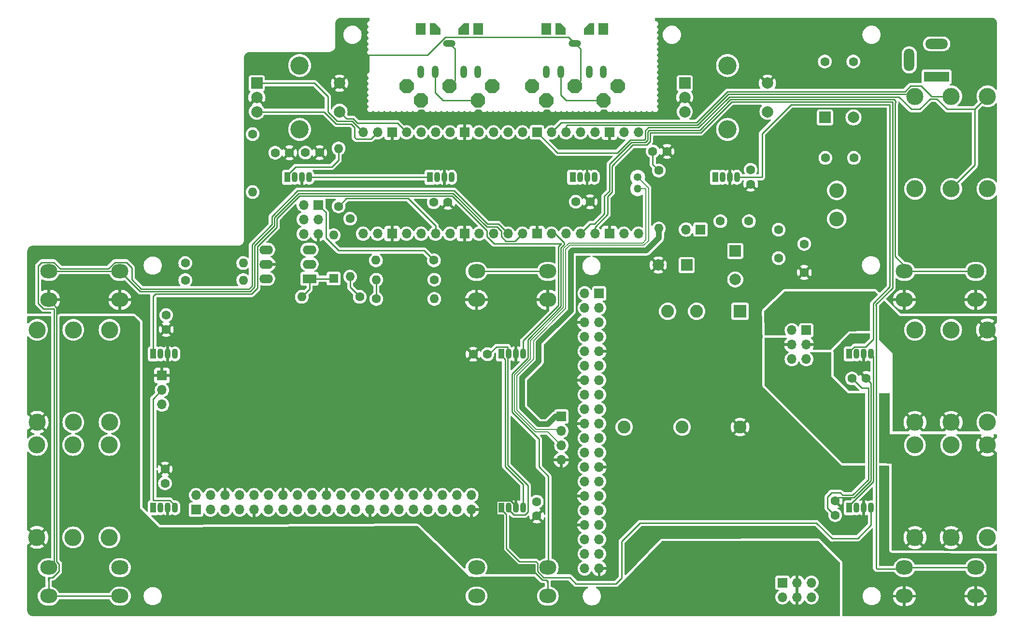
<source format=gbl>
G04 #@! TF.GenerationSoftware,KiCad,Pcbnew,7.0.1.1-36-gbcf78dbe24-dirty-deb11*
G04 #@! TF.CreationDate,2023-03-27T21:37:08+00:00*
G04 #@! TF.ProjectId,pedalboard-hw,70656461-6c62-46f6-9172-642d68772e6b,1.0.1*
G04 #@! TF.SameCoordinates,Original*
G04 #@! TF.FileFunction,Copper,L2,Bot*
G04 #@! TF.FilePolarity,Positive*
%FSLAX46Y46*%
G04 Gerber Fmt 4.6, Leading zero omitted, Abs format (unit mm)*
G04 Created by KiCad (PCBNEW 7.0.1.1-36-gbcf78dbe24-dirty-deb11) date 2023-03-27 21:37:08*
%MOMM*%
%LPD*%
G01*
G04 APERTURE LIST*
G04 #@! TA.AperFunction,ComponentPad*
%ADD10C,1.600000*%
G04 #@! TD*
G04 #@! TA.AperFunction,ComponentPad*
%ADD11O,1.200000X2.200000*%
G04 #@! TD*
G04 #@! TA.AperFunction,ComponentPad*
%ADD12O,2.200000X1.200000*%
G04 #@! TD*
G04 #@! TA.AperFunction,ComponentPad*
%ADD13C,3.000000*%
G04 #@! TD*
G04 #@! TA.AperFunction,ComponentPad*
%ADD14R,4.400000X1.800000*%
G04 #@! TD*
G04 #@! TA.AperFunction,ComponentPad*
%ADD15O,4.000000X1.800000*%
G04 #@! TD*
G04 #@! TA.AperFunction,ComponentPad*
%ADD16O,1.800000X4.000000*%
G04 #@! TD*
G04 #@! TA.AperFunction,ComponentPad*
%ADD17O,1.600000X1.600000*%
G04 #@! TD*
G04 #@! TA.AperFunction,ComponentPad*
%ADD18R,1.070000X1.800000*%
G04 #@! TD*
G04 #@! TA.AperFunction,ComponentPad*
%ADD19O,1.070000X1.800000*%
G04 #@! TD*
G04 #@! TA.AperFunction,ComponentPad*
%ADD20R,2.250000X2.250000*%
G04 #@! TD*
G04 #@! TA.AperFunction,ComponentPad*
%ADD21C,2.250000*%
G04 #@! TD*
G04 #@! TA.AperFunction,ComponentPad*
%ADD22R,1.700000X1.700000*%
G04 #@! TD*
G04 #@! TA.AperFunction,ComponentPad*
%ADD23O,1.700000X1.700000*%
G04 #@! TD*
G04 #@! TA.AperFunction,ComponentPad*
%ADD24O,3.000000X2.500000*%
G04 #@! TD*
G04 #@! TA.AperFunction,ComponentPad*
%ADD25R,2.400000X1.600000*%
G04 #@! TD*
G04 #@! TA.AperFunction,ComponentPad*
%ADD26O,2.400000X1.600000*%
G04 #@! TD*
G04 #@! TA.AperFunction,ComponentPad*
%ADD27C,2.600000*%
G04 #@! TD*
G04 #@! TA.AperFunction,ComponentPad*
%ADD28R,1.800000X2.000000*%
G04 #@! TD*
G04 #@! TA.AperFunction,ComponentPad*
%ADD29R,2.000000X2.000000*%
G04 #@! TD*
G04 #@! TA.AperFunction,ComponentPad*
%ADD30C,2.000000*%
G04 #@! TD*
G04 #@! TA.AperFunction,ComponentPad*
%ADD31C,3.200000*%
G04 #@! TD*
G04 #@! TA.AperFunction,ComponentPad*
%ADD32R,1.600000X1.600000*%
G04 #@! TD*
G04 #@! TA.AperFunction,ComponentPad*
%ADD33C,1.350000*%
G04 #@! TD*
G04 #@! TA.AperFunction,ComponentPad*
%ADD34O,1.350000X1.350000*%
G04 #@! TD*
G04 #@! TA.AperFunction,ViaPad*
%ADD35C,0.800000*%
G04 #@! TD*
G04 #@! TA.AperFunction,Conductor*
%ADD36C,0.250000*%
G04 #@! TD*
G04 #@! TA.AperFunction,Conductor*
%ADD37C,0.200000*%
G04 #@! TD*
G04 #@! TA.AperFunction,Conductor*
%ADD38C,1.000000*%
G04 #@! TD*
G04 APERTURE END LIST*
D10*
X126800000Y78300000D03*
X126800000Y75800000D03*
D11*
X101000000Y95500000D03*
X98500000Y95500000D03*
D12*
X96000000Y100500000D03*
D11*
X91000000Y95500000D03*
X93500000Y95500000D03*
D13*
X8050000Y13800000D03*
X8050000Y30030000D03*
X1700000Y13800000D03*
X1700000Y30030000D03*
X14400000Y13800000D03*
X14400000Y30030000D03*
D10*
X139900000Y80400000D03*
X144900000Y80400000D03*
D14*
X159400000Y94600000D03*
D15*
X159400000Y100400000D03*
D16*
X154600000Y97600000D03*
D10*
X110700000Y78180000D03*
D17*
X110700000Y68020000D03*
D18*
X95600000Y77000000D03*
D19*
X96870000Y77000000D03*
X98140000Y77000000D03*
X99410000Y77000000D03*
D13*
X8085000Y34000000D03*
X8085000Y50230000D03*
X1735000Y34000000D03*
X1735000Y50230000D03*
X14435000Y34000000D03*
X14435000Y50230000D03*
D20*
X124960000Y53480000D03*
D21*
X117340000Y53480000D03*
X112260000Y53480000D03*
X104640000Y33160000D03*
X114800000Y33160000D03*
X124960000Y33160000D03*
D13*
X161950000Y30005000D03*
X161950000Y13775000D03*
X168300000Y30005000D03*
X168300000Y13775000D03*
X155600000Y30005000D03*
X155600000Y13775000D03*
D18*
X120600000Y77000000D03*
D19*
X121870000Y77000000D03*
X123140000Y77000000D03*
X124410000Y77000000D03*
D10*
X89310000Y20070000D03*
X89310000Y17570000D03*
D18*
X83100000Y19000000D03*
D19*
X84370000Y19000000D03*
X85640000Y19000000D03*
X86910000Y19000000D03*
D22*
X29590000Y18680000D03*
D23*
X29590000Y21220000D03*
X32130000Y18680000D03*
X32130000Y21220000D03*
X34670000Y18680000D03*
X34670000Y21220000D03*
X37210000Y18680000D03*
X37210000Y21220000D03*
X39750000Y18680000D03*
X39750000Y21220000D03*
X42290000Y18680000D03*
X42290000Y21220000D03*
X44830000Y18680000D03*
X44830000Y21220000D03*
X47370000Y18680000D03*
X47370000Y21220000D03*
X49910000Y18680000D03*
X49910000Y21220000D03*
X52450000Y18680000D03*
X52450000Y21220000D03*
X54990000Y18680000D03*
X54990000Y21220000D03*
X57530000Y18680000D03*
X57530000Y21220000D03*
X60070000Y18680000D03*
X60070000Y21220000D03*
X62610000Y18680000D03*
X62610000Y21220000D03*
X65150000Y18680000D03*
X65150000Y21220000D03*
X67690000Y18680000D03*
X67690000Y21220000D03*
X70230000Y18680000D03*
X70230000Y21220000D03*
X72770000Y18680000D03*
X72770000Y21220000D03*
X75310000Y18680000D03*
X75310000Y21220000D03*
X77850000Y18680000D03*
X77850000Y21220000D03*
D10*
X141620000Y17700000D03*
X141620000Y20200000D03*
X24155000Y23300000D03*
X24155000Y25800000D03*
D24*
X78750000Y60500000D03*
X91250000Y60500000D03*
X78750000Y55500000D03*
X91250000Y55500000D03*
D18*
X22100000Y46000000D03*
D19*
X23370000Y46000000D03*
X24640000Y46000000D03*
X25910000Y46000000D03*
D10*
X54575000Y71895000D03*
D17*
X54575000Y82055000D03*
D25*
X49475000Y59200000D03*
D26*
X49475000Y61740000D03*
X49475000Y64280000D03*
X41855000Y64280000D03*
X41855000Y61740000D03*
X41855000Y59200000D03*
D27*
X141900000Y74700000D03*
X141900000Y69700000D03*
D13*
X161965000Y91200000D03*
X161965000Y74970000D03*
X168315000Y91200000D03*
X168315000Y74970000D03*
X155615000Y91200000D03*
X155615000Y74970000D03*
D10*
X43475000Y81300000D03*
X45975000Y81300000D03*
G04 #@! TA.AperFunction,ComponentPad*
G36*
X89750000Y92482233D02*
G01*
X89017767Y91750000D01*
X87982233Y91750000D01*
X87250000Y92482233D01*
X87250000Y93517767D01*
X87982233Y94250000D01*
X89017767Y94250000D01*
X89750000Y93517767D01*
X89750000Y92482233D01*
G37*
G04 #@! TD.AperFunction*
G04 #@! TA.AperFunction,ComponentPad*
G36*
X96517767Y94250000D02*
G01*
X97250000Y93517767D01*
X97250000Y92482233D01*
X96517767Y91750000D01*
X95482233Y91750000D01*
X94750000Y92482233D01*
X94750000Y93517767D01*
X95482233Y94250000D01*
X96517767Y94250000D01*
G37*
G04 #@! TD.AperFunction*
G04 #@! TA.AperFunction,ComponentPad*
G36*
X104750000Y92482233D02*
G01*
X104017767Y91750000D01*
X102982233Y91750000D01*
X102250000Y92482233D01*
X102250000Y93517767D01*
X102982233Y94250000D01*
X104017767Y94250000D01*
X104750000Y93517767D01*
X104750000Y92482233D01*
G37*
G04 #@! TD.AperFunction*
G04 #@! TA.AperFunction,ComponentPad*
G36*
X92250000Y89982233D02*
G01*
X91517767Y89250000D01*
X90482233Y89250000D01*
X89750000Y89982233D01*
X89750000Y91017767D01*
X90482233Y91750000D01*
X91517767Y91750000D01*
X92250000Y91017767D01*
X92250000Y89982233D01*
G37*
G04 #@! TD.AperFunction*
G04 #@! TA.AperFunction,ComponentPad*
G36*
X102250000Y89982233D02*
G01*
X101517767Y89250000D01*
X100482233Y89250000D01*
X99750000Y89982233D01*
X99750000Y91017767D01*
X100482233Y91750000D01*
X101517767Y91750000D01*
X102250000Y91017767D01*
X102250000Y89982233D01*
G37*
G04 #@! TD.AperFunction*
G04 #@! TA.AperFunction,ComponentPad*
G36*
X99400000Y102000000D02*
G01*
X97600000Y102000000D01*
X97600000Y103100000D01*
X98500000Y104000000D01*
X99400000Y104000000D01*
X99400000Y102000000D01*
G37*
G04 #@! TD.AperFunction*
D28*
X101000000Y103000000D03*
X91000000Y103000000D03*
G04 #@! TA.AperFunction,ComponentPad*
G36*
X94400000Y102000000D02*
G01*
X92600000Y102000000D01*
X92600000Y104000000D01*
X93500000Y104000000D01*
X94400000Y103100000D01*
X94400000Y102000000D01*
G37*
G04 #@! TD.AperFunction*
D18*
X70600000Y77000000D03*
D19*
X71870000Y77000000D03*
X73140000Y77000000D03*
X74410000Y77000000D03*
D29*
X40250000Y93500000D03*
D30*
X40250000Y88500000D03*
X40250000Y91000000D03*
D31*
X47750000Y96600000D03*
X47750000Y85400000D03*
D30*
X54750000Y88500000D03*
X54750000Y93500000D03*
D10*
X48750000Y81325000D03*
X51250000Y81325000D03*
X144570000Y41700000D03*
X147070000Y41700000D03*
D29*
X124100000Y64067677D03*
D30*
X124100000Y59067677D03*
D10*
X58280000Y56020000D03*
D17*
X48120000Y56020000D03*
D29*
X115600000Y61600000D03*
D30*
X110600000Y61600000D03*
D18*
X45600000Y77000000D03*
D19*
X46870000Y77000000D03*
X48140000Y77000000D03*
X49410000Y77000000D03*
D10*
X71250000Y72600000D03*
X73750000Y72600000D03*
D13*
X161950000Y50220000D03*
X161950000Y33990000D03*
X168300000Y50220000D03*
X168300000Y33990000D03*
X155600000Y50220000D03*
X155600000Y33990000D03*
D24*
X3750000Y60500000D03*
X16250000Y60500000D03*
X3750000Y55500000D03*
X16250000Y55500000D03*
D10*
X109650000Y81530000D03*
X112150000Y81530000D03*
X27695000Y61950000D03*
D17*
X37855000Y61950000D03*
D29*
X139832323Y87500000D03*
D30*
X144832323Y87500000D03*
D18*
X144100000Y46000000D03*
D19*
X145370000Y46000000D03*
X146640000Y46000000D03*
X147910000Y46000000D03*
D10*
X61190000Y55660000D03*
D17*
X71350000Y55660000D03*
D18*
X22100000Y19000000D03*
D19*
X23370000Y19000000D03*
X24640000Y19000000D03*
X25910000Y19000000D03*
D10*
X56600000Y69730000D03*
D17*
X56600000Y59570000D03*
D10*
X126500000Y69300000D03*
X121500000Y69300000D03*
D32*
X53700000Y59225000D03*
D17*
X53700000Y66845000D03*
D10*
X96150000Y72700000D03*
X98650000Y72700000D03*
X71280000Y62425000D03*
D17*
X61120000Y62425000D03*
D10*
X144800000Y97300000D03*
X139800000Y97300000D03*
X131700000Y67800000D03*
X131700000Y62800000D03*
D18*
X144100000Y19000000D03*
D19*
X145370000Y19000000D03*
X146640000Y19000000D03*
X147910000Y19000000D03*
D24*
X153750000Y8500000D03*
X166250000Y8500000D03*
X153750000Y3500000D03*
X166250000Y3500000D03*
X153750000Y60500000D03*
X166250000Y60500000D03*
X153750000Y55500000D03*
X166250000Y55500000D03*
D10*
X80670000Y45950000D03*
X78170000Y45950000D03*
D24*
X3750000Y8500000D03*
X16250000Y8500000D03*
X3750000Y3500000D03*
X16250000Y3500000D03*
D10*
X71350000Y59020000D03*
D17*
X61190000Y59020000D03*
D29*
X115250000Y93500000D03*
D30*
X115250000Y88500000D03*
X115250000Y91000000D03*
D31*
X122750000Y96600000D03*
X122750000Y85400000D03*
D30*
X129750000Y88500000D03*
X129750000Y93500000D03*
D10*
X27695000Y58950000D03*
D17*
X37855000Y58950000D03*
D24*
X78750000Y8500000D03*
X91250000Y8500000D03*
X78750000Y3500000D03*
X91250000Y3500000D03*
D10*
X136200000Y60300000D03*
X136200000Y65300000D03*
G04 #@! TA.AperFunction,ComponentPad*
G36*
X67755500Y92482233D02*
G01*
X67023267Y91750000D01*
X65987733Y91750000D01*
X65255500Y92482233D01*
X65255500Y93517767D01*
X65987733Y94250000D01*
X67023267Y94250000D01*
X67755500Y93517767D01*
X67755500Y92482233D01*
G37*
G04 #@! TD.AperFunction*
G04 #@! TA.AperFunction,ComponentPad*
G36*
X74523267Y94250000D02*
G01*
X75255500Y93517767D01*
X75255500Y92482233D01*
X74523267Y91750000D01*
X73487733Y91750000D01*
X72755500Y92482233D01*
X72755500Y93517767D01*
X73487733Y94250000D01*
X74523267Y94250000D01*
G37*
G04 #@! TD.AperFunction*
G04 #@! TA.AperFunction,ComponentPad*
G36*
X82755500Y92482233D02*
G01*
X82023267Y91750000D01*
X80987733Y91750000D01*
X80255500Y92482233D01*
X80255500Y93517767D01*
X80987733Y94250000D01*
X82023267Y94250000D01*
X82755500Y93517767D01*
X82755500Y92482233D01*
G37*
G04 #@! TD.AperFunction*
G04 #@! TA.AperFunction,ComponentPad*
G36*
X70255500Y89982233D02*
G01*
X69523267Y89250000D01*
X68487733Y89250000D01*
X67755500Y89982233D01*
X67755500Y91017767D01*
X68487733Y91750000D01*
X69523267Y91750000D01*
X70255500Y91017767D01*
X70255500Y89982233D01*
G37*
G04 #@! TD.AperFunction*
G04 #@! TA.AperFunction,ComponentPad*
G36*
X80255500Y89982233D02*
G01*
X79523267Y89250000D01*
X78487733Y89250000D01*
X77755500Y89982233D01*
X77755500Y91017767D01*
X78487733Y91750000D01*
X79523267Y91750000D01*
X80255500Y91017767D01*
X80255500Y89982233D01*
G37*
G04 #@! TD.AperFunction*
G04 #@! TA.AperFunction,ComponentPad*
G36*
X77405500Y102000000D02*
G01*
X75605500Y102000000D01*
X75605500Y103100000D01*
X76505500Y104000000D01*
X77405500Y104000000D01*
X77405500Y102000000D01*
G37*
G04 #@! TD.AperFunction*
D28*
X79005500Y103000000D03*
X69005500Y103000000D03*
G04 #@! TA.AperFunction,ComponentPad*
G36*
X72405500Y102000000D02*
G01*
X70605500Y102000000D01*
X70605500Y104000000D01*
X71505500Y104000000D01*
X72405500Y103100000D01*
X72405500Y102000000D01*
G37*
G04 #@! TD.AperFunction*
D10*
X24355000Y52800000D03*
X24355000Y50300000D03*
D18*
X83100000Y46000000D03*
D19*
X84370000Y46000000D03*
X85640000Y46000000D03*
X86910000Y46000000D03*
D10*
X39500000Y84555000D03*
D17*
X39500000Y74395000D03*
D11*
X79000000Y95500000D03*
X76500000Y95500000D03*
D12*
X74000000Y100500000D03*
D11*
X69000000Y95500000D03*
X71500000Y95500000D03*
D22*
X93625000Y35015000D03*
D23*
X93625000Y32475000D03*
X93625000Y29935000D03*
X93625000Y27395000D03*
D22*
X118000000Y67825000D03*
D23*
X115460000Y67825000D03*
D33*
X107000000Y77000000D03*
D34*
X107000000Y75000000D03*
D23*
X107130000Y67110000D03*
X104590000Y67110000D03*
D22*
X102050000Y67110000D03*
D23*
X99510000Y67110000D03*
X96970000Y67110000D03*
X94430000Y67110000D03*
X91890000Y67110000D03*
D22*
X89350000Y67110000D03*
D23*
X86810000Y67110000D03*
X84270000Y67110000D03*
X81730000Y67110000D03*
X79190000Y67110000D03*
D22*
X76650000Y67110000D03*
D23*
X74110000Y67110000D03*
X71570000Y67110000D03*
X69030000Y67110000D03*
X66490000Y67110000D03*
D22*
X63950000Y67110000D03*
D23*
X61410000Y67110000D03*
X58870000Y67110000D03*
X58870000Y84890000D03*
X61410000Y84890000D03*
D22*
X63950000Y84890000D03*
D23*
X66490000Y84890000D03*
X69030000Y84890000D03*
X71570000Y84890000D03*
X74110000Y84890000D03*
D22*
X76650000Y84890000D03*
D23*
X79190000Y84890000D03*
X81730000Y84890000D03*
X84270000Y84890000D03*
X86810000Y84890000D03*
D22*
X89350000Y84890000D03*
D23*
X91890000Y84890000D03*
X94430000Y84890000D03*
X96970000Y84890000D03*
X99510000Y84890000D03*
D22*
X102050000Y84890000D03*
D23*
X104590000Y84890000D03*
X107130000Y84890000D03*
D22*
X23615000Y42210000D03*
D23*
X23615000Y39670000D03*
X23615000Y37130000D03*
D22*
X100250000Y56624400D03*
D23*
X97710000Y56624400D03*
X100250000Y54084400D03*
X97710000Y54084400D03*
X100250000Y51544400D03*
X97710000Y51544400D03*
X100250000Y49004400D03*
X97710000Y49004400D03*
X100250000Y46464400D03*
X97710000Y46464400D03*
X100250000Y43924400D03*
X97710000Y43924400D03*
X100250000Y41384400D03*
X97710000Y41384400D03*
X100250000Y38844400D03*
X97710000Y38844400D03*
X100250000Y36304400D03*
X97710000Y36304400D03*
X100250000Y33764400D03*
X97710000Y33764400D03*
X100250000Y31224400D03*
X97710000Y31224400D03*
X100250000Y28684400D03*
X97710000Y28684400D03*
X100250000Y26144400D03*
X97710000Y26144400D03*
X100250000Y23604400D03*
X97710000Y23604400D03*
X100250000Y21064400D03*
X97710000Y21064400D03*
X100250000Y18524400D03*
X97710000Y18524400D03*
X100250000Y15984400D03*
X97710000Y15984400D03*
X100250000Y13444400D03*
X97710000Y13444400D03*
X100250000Y10904400D03*
X97710000Y10904400D03*
X100250000Y8364400D03*
X97710000Y8364400D03*
D22*
X136555000Y50154400D03*
D23*
X134015000Y50154400D03*
X136555000Y47614400D03*
X134015000Y47614400D03*
X136555000Y45074400D03*
X134015000Y45074400D03*
D22*
X132380000Y5849400D03*
D23*
X132380000Y3309400D03*
X134920000Y5849400D03*
X134920000Y3309400D03*
X137460000Y5849400D03*
X137460000Y3309400D03*
D22*
X51000000Y72150000D03*
D23*
X48460000Y72150000D03*
X51000000Y69610000D03*
X48460000Y69610000D03*
X51000000Y67070000D03*
X48460000Y67070000D03*
D35*
X149976800Y21215600D03*
X149468800Y58706000D03*
X76500000Y75050000D03*
X103650000Y72676000D03*
X158800000Y31200000D03*
D36*
X55855000Y98460000D02*
X70151852Y98460000D01*
X86019600Y9074400D02*
X83470000Y11624000D01*
X73274652Y101582800D02*
X94917200Y101582800D01*
X84726224Y20225000D02*
X85640000Y19311224D01*
X142198298Y20778298D02*
X141620000Y20200000D01*
X3750000Y6665000D02*
X3750000Y3500000D01*
X83470000Y11624000D02*
X83470000Y17682380D01*
X5575000Y9152386D02*
X5575000Y7847614D01*
X96975000Y93975000D02*
X96000000Y93000000D01*
X91250000Y6070000D02*
X90980000Y6340000D01*
X82240000Y20225000D02*
X84780000Y20225000D01*
X3750000Y55500000D02*
X5150000Y54100000D01*
X3750000Y3500000D02*
X16250000Y3500000D01*
X83470000Y17682380D02*
X83377380Y17775000D01*
X5575000Y7847614D02*
X4487386Y6760000D01*
X144876902Y20778298D02*
X142198298Y20778298D01*
X82240000Y17775000D02*
X82240000Y20225000D01*
X84780000Y20225000D02*
X85640000Y19365000D01*
X88975000Y7661218D02*
X88975000Y9074400D01*
X83377380Y17775000D02*
X82240000Y17775000D01*
X5150000Y9577386D02*
X5575000Y9152386D01*
X147070000Y41700000D02*
X147870000Y40900000D01*
X90296218Y6340000D02*
X88975000Y7661218D01*
X147870000Y23771396D02*
X144876902Y20778298D01*
X4487386Y6760000D02*
X3845000Y6760000D01*
X5150000Y54100000D02*
X5150000Y9577386D01*
X70151852Y98460000D02*
X73274652Y101582800D01*
X153750000Y3500000D02*
X166250000Y3500000D01*
X94917200Y101582800D02*
X96000000Y100500000D01*
X96000000Y100500000D02*
X96975000Y99525000D01*
X96975000Y99525000D02*
X96975000Y93975000D01*
X91250000Y3500000D02*
X91250000Y6070000D01*
X88975000Y9074400D02*
X86019600Y9074400D01*
X147870000Y40900000D02*
X147870000Y23771396D01*
X3845000Y6760000D02*
X3750000Y6665000D01*
X90980000Y6340000D02*
X90296218Y6340000D01*
X144570000Y41700000D02*
X146258400Y40011600D01*
X140300000Y18954400D02*
X141620000Y17634400D01*
X140300000Y20922000D02*
X140300000Y18954400D01*
X146258400Y40011600D02*
X147420000Y40011600D01*
X142523898Y21620000D02*
X140932400Y21620000D01*
X81280000Y46265000D02*
X82240000Y47225000D01*
X140932400Y21554400D02*
X140300000Y20922000D01*
X147420000Y23957792D02*
X144690506Y21228298D01*
X142915600Y21228298D02*
X142523898Y21620000D01*
X85283776Y17775000D02*
X84370000Y18688776D01*
X147420000Y40011600D02*
X147420000Y23957792D01*
X87266224Y17775000D02*
X85283776Y17775000D01*
X87770000Y18278776D02*
X87266224Y17775000D01*
X84210000Y47225000D02*
X84210000Y26455596D01*
X82240000Y47225000D02*
X84210000Y47225000D01*
X87770000Y22895596D02*
X87770000Y18278776D01*
X144690506Y21228298D02*
X142915600Y21228298D01*
X84210000Y26455596D02*
X87770000Y22895596D01*
X49410000Y77000000D02*
X70600000Y77000000D01*
X71570000Y68500000D02*
X71570000Y67110000D01*
X55965000Y73285000D02*
X66785000Y73285000D01*
X66785000Y73285000D02*
X71570000Y68500000D01*
X54575000Y71895000D02*
X55965000Y73285000D01*
X133870000Y89770000D02*
X151200000Y89770000D01*
X128790000Y84690000D02*
X133870000Y89770000D01*
X151200000Y57771596D02*
X148275000Y54846596D01*
X128790000Y77000000D02*
X128790000Y84690000D01*
X124410000Y77000000D02*
X128790000Y77000000D01*
X144995000Y47260000D02*
X144100000Y46365000D01*
X148275000Y54846596D02*
X148275000Y48585000D01*
X148275000Y48585000D02*
X146950000Y47260000D01*
X151200000Y89770000D02*
X151200000Y57771596D01*
X146950000Y47260000D02*
X144995000Y47260000D01*
X147910000Y46000000D02*
X148320000Y45590000D01*
X148320000Y45590000D02*
X148320000Y23585000D01*
X148320000Y23585000D02*
X144100000Y19365000D01*
X145557200Y13646400D02*
X147910000Y15999200D01*
X141086800Y13646400D02*
X145557200Y13646400D01*
X95111200Y6724400D02*
X96179600Y5656000D01*
X89425000Y9260796D02*
X89425000Y7847614D01*
X89425000Y7847614D02*
X90482614Y6790000D01*
X138333200Y16334400D02*
X141086800Y13580800D01*
X103201600Y5656000D02*
X104210000Y6664400D01*
X90482614Y6790000D02*
X95111200Y6790000D01*
X147910000Y15999200D02*
X147910000Y19000000D01*
X89161396Y9524400D02*
X89425000Y9260796D01*
X83100000Y18688776D02*
X83920000Y17868776D01*
X86205996Y9524400D02*
X89161396Y9524400D01*
X96179600Y5656000D02*
X103201600Y5656000D01*
X107406400Y16334400D02*
X138333200Y16334400D01*
X104210000Y13138000D02*
X107406400Y16334400D01*
X83920000Y11810396D02*
X86205996Y9524400D01*
X83920000Y17868776D02*
X83920000Y11810396D01*
X104210000Y6664400D02*
X104210000Y13138000D01*
X83760000Y26269200D02*
X83760000Y45028776D01*
X86910000Y19000000D02*
X86910000Y23119200D01*
X86910000Y23119200D02*
X83760000Y26269200D01*
X83760000Y45028776D02*
X83510000Y45278776D01*
X40330000Y64830000D02*
X43750000Y68250000D01*
X47735000Y73735000D02*
X74468604Y73735000D01*
X74468604Y73735000D02*
X80555000Y67648604D01*
X81816798Y65347202D02*
X93626402Y65347202D01*
X22500000Y56500000D02*
X39310000Y56500000D01*
X93100000Y64820800D02*
X93100000Y54500000D01*
X22100000Y46000000D02*
X22100000Y56100000D01*
X22100000Y56100000D02*
X22500000Y56500000D01*
X43750000Y69750000D02*
X47735000Y73735000D01*
X40330000Y57520000D02*
X40330000Y64830000D01*
X80555000Y67648604D02*
X80555000Y66609000D01*
X86910000Y48310000D02*
X93100000Y54500000D01*
X80555000Y66609000D02*
X81816798Y65347202D01*
X86910000Y46000000D02*
X86910000Y48310000D01*
X39310000Y56500000D02*
X40330000Y57520000D01*
X43750000Y68250000D02*
X43750000Y69750000D01*
X93626402Y65347202D02*
X93100000Y64820800D01*
X22100000Y38205000D02*
X22100000Y20280000D01*
X23615000Y39670000D02*
X22150000Y38205000D01*
X24995000Y20280000D02*
X25910000Y19365000D01*
X22100000Y20280000D02*
X24995000Y20280000D01*
X49475000Y59200000D02*
X53675000Y59200000D01*
X49475000Y59200000D02*
X49475000Y57375000D01*
X49475000Y57375000D02*
X48120000Y56020000D01*
X117310000Y86620000D02*
X122710000Y92020000D01*
X153854060Y92020000D02*
X154859060Y93025000D01*
X91890000Y84890000D02*
X93620000Y86620000D01*
X158455000Y91210000D02*
X161955000Y91210000D01*
X154859060Y93025000D02*
X156655000Y93025000D01*
X93620000Y86620000D02*
X117310000Y86620000D01*
X158455000Y91225000D02*
X158455000Y91210000D01*
X156655000Y93025000D02*
X158455000Y91225000D01*
X122710000Y92020000D02*
X153854060Y92020000D01*
X103418604Y81300000D02*
X105678604Y83560000D01*
X156420000Y88925000D02*
X158255000Y90760000D01*
X152785000Y91120000D02*
X154980000Y88925000D01*
X166040000Y88925000D02*
X166107500Y88992500D01*
X166107500Y79112500D02*
X161965000Y74970000D01*
X105678604Y83560000D02*
X108150000Y83560000D01*
X108832208Y85720000D02*
X117682792Y85720000D01*
X92940000Y81300000D02*
X103418604Y81300000D01*
X89350000Y84890000D02*
X92940000Y81300000D01*
X168315000Y91200000D02*
X166107500Y88992500D01*
X117682792Y85720000D02*
X123082792Y91120000D01*
X166107500Y88992500D02*
X166107500Y79112500D01*
X108305000Y85192792D02*
X108832208Y85720000D01*
X123082792Y91120000D02*
X152785000Y91120000D01*
X159420000Y90760000D02*
X161255000Y88925000D01*
X154980000Y88925000D02*
X156420000Y88925000D01*
X108150000Y83560000D02*
X108305000Y83715000D01*
X158255000Y90760000D02*
X159420000Y90760000D01*
X161255000Y88925000D02*
X166040000Y88925000D01*
X108305000Y83715000D02*
X108305000Y85192792D01*
X94650000Y86170000D02*
X117496396Y86170000D01*
X122896396Y91570000D02*
X155245000Y91570000D01*
X94430000Y85950000D02*
X94650000Y86170000D01*
X117496396Y86170000D02*
X122896396Y91570000D01*
X94430000Y84890000D02*
X94430000Y85950000D01*
D37*
X108895000Y75105000D02*
X107000000Y77000000D01*
X108120600Y65062400D02*
X108895000Y65836800D01*
X108895000Y65836800D02*
X108895000Y75105000D01*
X85835000Y42177050D02*
X88751561Y45093611D01*
X93344999Y32755001D02*
X89243199Y32755001D01*
X89243199Y32755001D02*
X85835000Y36163200D01*
X94375000Y64292678D02*
X95144722Y65062400D01*
X95144722Y65062400D02*
X108120600Y65062400D01*
X94375000Y53971878D02*
X94375000Y64292678D01*
X85835000Y36163200D02*
X85835000Y42177050D01*
X88751561Y48348439D02*
X94375000Y53971878D01*
X88751561Y45093611D02*
X88751561Y48348439D01*
D36*
X39880000Y65016396D02*
X39880000Y57780000D01*
X85510000Y65810000D02*
X83908299Y65810000D01*
X80555000Y68285000D02*
X74655000Y74185000D01*
X39050000Y56950000D02*
X19800000Y56950000D01*
X19800000Y56950000D02*
X16250000Y60500000D01*
X83095000Y67523400D02*
X82333400Y68285000D01*
X74655000Y74185000D02*
X47548604Y74185000D01*
X43300000Y69936396D02*
X43300000Y68436396D01*
X39880000Y57780000D02*
X39050000Y56950000D01*
X47548604Y74185000D02*
X43300000Y69936396D01*
X43300000Y68436396D02*
X39880000Y65016396D01*
X83908299Y65810000D02*
X83095000Y66623299D01*
X83095000Y66623299D02*
X83095000Y67523400D01*
X16250000Y60500000D02*
X3750000Y60500000D01*
X86810000Y67110000D02*
X85510000Y65810000D01*
X82333400Y68285000D02*
X80555000Y68285000D01*
X78750000Y60500000D02*
X91250000Y60500000D01*
X152166396Y90406396D02*
X152166396Y90033604D01*
X105865000Y83110000D02*
X108355000Y83110000D01*
X152166396Y90033604D02*
X152100000Y89967208D01*
X152100000Y89967208D02*
X152100000Y63120000D01*
X152100000Y63120000D02*
X153750000Y61470000D01*
X117869188Y85270000D02*
X123269188Y90670000D01*
X109018604Y85270000D02*
X117869188Y85270000D01*
X108355000Y83110000D02*
X108755000Y83510000D01*
X153750000Y60500000D02*
X166250000Y60500000D01*
X96970000Y67110000D02*
X98678198Y68818198D01*
X108755000Y83510000D02*
X108755000Y85006396D01*
X101181802Y70568198D02*
X101181802Y73686802D01*
X102055000Y74560000D02*
X102055000Y79300000D01*
X123269188Y90670000D02*
X151902792Y90670000D01*
X108755000Y85006396D02*
X109018604Y85270000D01*
X98678198Y68818198D02*
X99431802Y68818198D01*
X101181802Y73686802D02*
X102055000Y74560000D01*
X102055000Y79300000D02*
X105865000Y83110000D01*
X151902792Y90670000D02*
X152166396Y90406396D01*
X99431802Y68818198D02*
X101181802Y70568198D01*
X42850000Y68622792D02*
X42836396Y68622792D01*
X84270000Y67110000D02*
X82580000Y68800000D01*
X4700000Y9450000D02*
X3750000Y8500000D01*
X15347614Y62075000D02*
X14222614Y60950000D01*
X2540000Y62075000D02*
X1925000Y61460000D01*
X82580000Y68800000D02*
X80676396Y68800000D01*
X18325000Y59061396D02*
X18325000Y61125000D01*
X5777386Y60950000D02*
X4652386Y62075000D01*
X39381802Y57918198D02*
X38863604Y57400000D01*
X42836396Y68622792D02*
X39381802Y65168198D01*
X2859010Y53913604D02*
X4700000Y53913604D01*
X1925000Y61460000D02*
X1925000Y54847614D01*
X80676396Y68800000D02*
X74841396Y74635000D01*
X4700000Y53913604D02*
X4700000Y9450000D01*
X14222614Y60950000D02*
X5777386Y60950000D01*
X42850000Y70122792D02*
X42850000Y68622792D01*
X1925000Y54847614D02*
X2859010Y53913604D01*
X39381802Y65168198D02*
X39381802Y57918198D01*
X74841396Y74635000D02*
X47362208Y74635000D01*
X38863604Y57400000D02*
X19986396Y57400000D01*
X17375000Y62075000D02*
X15347614Y62075000D01*
X4652386Y62075000D02*
X2540000Y62075000D01*
X47362208Y74635000D02*
X42850000Y70122792D01*
X18325000Y61125000D02*
X17375000Y62075000D01*
X19986396Y57400000D02*
X18325000Y59061396D01*
X94076402Y65533598D02*
X92500000Y67110000D01*
X91350000Y8600000D02*
X91350000Y24521200D01*
X94076402Y65160806D02*
X94076402Y65533598D01*
X89677200Y26194000D02*
X89677200Y31083560D01*
X84960000Y35800760D02*
X84960000Y42468775D01*
X93550000Y54313604D02*
X93550000Y64634404D01*
X84960000Y42468775D02*
X87770000Y45278776D01*
X87770000Y48533604D02*
X93550000Y54313604D01*
X87770000Y45278776D02*
X87770000Y48533604D01*
X93550000Y64634404D02*
X94076402Y65160806D01*
X91350000Y24521200D02*
X89677200Y26194000D01*
X89677200Y31083560D02*
X84960000Y35800760D01*
X123455584Y90220000D02*
X151716396Y90220000D01*
X153750000Y8500000D02*
X166250000Y8500000D01*
X102505000Y74373604D02*
X102505000Y79000000D01*
X148725000Y54660200D02*
X148725000Y54522200D01*
X99500000Y67120000D02*
X99500000Y68250000D01*
X101750000Y73618604D02*
X102505000Y74373604D01*
X148770000Y54477200D02*
X148770000Y8420000D01*
X99500000Y68250000D02*
X101750000Y70500000D01*
X118055584Y84820000D02*
X123455584Y90220000D01*
X102505000Y79000000D02*
X106165000Y82660000D01*
X151650000Y57585200D02*
X148725000Y54660200D01*
X109205000Y83323604D02*
X109205000Y84820000D01*
X101750000Y70500000D02*
X101750000Y73618604D01*
X106165000Y82660000D02*
X108555000Y82660000D01*
X108555000Y82673604D02*
X109205000Y83323604D01*
X151650000Y90153604D02*
X151650000Y57585200D01*
X148770000Y8420000D02*
X148930000Y8260000D01*
X148930000Y8260000D02*
X153510000Y8260000D01*
X151716396Y90220000D02*
X151650000Y90153604D01*
X109205000Y84820000D02*
X118055584Y84820000D01*
X148725000Y54522200D02*
X148770000Y54477200D01*
X108555000Y82660000D02*
X108555000Y82673604D01*
X52675000Y91200000D02*
X52675000Y88475000D01*
X40250000Y93500000D02*
X50375000Y93500000D01*
X52675000Y88475000D02*
X54325000Y86825000D01*
X50375000Y93500000D02*
X52675000Y91200000D01*
X54325000Y86825000D02*
X56935000Y86825000D01*
X56935000Y86825000D02*
X58870000Y84890000D01*
X57399302Y85724302D02*
X57399302Y84010698D01*
X54138604Y86375000D02*
X56748604Y86375000D01*
X60235000Y83715000D02*
X61410000Y84890000D01*
X40250000Y88500000D02*
X52013604Y88500000D01*
X57399302Y84010698D02*
X57695000Y83715000D01*
X56748604Y86375000D02*
X57399302Y85724302D01*
X52013604Y88500000D02*
X54138604Y86375000D01*
X57695000Y83715000D02*
X60235000Y83715000D01*
X57896396Y86500000D02*
X57121396Y87275000D01*
X66490000Y84890000D02*
X64880000Y86500000D01*
X55975000Y87275000D02*
X54750000Y88500000D01*
X64880000Y86500000D02*
X57896396Y86500000D01*
X57121396Y87275000D02*
X55975000Y87275000D01*
X56600000Y57700000D02*
X58280000Y56020000D01*
X56600000Y59570000D02*
X56600000Y57700000D01*
X61190000Y59020000D02*
X61190000Y55660000D01*
X74000000Y100500000D02*
X74975000Y99525000D01*
X74975000Y99525000D02*
X74975000Y93969500D01*
X74975000Y93969500D02*
X74005500Y93000000D01*
X93500000Y91415000D02*
X94415000Y90500000D01*
X94415000Y90500000D02*
X101000000Y90500000D01*
X93500000Y95500000D02*
X93500000Y91415000D01*
X54581000Y64135000D02*
X69570000Y64135000D01*
X51000000Y72150000D02*
X52339200Y70810800D01*
X71500000Y95500000D02*
X71500000Y91815000D01*
X52339200Y70810800D02*
X52339200Y66376800D01*
X71500000Y91815000D02*
X72855000Y90460000D01*
X69570000Y64135000D02*
X71280000Y62425000D01*
X72895000Y90500000D02*
X79005500Y90500000D01*
X72855000Y90460000D02*
X72895000Y90500000D01*
X52339200Y66376800D02*
X54581000Y64135000D01*
D37*
X93975000Y54137564D02*
X93975000Y64458364D01*
X88195000Y48357564D02*
X93975000Y54137564D01*
X91255001Y32304999D02*
X89056801Y32304999D01*
X93625000Y29935000D02*
X91255001Y32304999D01*
X108363603Y75000000D02*
X107000000Y75000000D01*
X107884200Y65462400D02*
X108445000Y66023200D01*
X108445000Y74918603D02*
X108363603Y75000000D01*
X85385000Y35976800D02*
X85385000Y42292735D01*
X94979036Y65462400D02*
X107884200Y65462400D01*
X88195000Y45102736D02*
X88195000Y48357564D01*
X93975000Y64458364D02*
X94979036Y65462400D01*
X108445000Y66023200D02*
X108445000Y74918603D01*
X89056801Y32304999D02*
X85385000Y35976800D01*
X85385000Y42292735D02*
X88195000Y45102736D01*
D36*
X53350000Y78800000D02*
X54575000Y80025000D01*
X54575000Y80025000D02*
X54575000Y82055000D01*
X47035000Y78800000D02*
X53350000Y78800000D01*
X45600000Y77365000D02*
X47035000Y78800000D01*
X109650000Y79230000D02*
X110700000Y78180000D01*
X109650000Y81530000D02*
X109650000Y79230000D01*
D38*
X91255001Y33655001D02*
X89615991Y33655001D01*
X86735000Y36535992D02*
X86735000Y41804258D01*
X108493392Y64162400D02*
X110700000Y66369008D01*
X86735000Y41804258D02*
X89651561Y44720819D01*
X95275000Y63919886D02*
X95517514Y64162400D01*
X93625000Y35015000D02*
X92615000Y35015000D01*
X89615991Y33655001D02*
X86735000Y36535992D01*
X92615000Y35015000D02*
X91255001Y33655001D01*
X95275000Y53599086D02*
X95275000Y63919886D01*
X95517514Y64162400D02*
X108493392Y64162400D01*
X110700000Y66369008D02*
X110700000Y68020000D01*
X89651561Y44720819D02*
X89651561Y47975647D01*
X89651561Y47975647D02*
X95275000Y53599086D01*
G04 #@! TA.AperFunction,Conductor*
G36*
X4112500Y52618787D02*
G01*
X4157887Y52573400D01*
X4174500Y52511400D01*
X4174500Y10274500D01*
X4157887Y10212500D01*
X4112500Y10167113D01*
X4050500Y10150500D01*
X3435147Y10150500D01*
X3325504Y10141871D01*
X3241004Y10135221D01*
X2988389Y10074574D01*
X2800545Y9996765D01*
X2748372Y9975154D01*
X2608807Y9889629D01*
X2526856Y9839410D01*
X2329311Y9670689D01*
X2160590Y9473144D01*
X2113368Y9396083D01*
X2024846Y9251628D01*
X2021873Y9244451D01*
X1925426Y9011611D01*
X1864779Y8758996D01*
X1844396Y8500001D01*
X1864779Y8241005D01*
X1925426Y7988390D01*
X1976237Y7865723D01*
X2024846Y7748372D01*
X2138455Y7562978D01*
X2160590Y7526857D01*
X2210712Y7468172D01*
X2329311Y7329311D01*
X2468787Y7210187D01*
X2478994Y7201469D01*
X2526860Y7160588D01*
X2748372Y7024846D01*
X2928385Y6950282D01*
X2988389Y6925427D01*
X3042333Y6912477D01*
X3133836Y6890509D01*
X3191361Y6858808D01*
X3224625Y6802170D01*
X3224382Y6754270D01*
X3224500Y6754270D01*
X3224500Y6698296D01*
X3223850Y6685615D01*
X3219868Y6646891D01*
X3222697Y6630488D01*
X3224500Y6609419D01*
X3224500Y5229012D01*
X3212421Y5175629D01*
X3178536Y5132646D01*
X3129447Y5108438D01*
X2988389Y5074574D01*
X2824948Y5006873D01*
X2748372Y4975154D01*
X2626993Y4900773D01*
X2526856Y4839410D01*
X2329311Y4670689D01*
X2160590Y4473144D01*
X2128357Y4420544D01*
X2024846Y4251628D01*
X2024845Y4251625D01*
X1925426Y4011611D01*
X1864779Y3758996D01*
X1844396Y3500000D01*
X1864779Y3241005D01*
X1925426Y2988390D01*
X1970295Y2880069D01*
X2024846Y2748372D01*
X2142521Y2556343D01*
X2160590Y2526857D01*
X2181376Y2502520D01*
X2329311Y2329311D01*
X2454607Y2222298D01*
X2502768Y2181164D01*
X2526860Y2160588D01*
X2748372Y2024846D01*
X2928385Y1950282D01*
X2988389Y1925427D01*
X3034662Y1914318D01*
X3241006Y1864779D01*
X3435147Y1849500D01*
X4064850Y1849500D01*
X4064853Y1849500D01*
X4258994Y1864779D01*
X4511610Y1925427D01*
X4751628Y2024846D01*
X4973140Y2160588D01*
X5170689Y2329311D01*
X5339412Y2526860D01*
X5475154Y2748372D01*
X5537112Y2897953D01*
X5563993Y2938182D01*
X5604221Y2965061D01*
X5651674Y2974500D01*
X14348326Y2974500D01*
X14395779Y2965061D01*
X14436007Y2938182D01*
X14462887Y2897953D01*
X14515414Y2771141D01*
X14524846Y2748372D01*
X14596268Y2631821D01*
X14660590Y2526857D01*
X14681376Y2502520D01*
X14829311Y2329311D01*
X14954607Y2222298D01*
X15002768Y2181164D01*
X15026860Y2160588D01*
X15248372Y2024846D01*
X15428385Y1950282D01*
X15488389Y1925427D01*
X15534662Y1914318D01*
X15741006Y1864779D01*
X15935147Y1849500D01*
X16564850Y1849500D01*
X16564853Y1849500D01*
X16758994Y1864779D01*
X17011610Y1925427D01*
X17251628Y2024846D01*
X17473140Y2160588D01*
X17670689Y2329311D01*
X17839412Y2526860D01*
X17975154Y2748372D01*
X18074573Y2988390D01*
X18135221Y3241006D01*
X18155604Y3500000D01*
X18155604Y3500001D01*
X20394551Y3500001D01*
X20414317Y3248851D01*
X20473126Y3003890D01*
X20517007Y2897953D01*
X20569534Y2771141D01*
X20701164Y2556341D01*
X20864776Y2364776D01*
X21056341Y2201164D01*
X21271141Y2069534D01*
X21503889Y1973127D01*
X21748852Y1914317D01*
X21937118Y1899500D01*
X22062879Y1899500D01*
X22062882Y1899500D01*
X22251148Y1914317D01*
X22496111Y1973127D01*
X22728859Y2069534D01*
X22943659Y2201164D01*
X23135224Y2364776D01*
X23298836Y2556341D01*
X23430466Y2771141D01*
X23526873Y3003889D01*
X23585683Y3248852D01*
X23605449Y3500000D01*
X76844396Y3500000D01*
X76864779Y3241005D01*
X76925426Y2988390D01*
X76970295Y2880069D01*
X77024846Y2748372D01*
X77142521Y2556343D01*
X77160590Y2526857D01*
X77181376Y2502520D01*
X77329311Y2329311D01*
X77454607Y2222298D01*
X77502768Y2181164D01*
X77526860Y2160588D01*
X77748372Y2024846D01*
X77928385Y1950282D01*
X77988389Y1925427D01*
X78034662Y1914318D01*
X78241006Y1864779D01*
X78435147Y1849500D01*
X79064850Y1849500D01*
X79064853Y1849500D01*
X79258994Y1864779D01*
X79511610Y1925427D01*
X79751628Y2024846D01*
X79973140Y2160588D01*
X80170689Y2329311D01*
X80339412Y2526860D01*
X80475154Y2748372D01*
X80574573Y2988390D01*
X80635221Y3241006D01*
X80655604Y3500000D01*
X80635221Y3758994D01*
X80580487Y3986978D01*
X80574573Y4011611D01*
X80549718Y4071615D01*
X80475154Y4251628D01*
X80339412Y4473140D01*
X80305560Y4512775D01*
X80245280Y4583354D01*
X80170689Y4670689D01*
X80044064Y4778837D01*
X79973143Y4839410D01*
X79973140Y4839412D01*
X79751628Y4975154D01*
X79656470Y5014570D01*
X79511610Y5074574D01*
X79258995Y5135221D01*
X79190125Y5140641D01*
X79064853Y5150500D01*
X78435147Y5150500D01*
X78318662Y5141333D01*
X78241004Y5135221D01*
X77988389Y5074574D01*
X77824948Y5006873D01*
X77748372Y4975154D01*
X77626993Y4900773D01*
X77526856Y4839410D01*
X77329311Y4670689D01*
X77160590Y4473144D01*
X77128357Y4420544D01*
X77024846Y4251628D01*
X77024845Y4251625D01*
X76925426Y4011611D01*
X76864779Y3758996D01*
X76844396Y3500000D01*
X23605449Y3500000D01*
X23585683Y3751148D01*
X23526873Y3996111D01*
X23430466Y4228859D01*
X23298836Y4443659D01*
X23135224Y4635224D01*
X22943659Y4798836D01*
X22728859Y4930466D01*
X22612484Y4978670D01*
X22496110Y5026874D01*
X22251149Y5085683D01*
X22204081Y5089388D01*
X22062882Y5100500D01*
X21937118Y5100500D01*
X21824158Y5091610D01*
X21748850Y5085683D01*
X21503889Y5026874D01*
X21271139Y4930465D01*
X21056342Y4798837D01*
X20864776Y4635224D01*
X20701163Y4443658D01*
X20569535Y4228861D01*
X20473126Y3996111D01*
X20414317Y3751150D01*
X20394551Y3500001D01*
X18155604Y3500001D01*
X18135221Y3758994D01*
X18080487Y3986978D01*
X18074573Y4011611D01*
X18049718Y4071615D01*
X17975154Y4251628D01*
X17839412Y4473140D01*
X17805560Y4512775D01*
X17745280Y4583354D01*
X17670689Y4670689D01*
X17544064Y4778837D01*
X17473143Y4839410D01*
X17473140Y4839412D01*
X17251628Y4975154D01*
X17156470Y5014570D01*
X17011610Y5074574D01*
X16758995Y5135221D01*
X16690125Y5140641D01*
X16564853Y5150500D01*
X15935147Y5150500D01*
X15818662Y5141333D01*
X15741004Y5135221D01*
X15488389Y5074574D01*
X15324948Y5006873D01*
X15248372Y4975154D01*
X15126993Y4900773D01*
X15026856Y4839410D01*
X14829311Y4670689D01*
X14660590Y4473144D01*
X14524844Y4251625D01*
X14462887Y4102047D01*
X14436007Y4061818D01*
X14395779Y4034939D01*
X14348326Y4025500D01*
X5651674Y4025500D01*
X5604221Y4034939D01*
X5563993Y4061818D01*
X5537113Y4102047D01*
X5504625Y4180479D01*
X5475154Y4251628D01*
X5339412Y4473140D01*
X5305560Y4512775D01*
X5245280Y4583354D01*
X5170689Y4670689D01*
X5044064Y4778837D01*
X4973143Y4839410D01*
X4973140Y4839412D01*
X4751628Y4975154D01*
X4656470Y5014570D01*
X4511610Y5074574D01*
X4370553Y5108438D01*
X4321464Y5132646D01*
X4287579Y5175629D01*
X4275500Y5229012D01*
X4275500Y6110500D01*
X4292113Y6172500D01*
X4337500Y6217887D01*
X4399500Y6234500D01*
X4476276Y6234500D01*
X4480509Y6234429D01*
X4541631Y6232340D01*
X4541631Y6232341D01*
X4541632Y6232340D01*
X4556092Y6235865D01*
X4579456Y6241559D01*
X4591918Y6243927D01*
X4630497Y6249229D01*
X4645778Y6255868D01*
X4665807Y6262603D01*
X4681980Y6266543D01*
X4715917Y6285626D01*
X4727265Y6291263D01*
X4762995Y6306781D01*
X4775907Y6317287D01*
X4793394Y6329187D01*
X4799677Y6332721D01*
X4807898Y6337342D01*
X4835429Y6364875D01*
X4844844Y6373372D01*
X4875051Y6397946D01*
X4884655Y6411553D01*
X4898267Y6427713D01*
X5938754Y7468201D01*
X5941740Y7471087D01*
X5986469Y7512859D01*
X6006697Y7546124D01*
X6013836Y7556614D01*
X6037364Y7587639D01*
X6043474Y7603135D01*
X6052877Y7622066D01*
X6061526Y7636286D01*
X6072029Y7673776D01*
X6076068Y7685788D01*
X6090359Y7722024D01*
X6092061Y7738591D01*
X6096008Y7759356D01*
X6100500Y7775386D01*
X6100500Y7814317D01*
X6101150Y7826998D01*
X6105131Y7865723D01*
X6102303Y7882125D01*
X6100500Y7903194D01*
X6100500Y8500001D01*
X14344396Y8500001D01*
X14364779Y8241005D01*
X14425426Y7988390D01*
X14476237Y7865723D01*
X14524846Y7748372D01*
X14638455Y7562978D01*
X14660590Y7526857D01*
X14710712Y7468172D01*
X14829311Y7329311D01*
X14968787Y7210187D01*
X14978994Y7201469D01*
X15026860Y7160588D01*
X15248372Y7024846D01*
X15428385Y6950282D01*
X15488389Y6925427D01*
X15568197Y6906267D01*
X15741006Y6864779D01*
X15935147Y6849500D01*
X16564850Y6849500D01*
X16564853Y6849500D01*
X16758994Y6864779D01*
X17011610Y6925427D01*
X17251628Y7024846D01*
X17473140Y7160588D01*
X17670689Y7329311D01*
X17839412Y7526860D01*
X17975154Y7748372D01*
X18074573Y7988390D01*
X18135221Y8241006D01*
X18155604Y8500000D01*
X18135221Y8758994D01*
X18074573Y9011610D01*
X17975154Y9251628D01*
X17839412Y9473140D01*
X17670689Y9670689D01*
X17551563Y9772433D01*
X17473143Y9839410D01*
X17473140Y9839412D01*
X17251628Y9975154D01*
X17156470Y10014570D01*
X17011610Y10074574D01*
X16758995Y10135221D01*
X16674496Y10141871D01*
X16564853Y10150500D01*
X15935147Y10150500D01*
X15825504Y10141871D01*
X15741004Y10135221D01*
X15488389Y10074574D01*
X15300545Y9996765D01*
X15248372Y9975154D01*
X15108807Y9889629D01*
X15026856Y9839410D01*
X14829311Y9670689D01*
X14660590Y9473144D01*
X14613368Y9396083D01*
X14524846Y9251628D01*
X14521873Y9244451D01*
X14425426Y9011611D01*
X14364779Y8758996D01*
X14344396Y8500001D01*
X6100500Y8500001D01*
X6100500Y9141276D01*
X6100572Y9145510D01*
X6102660Y9206632D01*
X6093443Y9244451D01*
X6091072Y9256928D01*
X6090958Y9257755D01*
X6085771Y9295497D01*
X6079137Y9310770D01*
X6072397Y9330813D01*
X6068457Y9346980D01*
X6049379Y9380911D01*
X6043731Y9392283D01*
X6028219Y9427994D01*
X6028219Y9427995D01*
X6017711Y9440911D01*
X6005813Y9458393D01*
X5997658Y9472898D01*
X5970130Y9500426D01*
X5961622Y9509853D01*
X5937053Y9540053D01*
X5923456Y9549650D01*
X5907280Y9563275D01*
X5711819Y9758736D01*
X5684939Y9798964D01*
X5675500Y9846417D01*
X5675500Y13800000D01*
X6144644Y13800000D01*
X6164039Y13528839D01*
X6221823Y13263204D01*
X6221825Y13263199D01*
X6316828Y13008487D01*
X6316830Y13008483D01*
X6316831Y13008481D01*
X6447109Y12769892D01*
X6447113Y12769887D01*
X6610029Y12552258D01*
X6802258Y12360029D01*
X6929435Y12264825D01*
X7019891Y12197110D01*
X7215802Y12090136D01*
X7258487Y12066828D01*
X7513199Y11971825D01*
X7513202Y11971825D01*
X7513203Y11971824D01*
X7562852Y11961024D01*
X7778840Y11914039D01*
X8050000Y11894645D01*
X8321160Y11914039D01*
X8586801Y11971825D01*
X8841513Y12066828D01*
X9015319Y12161734D01*
X9080108Y12197110D01*
X9080109Y12197111D01*
X9080113Y12197113D01*
X9297742Y12360029D01*
X9489971Y12552258D01*
X9652887Y12769887D01*
X9783172Y13008487D01*
X9878175Y13263199D01*
X9935961Y13528840D01*
X9955355Y13800000D01*
X12494644Y13800000D01*
X12514039Y13528839D01*
X12571823Y13263204D01*
X12571825Y13263199D01*
X12666828Y13008487D01*
X12666830Y13008483D01*
X12666831Y13008481D01*
X12797109Y12769892D01*
X12797113Y12769887D01*
X12960029Y12552258D01*
X13152258Y12360029D01*
X13279435Y12264825D01*
X13369891Y12197110D01*
X13565802Y12090136D01*
X13608487Y12066828D01*
X13863199Y11971825D01*
X13863202Y11971825D01*
X13863203Y11971824D01*
X13912852Y11961024D01*
X14128840Y11914039D01*
X14400000Y11894645D01*
X14671160Y11914039D01*
X14936801Y11971825D01*
X15191513Y12066828D01*
X15365319Y12161734D01*
X15430108Y12197110D01*
X15430109Y12197111D01*
X15430113Y12197113D01*
X15647742Y12360029D01*
X15839971Y12552258D01*
X16002887Y12769887D01*
X16133172Y13008487D01*
X16228175Y13263199D01*
X16285961Y13528840D01*
X16305355Y13800000D01*
X16285961Y14071160D01*
X16228175Y14336801D01*
X16133172Y14591513D01*
X16047619Y14748193D01*
X16002890Y14830109D01*
X15962516Y14884042D01*
X15839971Y15047742D01*
X15647742Y15239971D01*
X15430113Y15402887D01*
X15430114Y15402887D01*
X15430108Y15402891D01*
X15191519Y15533169D01*
X15191517Y15533170D01*
X15191513Y15533172D01*
X14936801Y15628175D01*
X14936796Y15628177D01*
X14671161Y15685961D01*
X14400000Y15705356D01*
X14128838Y15685961D01*
X13863203Y15628177D01*
X13729139Y15578173D01*
X13608487Y15533172D01*
X13608484Y15533171D01*
X13608480Y15533169D01*
X13369891Y15402891D01*
X13152255Y15239969D01*
X12960031Y15047745D01*
X12797109Y14830109D01*
X12666831Y14591520D01*
X12571823Y14336797D01*
X12514039Y14071162D01*
X12494644Y13800000D01*
X9955355Y13800000D01*
X9935961Y14071160D01*
X9878175Y14336801D01*
X9783172Y14591513D01*
X9697619Y14748193D01*
X9652890Y14830109D01*
X9612516Y14884042D01*
X9489971Y15047742D01*
X9297742Y15239971D01*
X9080113Y15402887D01*
X9080114Y15402887D01*
X9080108Y15402891D01*
X8841519Y15533169D01*
X8841517Y15533170D01*
X8841513Y15533172D01*
X8586801Y15628175D01*
X8586796Y15628177D01*
X8321161Y15685961D01*
X8050000Y15705356D01*
X7778838Y15685961D01*
X7513203Y15628177D01*
X7379139Y15578173D01*
X7258487Y15533172D01*
X7258484Y15533171D01*
X7258480Y15533169D01*
X7019891Y15402891D01*
X6802255Y15239969D01*
X6610031Y15047745D01*
X6447109Y14830109D01*
X6316831Y14591520D01*
X6221823Y14336797D01*
X6164039Y14071162D01*
X6144644Y13800000D01*
X5675500Y13800000D01*
X5675500Y30030000D01*
X6144644Y30030000D01*
X6164039Y29758839D01*
X6221823Y29493204D01*
X6221825Y29493199D01*
X6316828Y29238487D01*
X6316830Y29238483D01*
X6316831Y29238481D01*
X6447109Y28999892D01*
X6502219Y28926274D01*
X6610029Y28782258D01*
X6802258Y28590029D01*
X7018281Y28428315D01*
X7019891Y28427110D01*
X7149026Y28356598D01*
X7258487Y28296828D01*
X7513199Y28201825D01*
X7513202Y28201825D01*
X7513203Y28201824D01*
X7562852Y28191024D01*
X7778840Y28144039D01*
X8050000Y28124645D01*
X8321160Y28144039D01*
X8586801Y28201825D01*
X8841513Y28296828D01*
X9080113Y28427113D01*
X9297742Y28590029D01*
X9489971Y28782258D01*
X9652887Y28999887D01*
X9783172Y29238487D01*
X9878175Y29493199D01*
X9935961Y29758840D01*
X9955355Y30030000D01*
X12494644Y30030000D01*
X12514039Y29758839D01*
X12571823Y29493204D01*
X12571825Y29493199D01*
X12666828Y29238487D01*
X12666830Y29238483D01*
X12666831Y29238481D01*
X12797109Y28999892D01*
X12852219Y28926274D01*
X12960029Y28782258D01*
X13152258Y28590029D01*
X13368281Y28428315D01*
X13369891Y28427110D01*
X13499026Y28356598D01*
X13608487Y28296828D01*
X13863199Y28201825D01*
X13863202Y28201825D01*
X13863203Y28201824D01*
X13912852Y28191024D01*
X14128840Y28144039D01*
X14400000Y28124645D01*
X14671160Y28144039D01*
X14936801Y28201825D01*
X15191513Y28296828D01*
X15430113Y28427113D01*
X15647742Y28590029D01*
X15839971Y28782258D01*
X16002887Y28999887D01*
X16133172Y29238487D01*
X16228175Y29493199D01*
X16285961Y29758840D01*
X16305355Y30030000D01*
X16285961Y30301160D01*
X16228175Y30566801D01*
X16133172Y30821513D01*
X16023643Y31022102D01*
X16002890Y31060109D01*
X15944727Y31137805D01*
X15839971Y31277742D01*
X15647742Y31469971D01*
X15503726Y31577781D01*
X15430108Y31632891D01*
X15191519Y31763169D01*
X15191517Y31763170D01*
X15191513Y31763172D01*
X14936801Y31858175D01*
X14936796Y31858177D01*
X14790377Y31890028D01*
X14731593Y31921045D01*
X14697271Y31977962D01*
X14697271Y32044427D01*
X14731594Y32101344D01*
X14790375Y32132359D01*
X14971801Y32171825D01*
X15226513Y32266828D01*
X15465113Y32397113D01*
X15682742Y32560029D01*
X15874971Y32752258D01*
X16037887Y32969887D01*
X16168172Y33208487D01*
X16263175Y33463199D01*
X16320961Y33728840D01*
X16340355Y34000000D01*
X16320961Y34271160D01*
X16263175Y34536801D01*
X16168172Y34791513D01*
X16084922Y34943975D01*
X16037890Y35030109D01*
X15891978Y35225023D01*
X15874971Y35247742D01*
X15682742Y35439971D01*
X15465113Y35602887D01*
X15465114Y35602887D01*
X15465108Y35602891D01*
X15226519Y35733169D01*
X15226517Y35733170D01*
X15226513Y35733172D01*
X14971801Y35828175D01*
X14971796Y35828177D01*
X14706161Y35885961D01*
X14435000Y35905356D01*
X14163838Y35885961D01*
X13898203Y35828177D01*
X13840480Y35806647D01*
X13643487Y35733172D01*
X13643484Y35733171D01*
X13643480Y35733169D01*
X13404891Y35602891D01*
X13187255Y35439969D01*
X12995031Y35247745D01*
X12832109Y35030109D01*
X12701831Y34791520D01*
X12606823Y34536797D01*
X12549039Y34271162D01*
X12529644Y34000001D01*
X12549039Y33728839D01*
X12606823Y33463204D01*
X12606825Y33463199D01*
X12701828Y33208487D01*
X12701830Y33208483D01*
X12701831Y33208481D01*
X12832109Y32969892D01*
X12868993Y32920621D01*
X12995029Y32752258D01*
X13187258Y32560029D01*
X13403281Y32398315D01*
X13404891Y32397110D01*
X13561672Y32311502D01*
X13643487Y32266828D01*
X13898199Y32171825D01*
X13898202Y32171825D01*
X13898203Y32171824D01*
X14044622Y32139973D01*
X14103405Y32108957D01*
X14137728Y32052040D01*
X14137728Y31985575D01*
X14103406Y31928658D01*
X14044622Y31897641D01*
X13863203Y31858177D01*
X13719289Y31804499D01*
X13608487Y31763172D01*
X13608484Y31763171D01*
X13608480Y31763169D01*
X13369891Y31632891D01*
X13152255Y31469969D01*
X12960031Y31277745D01*
X12797109Y31060109D01*
X12666831Y30821520D01*
X12666829Y30821516D01*
X12666828Y30821513D01*
X12637125Y30741877D01*
X12571823Y30566797D01*
X12514039Y30301162D01*
X12494644Y30030000D01*
X9955355Y30030000D01*
X9935961Y30301160D01*
X9878175Y30566801D01*
X9783172Y30821513D01*
X9673643Y31022102D01*
X9652890Y31060109D01*
X9594727Y31137805D01*
X9489971Y31277742D01*
X9297742Y31469971D01*
X9153726Y31577781D01*
X9080108Y31632891D01*
X8841519Y31763169D01*
X8841517Y31763170D01*
X8841513Y31763172D01*
X8586801Y31858175D01*
X8586796Y31858177D01*
X8440377Y31890028D01*
X8381593Y31921045D01*
X8347271Y31977962D01*
X8347271Y32044427D01*
X8381594Y32101344D01*
X8440375Y32132359D01*
X8621801Y32171825D01*
X8876513Y32266828D01*
X9115113Y32397113D01*
X9332742Y32560029D01*
X9524971Y32752258D01*
X9687887Y32969887D01*
X9818172Y33208487D01*
X9913175Y33463199D01*
X9970961Y33728840D01*
X9990355Y34000000D01*
X9970961Y34271160D01*
X9913175Y34536801D01*
X9818172Y34791513D01*
X9734922Y34943975D01*
X9687890Y35030109D01*
X9541978Y35225023D01*
X9524971Y35247742D01*
X9332742Y35439971D01*
X9115113Y35602887D01*
X9115114Y35602887D01*
X9115108Y35602891D01*
X8876519Y35733169D01*
X8876517Y35733170D01*
X8876513Y35733172D01*
X8621801Y35828175D01*
X8621796Y35828177D01*
X8356161Y35885961D01*
X8085000Y35905356D01*
X7813838Y35885961D01*
X7548203Y35828177D01*
X7490480Y35806647D01*
X7293487Y35733172D01*
X7293484Y35733171D01*
X7293480Y35733169D01*
X7054891Y35602891D01*
X6837255Y35439969D01*
X6645031Y35247745D01*
X6482109Y35030109D01*
X6351831Y34791520D01*
X6256823Y34536797D01*
X6199039Y34271162D01*
X6179644Y34000000D01*
X6199039Y33728839D01*
X6256823Y33463204D01*
X6256825Y33463199D01*
X6351828Y33208487D01*
X6351830Y33208483D01*
X6351831Y33208481D01*
X6482109Y32969892D01*
X6518993Y32920621D01*
X6645029Y32752258D01*
X6837258Y32560029D01*
X7053281Y32398315D01*
X7054891Y32397110D01*
X7211672Y32311502D01*
X7293487Y32266828D01*
X7548199Y32171825D01*
X7548202Y32171825D01*
X7548203Y32171824D01*
X7694622Y32139973D01*
X7753405Y32108957D01*
X7787728Y32052040D01*
X7787728Y31985575D01*
X7753406Y31928658D01*
X7694622Y31897641D01*
X7513203Y31858177D01*
X7369289Y31804499D01*
X7258487Y31763172D01*
X7258484Y31763171D01*
X7258480Y31763169D01*
X7019891Y31632891D01*
X6802255Y31469969D01*
X6610031Y31277745D01*
X6447109Y31060109D01*
X6316831Y30821520D01*
X6316829Y30821516D01*
X6316828Y30821513D01*
X6287125Y30741877D01*
X6221823Y30566797D01*
X6164039Y30301162D01*
X6144644Y30030000D01*
X5675500Y30030000D01*
X5675500Y50230001D01*
X6179644Y50230001D01*
X6199039Y49958839D01*
X6256823Y49693204D01*
X6256825Y49693199D01*
X6351828Y49438487D01*
X6351830Y49438483D01*
X6351831Y49438481D01*
X6482109Y49199892D01*
X6482113Y49199887D01*
X6645029Y48982258D01*
X6837258Y48790029D01*
X6955516Y48701502D01*
X7054891Y48627110D01*
X7248618Y48521328D01*
X7293487Y48496828D01*
X7548199Y48401825D01*
X7548202Y48401825D01*
X7548203Y48401824D01*
X7597852Y48391024D01*
X7813840Y48344039D01*
X8085000Y48324645D01*
X8356160Y48344039D01*
X8621801Y48401825D01*
X8876513Y48496828D01*
X9115113Y48627113D01*
X9332742Y48790029D01*
X9524971Y48982258D01*
X9687887Y49199887D01*
X9700168Y49222377D01*
X9815574Y49433730D01*
X9818172Y49438487D01*
X9913175Y49693199D01*
X9970961Y49958840D01*
X9990355Y50230000D01*
X12529644Y50230000D01*
X12549039Y49958839D01*
X12606823Y49693204D01*
X12606825Y49693199D01*
X12701828Y49438487D01*
X12701830Y49438483D01*
X12701831Y49438481D01*
X12832109Y49199892D01*
X12832113Y49199887D01*
X12995029Y48982258D01*
X13187258Y48790029D01*
X13305516Y48701502D01*
X13404891Y48627110D01*
X13598618Y48521328D01*
X13643487Y48496828D01*
X13898199Y48401825D01*
X13898202Y48401825D01*
X13898203Y48401824D01*
X13947852Y48391024D01*
X14163840Y48344039D01*
X14435000Y48324645D01*
X14706160Y48344039D01*
X14971801Y48401825D01*
X15226513Y48496828D01*
X15465113Y48627113D01*
X15682742Y48790029D01*
X15874971Y48982258D01*
X16037887Y49199887D01*
X16050168Y49222377D01*
X16165574Y49433730D01*
X16168172Y49438487D01*
X16263175Y49693199D01*
X16320961Y49958840D01*
X16340355Y50230000D01*
X16320961Y50501160D01*
X16263175Y50766801D01*
X16168172Y51021513D01*
X16117086Y51115070D01*
X16037890Y51260109D01*
X16036382Y51262124D01*
X15874971Y51477742D01*
X15682742Y51669971D01*
X15465113Y51832887D01*
X15465114Y51832887D01*
X15465108Y51832891D01*
X15226519Y51963169D01*
X15226517Y51963170D01*
X15226513Y51963172D01*
X14971801Y52058175D01*
X14971796Y52058177D01*
X14706161Y52115961D01*
X14435000Y52135356D01*
X14163838Y52115961D01*
X13898203Y52058177D01*
X13753956Y52004376D01*
X13643487Y51963172D01*
X13643484Y51963171D01*
X13643480Y51963169D01*
X13404891Y51832891D01*
X13187255Y51669969D01*
X12995031Y51477745D01*
X12832109Y51260109D01*
X12701831Y51021520D01*
X12701829Y51021516D01*
X12701828Y51021513D01*
X12699500Y51015271D01*
X12606823Y50766797D01*
X12549039Y50501162D01*
X12529644Y50230000D01*
X9990355Y50230000D01*
X9970961Y50501160D01*
X9913175Y50766801D01*
X9818172Y51021513D01*
X9767086Y51115070D01*
X9687890Y51260109D01*
X9686382Y51262124D01*
X9524971Y51477742D01*
X9332742Y51669971D01*
X9115113Y51832887D01*
X9115114Y51832887D01*
X9115108Y51832891D01*
X8876519Y51963169D01*
X8876517Y51963170D01*
X8876513Y51963172D01*
X8621801Y52058175D01*
X8621796Y52058177D01*
X8356161Y52115961D01*
X8085000Y52135356D01*
X7813838Y52115961D01*
X7548203Y52058177D01*
X7403956Y52004376D01*
X7293487Y51963172D01*
X7293484Y51963171D01*
X7293480Y51963169D01*
X7054891Y51832891D01*
X6837255Y51669969D01*
X6645031Y51477745D01*
X6482109Y51260109D01*
X6351831Y51021520D01*
X6351829Y51021516D01*
X6351828Y51021513D01*
X6349500Y51015271D01*
X6256823Y50766797D01*
X6199039Y50501162D01*
X6179644Y50230001D01*
X5675500Y50230001D01*
X5675500Y52511400D01*
X5692113Y52573400D01*
X5737500Y52618787D01*
X5799500Y52635400D01*
X18652136Y52635400D01*
X18696879Y52627046D01*
X18735593Y52603111D01*
X19735857Y51692872D01*
X19765812Y51651297D01*
X19776400Y51601161D01*
X19776400Y18929600D01*
X23127827Y15578173D01*
X68263419Y15808488D01*
X68310128Y15799612D01*
X68350063Y15773810D01*
X77522867Y6940800D01*
X77926611Y6940800D01*
X77974064Y6931361D01*
X77988390Y6925427D01*
X78241006Y6864779D01*
X78435147Y6849500D01*
X79064850Y6849500D01*
X79064853Y6849500D01*
X79258994Y6864779D01*
X79511610Y6925427D01*
X79525935Y6931361D01*
X79573389Y6940800D01*
X88900886Y6940800D01*
X88948339Y6931361D01*
X88988567Y6904481D01*
X89916762Y5976287D01*
X89919704Y5973243D01*
X89961461Y5928533D01*
X89961463Y5928531D01*
X89994725Y5908305D01*
X90005216Y5901164D01*
X90027560Y5884221D01*
X90036243Y5877636D01*
X90051730Y5871529D01*
X90070661Y5862127D01*
X90084890Y5853474D01*
X90122383Y5842969D01*
X90134397Y5838929D01*
X90170628Y5824641D01*
X90177577Y5823927D01*
X90187184Y5822939D01*
X90207965Y5818990D01*
X90223989Y5814500D01*
X90223990Y5814500D01*
X90262921Y5814500D01*
X90275600Y5813851D01*
X90286817Y5812697D01*
X90314326Y5809869D01*
X90314326Y5809870D01*
X90314327Y5809869D01*
X90330730Y5812698D01*
X90351798Y5814500D01*
X90600500Y5814500D01*
X90662500Y5797887D01*
X90707887Y5752500D01*
X90724500Y5690500D01*
X90724500Y5229012D01*
X90712421Y5175629D01*
X90678536Y5132646D01*
X90629447Y5108438D01*
X90488389Y5074574D01*
X90324948Y5006873D01*
X90248372Y4975154D01*
X90126993Y4900773D01*
X90026856Y4839410D01*
X89829311Y4670689D01*
X89660590Y4473144D01*
X89628357Y4420544D01*
X89524846Y4251628D01*
X89524845Y4251625D01*
X89425426Y4011611D01*
X89364779Y3758996D01*
X89344396Y3500000D01*
X89364779Y3241005D01*
X89425426Y2988390D01*
X89470295Y2880069D01*
X89524846Y2748372D01*
X89642521Y2556343D01*
X89660590Y2526857D01*
X89681376Y2502520D01*
X89829311Y2329311D01*
X89954607Y2222298D01*
X90002768Y2181164D01*
X90026860Y2160588D01*
X90248372Y2024846D01*
X90428385Y1950282D01*
X90488389Y1925427D01*
X90534662Y1914318D01*
X90741006Y1864779D01*
X90935147Y1849500D01*
X91564850Y1849500D01*
X91564853Y1849500D01*
X91758994Y1864779D01*
X92011610Y1925427D01*
X92251628Y2024846D01*
X92473140Y2160588D01*
X92670689Y2329311D01*
X92839412Y2526860D01*
X92975154Y2748372D01*
X93074573Y2988390D01*
X93135221Y3241006D01*
X93155604Y3500000D01*
X93135221Y3758994D01*
X93080487Y3986978D01*
X93074573Y4011611D01*
X93049718Y4071615D01*
X92975154Y4251628D01*
X92839412Y4473140D01*
X92805560Y4512775D01*
X92745280Y4583354D01*
X92670689Y4670689D01*
X92544064Y4778837D01*
X92473143Y4839410D01*
X92473140Y4839412D01*
X92251628Y4975154D01*
X92156470Y5014570D01*
X92011610Y5074574D01*
X91870553Y5108438D01*
X91821464Y5132646D01*
X91787579Y5175629D01*
X91775500Y5229012D01*
X91775500Y6058890D01*
X91775572Y6063124D01*
X91778242Y6141280D01*
X91780468Y6141204D01*
X91780140Y6166757D01*
X91803815Y6217097D01*
X91847116Y6252022D01*
X91901328Y6264500D01*
X94776568Y6264500D01*
X94824021Y6255061D01*
X94864249Y6228181D01*
X95800157Y5292273D01*
X95803100Y5289228D01*
X95844843Y5244532D01*
X95844845Y5244531D01*
X95878105Y5224306D01*
X95888585Y5217173D01*
X95919625Y5193635D01*
X95935121Y5187525D01*
X95954053Y5178121D01*
X95964412Y5171821D01*
X95968272Y5169474D01*
X96005766Y5158970D01*
X96017784Y5154928D01*
X96054011Y5140641D01*
X96070572Y5138939D01*
X96091337Y5134994D01*
X96107372Y5130500D01*
X96146296Y5130500D01*
X96158976Y5129851D01*
X96197710Y5125868D01*
X96214118Y5128697D01*
X96235187Y5130500D01*
X98170534Y5130500D01*
X98231971Y5114210D01*
X98277266Y5069621D01*
X98294519Y5008448D01*
X98279196Y4946763D01*
X98235324Y4900774D01*
X98148267Y4847425D01*
X98036342Y4778837D01*
X97844776Y4615224D01*
X97681163Y4423658D01*
X97549535Y4208861D01*
X97453126Y3976111D01*
X97394317Y3731150D01*
X97374551Y3480000D01*
X97394317Y3228851D01*
X97453126Y2983890D01*
X97472059Y2938182D01*
X97549534Y2751141D01*
X97681164Y2536341D01*
X97844776Y2344776D01*
X98036341Y2181164D01*
X98251141Y2049534D01*
X98483889Y1953127D01*
X98728852Y1894317D01*
X98917118Y1879500D01*
X99042879Y1879500D01*
X99042882Y1879500D01*
X99231148Y1894317D01*
X99476111Y1953127D01*
X99708859Y2049534D01*
X99923659Y2181164D01*
X100115224Y2344776D01*
X100278836Y2536341D01*
X100410466Y2751141D01*
X100506873Y2983889D01*
X100565683Y3228852D01*
X100572022Y3309401D01*
X131124722Y3309401D01*
X131143792Y3091426D01*
X131177651Y2965061D01*
X131200425Y2880070D01*
X131292898Y2681761D01*
X131418402Y2502523D01*
X131573123Y2347802D01*
X131752361Y2222298D01*
X131950670Y2129825D01*
X132162023Y2073193D01*
X132380000Y2054123D01*
X132597977Y2073193D01*
X132809330Y2129825D01*
X133007639Y2222298D01*
X133186877Y2347802D01*
X133341598Y2502523D01*
X133467102Y2681761D01*
X133482726Y2715268D01*
X133528481Y2767441D01*
X133595106Y2786861D01*
X133661732Y2767442D01*
X133707489Y2715266D01*
X133746399Y2631824D01*
X133881893Y2438319D01*
X134048918Y2271294D01*
X134242423Y2135800D01*
X134456507Y2035970D01*
X134669999Y1978765D01*
X134670000Y1978764D01*
X134670000Y7180036D01*
X135170000Y7180036D01*
X135170000Y1978765D01*
X135383492Y2035970D01*
X135597576Y2135800D01*
X135791081Y2271294D01*
X135958106Y2438319D01*
X136093598Y2631821D01*
X136132509Y2715265D01*
X136178266Y2767441D01*
X136244891Y2786861D01*
X136311516Y2767442D01*
X136357273Y2715268D01*
X136372898Y2681761D01*
X136498402Y2502523D01*
X136653123Y2347802D01*
X136832361Y2222298D01*
X137030670Y2129825D01*
X137242023Y2073193D01*
X137460000Y2054123D01*
X137677977Y2073193D01*
X137889330Y2129825D01*
X138087639Y2222298D01*
X138266877Y2347802D01*
X138421598Y2502523D01*
X138547102Y2681761D01*
X138639575Y2880070D01*
X138696207Y3091423D01*
X138715277Y3309400D01*
X138696207Y3527377D01*
X138639575Y3738730D01*
X138547102Y3937038D01*
X138421598Y4116277D01*
X138266877Y4270998D01*
X138087639Y4396502D01*
X137936417Y4467018D01*
X137884241Y4512775D01*
X137864822Y4579400D01*
X137884241Y4646025D01*
X137936417Y4691782D01*
X137939324Y4693138D01*
X138087639Y4762298D01*
X138266877Y4887802D01*
X138421598Y5042523D01*
X138547102Y5221761D01*
X138639575Y5420070D01*
X138696207Y5631423D01*
X138715277Y5849400D01*
X138696207Y6067377D01*
X138639575Y6278730D01*
X138547102Y6477038D01*
X138421598Y6656277D01*
X138266877Y6810998D01*
X138087639Y6936502D01*
X137996205Y6979139D01*
X137889331Y7028975D01*
X137677974Y7085608D01*
X137460000Y7104678D01*
X137242025Y7085608D01*
X137030668Y7028975D01*
X136832361Y6936502D01*
X136653122Y6810998D01*
X136498402Y6656278D01*
X136372897Y6477038D01*
X136357273Y6443532D01*
X136311515Y6391357D01*
X136244891Y6371939D01*
X136178266Y6391359D01*
X136132510Y6443535D01*
X136093600Y6526978D01*
X135958109Y6720479D01*
X135791081Y6887507D01*
X135597576Y7023001D01*
X135383492Y7122831D01*
X135170000Y7180036D01*
X134670000Y7180036D01*
X134669999Y7180036D01*
X134456507Y7122831D01*
X134242421Y7023000D01*
X134048921Y6887510D01*
X133881889Y6720478D01*
X133854257Y6681015D01*
X133810514Y6642450D01*
X133753980Y6628146D01*
X133697159Y6641265D01*
X133652619Y6678905D01*
X133630210Y6732740D01*
X133615646Y6824704D01*
X133564325Y6925427D01*
X133558050Y6937743D01*
X133468343Y7027450D01*
X133355302Y7085047D01*
X133261521Y7099900D01*
X131498485Y7099900D01*
X131451589Y7092473D01*
X131404696Y7085046D01*
X131404694Y7085046D01*
X131404693Y7085045D01*
X131291657Y7027451D01*
X131201950Y6937744D01*
X131144353Y6824703D01*
X131129500Y6730922D01*
X131129500Y4967886D01*
X131129501Y4967882D01*
X131144354Y4874096D01*
X131144354Y4874095D01*
X131144355Y4874094D01*
X131201949Y4761058D01*
X131291656Y4671351D01*
X131291658Y4671350D01*
X131404696Y4613754D01*
X131498481Y4598900D01*
X131648140Y4598901D01*
X131708254Y4583354D01*
X131753296Y4540612D01*
X131771968Y4481391D01*
X131759589Y4420544D01*
X131719262Y4373327D01*
X131573123Y4270999D01*
X131418402Y4116278D01*
X131292898Y3937039D01*
X131200425Y3738732D01*
X131143792Y3527375D01*
X131124722Y3309401D01*
X100572022Y3309401D01*
X100585449Y3480000D01*
X100565683Y3731148D01*
X100506873Y3976111D01*
X100410466Y4208859D01*
X100278836Y4423659D01*
X100115224Y4615224D01*
X99923659Y4778836D01*
X99724675Y4900774D01*
X99680804Y4946763D01*
X99665481Y5008448D01*
X99682734Y5069621D01*
X99728029Y5114210D01*
X99789466Y5130500D01*
X103190490Y5130500D01*
X103194723Y5130429D01*
X103255845Y5128340D01*
X103255845Y5128341D01*
X103255846Y5128340D01*
X103270306Y5131865D01*
X103293670Y5137559D01*
X103306132Y5139927D01*
X103344711Y5145229D01*
X103359992Y5151868D01*
X103380021Y5158603D01*
X103396194Y5162543D01*
X103430131Y5181626D01*
X103441479Y5187263D01*
X103477209Y5202781D01*
X103490121Y5213287D01*
X103507608Y5225187D01*
X103513891Y5228721D01*
X103522112Y5233342D01*
X103549643Y5260875D01*
X103559058Y5269372D01*
X103589265Y5293946D01*
X103598869Y5307553D01*
X103612481Y5323713D01*
X103828102Y5539334D01*
X103868650Y5566344D01*
X103916475Y5575646D01*
X103943891Y5575491D01*
X111193455Y13121014D01*
X111234218Y13149159D01*
X111282747Y13159102D01*
X138648607Y13185869D01*
X138696093Y13176466D01*
X138736361Y13149597D01*
X139526777Y12360032D01*
X142417021Y9472900D01*
X142453634Y9436327D01*
X142480548Y9396083D01*
X142490000Y9348599D01*
X142490000Y124500D01*
X142473387Y62500D01*
X142428000Y17113D01*
X142366000Y500D01*
X1005416Y500D01*
X994606Y972D01*
X992001Y1200D01*
X955223Y4419D01*
X953882Y4544D01*
X828238Y16918D01*
X808298Y20546D01*
X743616Y37877D01*
X739713Y38992D01*
X648436Y66681D01*
X632027Y72959D01*
X566163Y103672D01*
X560114Y106696D01*
X480952Y149010D01*
X468283Y156793D01*
X407109Y199627D01*
X399568Y205348D01*
X331543Y261174D01*
X322526Y269347D01*
X269345Y322528D01*
X261172Y331545D01*
X205346Y399570D01*
X199625Y407111D01*
X156791Y468285D01*
X149008Y480954D01*
X129548Y517361D01*
X106685Y560133D01*
X103686Y566133D01*
X72952Y632041D01*
X66682Y648430D01*
X38966Y739797D01*
X37899Y743533D01*
X20541Y808315D01*
X16918Y828224D01*
X4526Y954039D01*
X4426Y955120D01*
X972Y994608D01*
X500Y1005413D01*
X500Y12219885D01*
X473436Y12219885D01*
X615958Y12113194D01*
X867047Y11976089D01*
X1135097Y11876112D01*
X1414642Y11815301D01*
X1700000Y11794891D01*
X1985357Y11815301D01*
X2264902Y11876112D01*
X2532952Y11976089D01*
X2784041Y12113194D01*
X2926562Y12219885D01*
X1700001Y13446447D01*
X1700000Y13446447D01*
X473436Y12219885D01*
X500Y12219885D01*
X500Y12448791D01*
X18619Y12513329D01*
X67680Y12559007D01*
X115199Y12568754D01*
X1346446Y13799999D01*
X2053553Y13799999D01*
X3280115Y12573438D01*
X3386806Y12715959D01*
X3523911Y12967048D01*
X3623888Y13235098D01*
X3684699Y13514643D01*
X3705109Y13800000D01*
X3684699Y14085358D01*
X3623888Y14364903D01*
X3523911Y14632953D01*
X3386806Y14884042D01*
X3280115Y15026564D01*
X2053553Y13800000D01*
X2053553Y13799999D01*
X1346446Y13799999D01*
X1346446Y13800000D01*
X115199Y15031248D01*
X67680Y15040994D01*
X18619Y15086672D01*
X500Y15151210D01*
X500Y15380117D01*
X473436Y15380117D01*
X1700000Y14153554D01*
X1700001Y14153554D01*
X2926562Y15380117D01*
X2784042Y15486807D01*
X2532952Y15623912D01*
X2264902Y15723889D01*
X1985357Y15784700D01*
X1700000Y15805110D01*
X1414642Y15784700D01*
X1135097Y15723889D01*
X867047Y15623912D01*
X615954Y15486805D01*
X473437Y15380118D01*
X473436Y15380117D01*
X500Y15380117D01*
X500Y28756388D01*
X15668Y28815815D01*
X57460Y28860703D01*
X115654Y28880072D01*
X176011Y28869182D01*
X223765Y28830701D01*
X260029Y28782258D01*
X452258Y28590029D01*
X668281Y28428315D01*
X669891Y28427110D01*
X799026Y28356598D01*
X908487Y28296828D01*
X1163199Y28201825D01*
X1163202Y28201825D01*
X1163203Y28201824D01*
X1212852Y28191024D01*
X1428840Y28144039D01*
X1700000Y28124645D01*
X1971160Y28144039D01*
X2236801Y28201825D01*
X2491513Y28296828D01*
X2730113Y28427113D01*
X2947742Y28590029D01*
X3139971Y28782258D01*
X3302887Y28999887D01*
X3433172Y29238487D01*
X3528175Y29493199D01*
X3585961Y29758840D01*
X3605355Y30030000D01*
X3585961Y30301160D01*
X3528175Y30566801D01*
X3433172Y30821513D01*
X3323643Y31022102D01*
X3302890Y31060109D01*
X3244727Y31137805D01*
X3139971Y31277742D01*
X2947742Y31469971D01*
X2803726Y31577781D01*
X2730108Y31632891D01*
X2491519Y31763169D01*
X2491517Y31763170D01*
X2491513Y31763172D01*
X2286661Y31839578D01*
X2235132Y31875905D01*
X2208126Y31932878D01*
X2212628Y31995767D01*
X2247474Y32048312D01*
X2292293Y32071142D01*
X2291595Y32073013D01*
X2567952Y32176089D01*
X2819041Y32313194D01*
X2961562Y32419885D01*
X1735001Y33646447D01*
X1735000Y33646447D01*
X508436Y32419885D01*
X650958Y32313194D01*
X902047Y32176089D01*
X1147307Y32084612D01*
X1196518Y32050963D01*
X1224338Y31998238D01*
X1224338Y31938623D01*
X1196518Y31885898D01*
X1147307Y31852248D01*
X908487Y31763172D01*
X908484Y31763171D01*
X908480Y31763169D01*
X669891Y31632891D01*
X452255Y31469969D01*
X260031Y31277745D01*
X260028Y31277742D01*
X260029Y31277742D01*
X223765Y31229300D01*
X176011Y31190818D01*
X115654Y31179928D01*
X57460Y31199297D01*
X15668Y31244185D01*
X500Y31303612D01*
X500Y32651294D01*
X18619Y32715832D01*
X67680Y32761509D01*
X133346Y32774978D01*
X154883Y32773438D01*
X1381446Y33999999D01*
X2088553Y33999999D01*
X3315115Y32773438D01*
X3421806Y32915959D01*
X3558911Y33167048D01*
X3658888Y33435098D01*
X3719699Y33714643D01*
X3740109Y34000001D01*
X3719699Y34285358D01*
X3658888Y34564903D01*
X3558911Y34832953D01*
X3421806Y35084042D01*
X3315115Y35226564D01*
X2088553Y34000000D01*
X2088553Y33999999D01*
X1381446Y33999999D01*
X1381446Y34000000D01*
X154883Y35226564D01*
X133346Y35225023D01*
X67680Y35238492D01*
X18619Y35284169D01*
X500Y35348707D01*
X500Y35580117D01*
X508436Y35580117D01*
X1735000Y34353554D01*
X1735001Y34353554D01*
X2961562Y35580117D01*
X2819042Y35686807D01*
X2567952Y35823912D01*
X2299902Y35923889D01*
X2020357Y35984700D01*
X1735000Y36005110D01*
X1449642Y35984700D01*
X1170097Y35923889D01*
X902047Y35823912D01*
X650954Y35686805D01*
X508437Y35580118D01*
X508436Y35580117D01*
X500Y35580117D01*
X500Y49003142D01*
X15668Y49062569D01*
X57460Y49107457D01*
X115654Y49126826D01*
X176011Y49115937D01*
X223765Y49077455D01*
X295029Y48982258D01*
X487258Y48790029D01*
X605516Y48701502D01*
X704891Y48627110D01*
X898618Y48521328D01*
X943487Y48496828D01*
X1198199Y48401825D01*
X1198202Y48401825D01*
X1198203Y48401824D01*
X1247852Y48391024D01*
X1463840Y48344039D01*
X1735000Y48324645D01*
X2006160Y48344039D01*
X2271801Y48401825D01*
X2526513Y48496828D01*
X2765113Y48627113D01*
X2982742Y48790029D01*
X3174971Y48982258D01*
X3337887Y49199887D01*
X3350168Y49222377D01*
X3465574Y49433730D01*
X3468172Y49438487D01*
X3563175Y49693199D01*
X3620961Y49958840D01*
X3640355Y50230000D01*
X3620961Y50501160D01*
X3563175Y50766801D01*
X3468172Y51021513D01*
X3417086Y51115070D01*
X3337890Y51260109D01*
X3336382Y51262124D01*
X3174971Y51477742D01*
X2982742Y51669971D01*
X2765113Y51832887D01*
X2765114Y51832887D01*
X2765108Y51832891D01*
X2526519Y51963169D01*
X2526517Y51963170D01*
X2526513Y51963172D01*
X2271801Y52058175D01*
X2271796Y52058177D01*
X2006161Y52115961D01*
X1735000Y52135356D01*
X1463838Y52115961D01*
X1198203Y52058177D01*
X1053956Y52004376D01*
X943487Y51963172D01*
X943484Y51963171D01*
X943480Y51963169D01*
X704891Y51832891D01*
X487255Y51669969D01*
X295031Y51477745D01*
X295028Y51477742D01*
X295029Y51477742D01*
X223765Y51382546D01*
X176011Y51344063D01*
X115654Y51333174D01*
X57460Y51352543D01*
X15668Y51397431D01*
X500Y51456858D01*
X500Y52511400D01*
X17113Y52573400D01*
X62500Y52618787D01*
X124500Y52635400D01*
X4050500Y52635400D01*
X4112500Y52618787D01*
G37*
G04 #@! TD.AperFunction*
G04 #@! TA.AperFunction,Conductor*
G36*
X150283665Y55300335D02*
G01*
X152916800Y52667200D01*
X169875500Y52667200D01*
X169937500Y52650587D01*
X169982887Y52605200D01*
X169999500Y52543200D01*
X169999500Y51776718D01*
X169999420Y51571168D01*
X169981285Y51506651D01*
X169932226Y51460993D01*
X169884826Y51451275D01*
X168653553Y50220000D01*
X168653553Y50219999D01*
X169885192Y48988361D01*
X169931209Y48978920D01*
X169980273Y48933222D01*
X169998375Y48868663D01*
X169993116Y35272092D01*
X169977930Y35212680D01*
X169936131Y35167809D01*
X169877943Y35148455D01*
X169817596Y35159349D01*
X169769850Y35197828D01*
X169739971Y35237742D01*
X169547742Y35429971D01*
X169330113Y35592887D01*
X169330114Y35592887D01*
X169330108Y35592891D01*
X169091519Y35723169D01*
X169091517Y35723170D01*
X169091513Y35723172D01*
X168836801Y35818175D01*
X168836796Y35818177D01*
X168571161Y35875961D01*
X168300000Y35895356D01*
X168028838Y35875961D01*
X167763203Y35818177D01*
X167618956Y35764376D01*
X167508487Y35723172D01*
X167508484Y35723171D01*
X167508480Y35723169D01*
X167269891Y35592891D01*
X167052255Y35429969D01*
X166860031Y35237745D01*
X166697109Y35020109D01*
X166566831Y34781520D01*
X166471823Y34526797D01*
X166414039Y34261162D01*
X166394644Y33990000D01*
X166414039Y33718839D01*
X166471823Y33453204D01*
X166471825Y33453199D01*
X166566828Y33198487D01*
X166566830Y33198483D01*
X166566831Y33198481D01*
X166697109Y32959892D01*
X166737483Y32905959D01*
X166860029Y32742258D01*
X166860031Y32742256D01*
X167005606Y32596681D01*
X167035856Y32547318D01*
X167040398Y32489602D01*
X167018243Y32436115D01*
X166974220Y32398515D01*
X166917925Y32385000D01*
X163252808Y32385000D01*
X163205355Y32394439D01*
X163165127Y32421319D01*
X161950001Y33636447D01*
X161950000Y33636447D01*
X160734871Y32421319D01*
X160694643Y32394439D01*
X160647190Y32385000D01*
X156902808Y32385000D01*
X156855355Y32394439D01*
X156815127Y32421319D01*
X155600001Y33636447D01*
X155600000Y33636447D01*
X154384871Y32421319D01*
X154344643Y32394439D01*
X154297190Y32385000D01*
X151792318Y32385000D01*
X151730338Y32401602D01*
X151684953Y32446961D01*
X151668318Y32508932D01*
X151667700Y33636447D01*
X151667506Y33990000D01*
X153594890Y33990000D01*
X153615300Y33704643D01*
X153676111Y33425098D01*
X153776088Y33157048D01*
X153913193Y32905958D01*
X154019883Y32763438D01*
X155246446Y33989999D01*
X155246446Y33990000D01*
X155953553Y33990000D01*
X157180115Y32763438D01*
X157286806Y32905959D01*
X157423911Y33157048D01*
X157523888Y33425098D01*
X157584699Y33704643D01*
X157605109Y33990000D01*
X159944890Y33990000D01*
X159965300Y33704643D01*
X160026111Y33425098D01*
X160126088Y33157048D01*
X160263193Y32905958D01*
X160369883Y32763438D01*
X161596446Y33989999D01*
X162303553Y33989999D01*
X163530115Y32763438D01*
X163636806Y32905959D01*
X163773911Y33157048D01*
X163873888Y33425098D01*
X163934699Y33704643D01*
X163955109Y33990000D01*
X163934699Y34275358D01*
X163873888Y34554903D01*
X163773911Y34822953D01*
X163636806Y35074042D01*
X163530115Y35216564D01*
X162303553Y33990000D01*
X162303553Y33989999D01*
X161596446Y33989999D01*
X161596446Y33990000D01*
X160369883Y35216564D01*
X160369882Y35216563D01*
X160263195Y35074046D01*
X160126088Y34822953D01*
X160026111Y34554903D01*
X159965300Y34275358D01*
X159944890Y33990000D01*
X157605109Y33990000D01*
X157584699Y34275358D01*
X157523888Y34554903D01*
X157423911Y34822953D01*
X157286806Y35074042D01*
X157180115Y35216564D01*
X155953553Y33990000D01*
X155246446Y33990000D01*
X154019883Y35216564D01*
X154019882Y35216563D01*
X153913195Y35074046D01*
X153776088Y34822953D01*
X153676111Y34554903D01*
X153615300Y34275358D01*
X153594890Y33990000D01*
X151667506Y33990000D01*
X151666641Y35570117D01*
X154373436Y35570117D01*
X155600000Y34343554D01*
X155600001Y34343554D01*
X156826562Y35570117D01*
X160723436Y35570117D01*
X161950000Y34343554D01*
X161950001Y34343554D01*
X163176562Y35570117D01*
X163034042Y35676807D01*
X162782952Y35813912D01*
X162514902Y35913889D01*
X162235357Y35974700D01*
X161950000Y35995110D01*
X161664642Y35974700D01*
X161385097Y35913889D01*
X161117047Y35813912D01*
X160865954Y35676805D01*
X160723437Y35570118D01*
X160723436Y35570117D01*
X156826562Y35570117D01*
X156684042Y35676807D01*
X156432952Y35813912D01*
X156164902Y35913889D01*
X155885357Y35974700D01*
X155600000Y35995110D01*
X155314642Y35974700D01*
X155035097Y35913889D01*
X154767047Y35813912D01*
X154515954Y35676805D01*
X154373437Y35570118D01*
X154373436Y35570117D01*
X151666641Y35570117D01*
X151660899Y46053417D01*
X150390195Y47364400D01*
X149330462Y48457725D01*
X149304572Y48497470D01*
X149295500Y48544028D01*
X149295500Y50220000D01*
X153694644Y50220000D01*
X153714039Y49948839D01*
X153771823Y49683204D01*
X153771825Y49683199D01*
X153866828Y49428487D01*
X153866830Y49428483D01*
X153866831Y49428481D01*
X153997109Y49189892D01*
X154027856Y49148819D01*
X154160029Y48972258D01*
X154352258Y48780029D01*
X154522601Y48652511D01*
X154569891Y48617110D01*
X154765802Y48510136D01*
X154808487Y48486828D01*
X155063199Y48391825D01*
X155063202Y48391825D01*
X155063203Y48391824D01*
X155112852Y48381024D01*
X155328840Y48334039D01*
X155600000Y48314645D01*
X155871160Y48334039D01*
X156136801Y48391825D01*
X156391513Y48486828D01*
X156630113Y48617113D01*
X156847742Y48780029D01*
X157039971Y48972258D01*
X157202887Y49189887D01*
X157215500Y49212985D01*
X157248205Y49272881D01*
X157333172Y49428487D01*
X157428175Y49683199D01*
X157485961Y49948840D01*
X157505355Y50220000D01*
X160044644Y50220000D01*
X160064039Y49948839D01*
X160121823Y49683204D01*
X160121825Y49683199D01*
X160216828Y49428487D01*
X160216830Y49428483D01*
X160216831Y49428481D01*
X160347109Y49189892D01*
X160377856Y49148819D01*
X160510029Y48972258D01*
X160702258Y48780029D01*
X160872601Y48652511D01*
X160919891Y48617110D01*
X161115802Y48510136D01*
X161158487Y48486828D01*
X161413199Y48391825D01*
X161413202Y48391825D01*
X161413203Y48391824D01*
X161462852Y48381024D01*
X161678840Y48334039D01*
X161950000Y48314645D01*
X162221160Y48334039D01*
X162486801Y48391825D01*
X162741513Y48486828D01*
X162980113Y48617113D01*
X163010533Y48639885D01*
X167073436Y48639885D01*
X167215958Y48533194D01*
X167467047Y48396089D01*
X167735097Y48296112D01*
X168014642Y48235301D01*
X168300000Y48214891D01*
X168585357Y48235301D01*
X168864902Y48296112D01*
X169132952Y48396089D01*
X169384041Y48533194D01*
X169526562Y48639885D01*
X168300001Y49866447D01*
X168300000Y49866447D01*
X167073436Y48639885D01*
X163010533Y48639885D01*
X163197742Y48780029D01*
X163389971Y48972258D01*
X163552887Y49189887D01*
X163565500Y49212985D01*
X163598205Y49272881D01*
X163683172Y49428487D01*
X163778175Y49683199D01*
X163835961Y49948840D01*
X163855355Y50220000D01*
X163855355Y50220001D01*
X166294890Y50220001D01*
X166315300Y49934643D01*
X166376111Y49655098D01*
X166476088Y49387048D01*
X166613193Y49135958D01*
X166719883Y48993438D01*
X167946446Y50220000D01*
X166719883Y51446564D01*
X166719882Y51446563D01*
X166613195Y51304046D01*
X166476088Y51052953D01*
X166376111Y50784903D01*
X166315300Y50505358D01*
X166294890Y50220001D01*
X163855355Y50220001D01*
X163835961Y50491160D01*
X163778175Y50756801D01*
X163683172Y51011513D01*
X163618635Y51129704D01*
X163552890Y51250109D01*
X163551685Y51251719D01*
X163389971Y51467742D01*
X163197742Y51659971D01*
X163010530Y51800117D01*
X167073436Y51800117D01*
X168300000Y50573554D01*
X168300001Y50573554D01*
X169526562Y51800117D01*
X169384042Y51906807D01*
X169132952Y52043912D01*
X168864902Y52143889D01*
X168585357Y52204700D01*
X168300000Y52225110D01*
X168014642Y52204700D01*
X167735097Y52143889D01*
X167467047Y52043912D01*
X167215954Y51906805D01*
X167073437Y51800118D01*
X167073436Y51800117D01*
X163010530Y51800117D01*
X163010529Y51800118D01*
X162980108Y51822891D01*
X162741519Y51953169D01*
X162741517Y51953170D01*
X162741513Y51953172D01*
X162486801Y52048175D01*
X162486796Y52048177D01*
X162221161Y52105961D01*
X161950000Y52125356D01*
X161678838Y52105961D01*
X161413203Y52048177D01*
X161268956Y51994376D01*
X161158487Y51953172D01*
X161158484Y51953171D01*
X161158480Y51953169D01*
X160919891Y51822891D01*
X160702255Y51659969D01*
X160510031Y51467745D01*
X160347109Y51250109D01*
X160216831Y51011520D01*
X160216829Y51011516D01*
X160216828Y51011513D01*
X160198091Y50961278D01*
X160121823Y50756797D01*
X160064039Y50491162D01*
X160044644Y50220000D01*
X157505355Y50220000D01*
X157485961Y50491160D01*
X157428175Y50756801D01*
X157333172Y51011513D01*
X157268635Y51129704D01*
X157202890Y51250109D01*
X157201685Y51251719D01*
X157039971Y51467742D01*
X156847742Y51659971D01*
X156660529Y51800118D01*
X156630108Y51822891D01*
X156391519Y51953169D01*
X156391517Y51953170D01*
X156391513Y51953172D01*
X156136801Y52048175D01*
X156136796Y52048177D01*
X155871161Y52105961D01*
X155600000Y52125356D01*
X155328838Y52105961D01*
X155063203Y52048177D01*
X154918956Y51994376D01*
X154808487Y51953172D01*
X154808484Y51953171D01*
X154808480Y51953169D01*
X154569891Y51822891D01*
X154352255Y51659969D01*
X154160031Y51467745D01*
X153997109Y51250109D01*
X153866831Y51011520D01*
X153866829Y51011516D01*
X153866828Y51011513D01*
X153848091Y50961278D01*
X153771823Y50756797D01*
X153714039Y50491162D01*
X153694644Y50220000D01*
X149295500Y50220000D01*
X149295500Y54436169D01*
X149304939Y54483622D01*
X149331819Y54523850D01*
X149687861Y54879892D01*
X150108305Y55300337D01*
X150163890Y55332429D01*
X150228078Y55332429D01*
X150283665Y55300335D01*
G37*
G04 #@! TD.AperFunction*
G04 #@! TA.AperFunction,Conductor*
G36*
X148582091Y56988561D02*
G01*
X148622319Y56961681D01*
X149046936Y56537064D01*
X149079030Y56481477D01*
X149079030Y56417289D01*
X149046936Y56361702D01*
X147911270Y55226037D01*
X147908227Y55223096D01*
X147863531Y55181352D01*
X147843301Y55148087D01*
X147836162Y55137598D01*
X147812635Y55106571D01*
X147806524Y55091077D01*
X147797127Y55072157D01*
X147788473Y55057925D01*
X147777971Y55020443D01*
X147773926Y55008413D01*
X147759639Y54972183D01*
X147757936Y54955619D01*
X147753991Y54934859D01*
X147749500Y54918826D01*
X147749500Y54879892D01*
X147748850Y54867211D01*
X147744868Y54828487D01*
X147747697Y54812084D01*
X147749500Y54791015D01*
X147749500Y50144283D01*
X147733156Y50082752D01*
X147688434Y50037441D01*
X147627123Y50020295D01*
X146648488Y50007493D01*
X143957481Y49972290D01*
X140931566Y46767580D01*
X140882789Y46735819D01*
X140836154Y46730983D01*
X140836151Y46729375D01*
X137826435Y46736796D01*
X137762215Y46754907D01*
X137716679Y46803679D01*
X137703012Y46868989D01*
X137725171Y46931927D01*
X137728602Y46936827D01*
X137828430Y47150908D01*
X137885636Y47364400D01*
X136429000Y47364400D01*
X136367000Y47381013D01*
X136321613Y47426400D01*
X136305000Y47488400D01*
X136305000Y47740400D01*
X136321613Y47802400D01*
X136367000Y47847787D01*
X136429000Y47864400D01*
X137885636Y47864400D01*
X137885635Y47864401D01*
X137828430Y48077893D01*
X137728599Y48291979D01*
X137593109Y48485479D01*
X137426077Y48652511D01*
X137386615Y48680143D01*
X137348050Y48723886D01*
X137333746Y48780420D01*
X137346865Y48837241D01*
X137384505Y48881781D01*
X137438339Y48904190D01*
X137530304Y48918754D01*
X137643342Y48976350D01*
X137733050Y49066058D01*
X137790646Y49179096D01*
X137805500Y49272881D01*
X137805499Y51035918D01*
X137790646Y51129704D01*
X137733682Y51241502D01*
X137733050Y51242743D01*
X137643343Y51332450D01*
X137530302Y51390047D01*
X137436521Y51404900D01*
X135673485Y51404900D01*
X135626589Y51397473D01*
X135579696Y51390046D01*
X135579694Y51390046D01*
X135579693Y51390045D01*
X135466657Y51332451D01*
X135376950Y51242744D01*
X135319353Y51129703D01*
X135304500Y51035921D01*
X135304500Y50886262D01*
X135288953Y50826146D01*
X135246210Y50781104D01*
X135186990Y50762432D01*
X135126142Y50774811D01*
X135078925Y50815138D01*
X135052672Y50852631D01*
X134976598Y50961277D01*
X134821877Y51115998D01*
X134642639Y51241502D01*
X134508513Y51304046D01*
X134444331Y51333975D01*
X134232974Y51390608D01*
X134015000Y51409678D01*
X133797025Y51390608D01*
X133585668Y51333975D01*
X133387361Y51241502D01*
X133208122Y51115998D01*
X133053402Y50961278D01*
X132927898Y50782039D01*
X132835425Y50583732D01*
X132778792Y50372375D01*
X132759722Y50154401D01*
X132778792Y49936426D01*
X132835425Y49725069D01*
X132868053Y49655098D01*
X132927898Y49526761D01*
X132970578Y49465807D01*
X132992745Y49402686D01*
X132978891Y49337233D01*
X132933049Y49288505D01*
X132868564Y49270686D01*
X129390388Y49283011D01*
X129329251Y49299379D01*
X129284156Y49343786D01*
X129266850Y49404659D01*
X129189292Y53502195D01*
X129198981Y53552644D01*
X129228286Y53594838D01*
X132808584Y56964301D01*
X132847856Y56989267D01*
X132893566Y56998000D01*
X148534638Y56998000D01*
X148582091Y56988561D01*
G37*
G04 #@! TD.AperFunction*
G04 #@! TA.AperFunction,Conductor*
G36*
X151159469Y39083491D02*
G01*
X151205386Y39037901D01*
X151222086Y38975387D01*
X151201421Y31900001D01*
X151201422Y31900000D01*
X154619025Y31900000D01*
X154681536Y31883091D01*
X154726998Y31836975D01*
X154743012Y31774229D01*
X154725212Y31711967D01*
X154678452Y31667168D01*
X154569889Y31607889D01*
X154352255Y31444969D01*
X154160031Y31252745D01*
X153997109Y31035109D01*
X153866831Y30796520D01*
X153771823Y30541797D01*
X153714039Y30276162D01*
X153694644Y30005000D01*
X153714039Y29733839D01*
X153771823Y29468204D01*
X153771825Y29468199D01*
X153866828Y29213487D01*
X153866830Y29213483D01*
X153866831Y29213481D01*
X153997109Y28974892D01*
X153997113Y28974887D01*
X154160029Y28757258D01*
X154352258Y28565029D01*
X154539467Y28424885D01*
X154569891Y28402110D01*
X154765802Y28295136D01*
X154808487Y28271828D01*
X155063199Y28176825D01*
X155063202Y28176825D01*
X155063203Y28176824D01*
X155112852Y28166024D01*
X155328840Y28119039D01*
X155600000Y28099645D01*
X155871160Y28119039D01*
X156136801Y28176825D01*
X156391513Y28271828D01*
X156630113Y28402113D01*
X156847742Y28565029D01*
X157039971Y28757258D01*
X157202887Y28974887D01*
X157333172Y29213487D01*
X157428175Y29468199D01*
X157485961Y29733840D01*
X157505355Y30005000D01*
X157485961Y30276160D01*
X157428175Y30541801D01*
X157333172Y30796513D01*
X157309864Y30839198D01*
X157202890Y31035109D01*
X157055825Y31231563D01*
X157039971Y31252742D01*
X156847742Y31444971D01*
X156630113Y31607887D01*
X156630111Y31607888D01*
X156630110Y31607889D01*
X156521548Y31667168D01*
X156474788Y31711967D01*
X156456988Y31774229D01*
X156473002Y31836975D01*
X156518464Y31883091D01*
X156580975Y31900000D01*
X160969025Y31900000D01*
X161031536Y31883091D01*
X161076998Y31836975D01*
X161093012Y31774229D01*
X161075212Y31711967D01*
X161028452Y31667168D01*
X160919889Y31607889D01*
X160702255Y31444969D01*
X160510031Y31252745D01*
X160347109Y31035109D01*
X160216831Y30796520D01*
X160121823Y30541797D01*
X160064039Y30276162D01*
X160044644Y30005000D01*
X160064039Y29733839D01*
X160121823Y29468204D01*
X160121825Y29468199D01*
X160216828Y29213487D01*
X160216830Y29213483D01*
X160216831Y29213481D01*
X160347109Y28974892D01*
X160347113Y28974887D01*
X160510029Y28757258D01*
X160702258Y28565029D01*
X160889467Y28424885D01*
X160919891Y28402110D01*
X161115802Y28295136D01*
X161158487Y28271828D01*
X161413199Y28176825D01*
X161413202Y28176825D01*
X161413203Y28176824D01*
X161462852Y28166024D01*
X161678840Y28119039D01*
X161950000Y28099645D01*
X162221160Y28119039D01*
X162486801Y28176825D01*
X162741513Y28271828D01*
X162980113Y28402113D01*
X163010533Y28424885D01*
X167073436Y28424885D01*
X167215958Y28318194D01*
X167467047Y28181089D01*
X167735097Y28081112D01*
X168014642Y28020301D01*
X168300000Y27999891D01*
X168585357Y28020301D01*
X168864902Y28081112D01*
X169132952Y28181089D01*
X169384041Y28318194D01*
X169526562Y28424885D01*
X168300001Y29651447D01*
X168300000Y29651447D01*
X167073436Y28424885D01*
X163010533Y28424885D01*
X163197742Y28565029D01*
X163389971Y28757258D01*
X163552887Y28974887D01*
X163683172Y29213487D01*
X163778175Y29468199D01*
X163835961Y29733840D01*
X163855355Y30005000D01*
X163855355Y30005001D01*
X166294890Y30005001D01*
X166315300Y29719643D01*
X166376111Y29440098D01*
X166476088Y29172048D01*
X166613193Y28920958D01*
X166719883Y28778438D01*
X167946446Y30005000D01*
X166719883Y31231564D01*
X166719882Y31231563D01*
X166613195Y31089046D01*
X166476088Y30837953D01*
X166376111Y30569903D01*
X166315300Y30290358D01*
X166294890Y30005001D01*
X163855355Y30005001D01*
X163835961Y30276160D01*
X163778175Y30541801D01*
X163683172Y30796513D01*
X163659864Y30839198D01*
X163552890Y31035109D01*
X163405825Y31231563D01*
X163389971Y31252742D01*
X163197742Y31444971D01*
X162980113Y31607887D01*
X162980111Y31607888D01*
X162980110Y31607889D01*
X162871548Y31667168D01*
X162824788Y31711967D01*
X162806988Y31774229D01*
X162823002Y31836975D01*
X162868464Y31883091D01*
X162930975Y31900000D01*
X167121511Y31900000D01*
X167180938Y31884832D01*
X167225826Y31843039D01*
X167245195Y31784846D01*
X167234305Y31724488D01*
X167195821Y31676733D01*
X167073437Y31585118D01*
X167073436Y31585117D01*
X168300000Y30358554D01*
X168300001Y30358554D01*
X169526562Y31585117D01*
X169526561Y31585118D01*
X169404178Y31676733D01*
X169365695Y31724489D01*
X169354805Y31784846D01*
X169374174Y31843040D01*
X169419062Y31884832D01*
X169478489Y31900000D01*
X169855857Y31900000D01*
X169917714Y31883470D01*
X169963078Y31838287D01*
X169979856Y31776497D01*
X169981533Y31357992D01*
X169963587Y31293240D01*
X169914502Y31247356D01*
X169891089Y31242538D01*
X168653553Y30005000D01*
X168653553Y30004999D01*
X169887254Y28771299D01*
X169925048Y28763574D01*
X169974084Y28718103D01*
X169992375Y28653779D01*
X169999499Y26876956D01*
X169999500Y26876459D01*
X169999500Y15048612D01*
X169984332Y14989185D01*
X169942540Y14944297D01*
X169884346Y14924928D01*
X169823989Y14935818D01*
X169776234Y14974300D01*
X169739971Y15022742D01*
X169547742Y15214971D01*
X169330113Y15377887D01*
X169330114Y15377887D01*
X169330108Y15377891D01*
X169091519Y15508169D01*
X169091517Y15508170D01*
X169091513Y15508172D01*
X168836801Y15603175D01*
X168836796Y15603177D01*
X168571161Y15660961D01*
X168300000Y15680356D01*
X168028838Y15660961D01*
X167763203Y15603177D01*
X167618956Y15549376D01*
X167508487Y15508172D01*
X167508484Y15508171D01*
X167508480Y15508169D01*
X167269891Y15377891D01*
X167052255Y15214969D01*
X166860031Y15022745D01*
X166697109Y14805109D01*
X166566831Y14566520D01*
X166471823Y14311797D01*
X166414039Y14046162D01*
X166394644Y13775001D01*
X166414039Y13503839D01*
X166471823Y13238204D01*
X166471825Y13238199D01*
X166566828Y12983487D01*
X166566830Y12983483D01*
X166566831Y12983481D01*
X166697109Y12744892D01*
X166697113Y12744887D01*
X166860029Y12527258D01*
X167052258Y12335029D01*
X167239467Y12194885D01*
X167269891Y12172110D01*
X167465802Y12065136D01*
X167508487Y12041828D01*
X167763199Y11946825D01*
X167763202Y11946825D01*
X167763203Y11946824D01*
X167812852Y11936024D01*
X168028840Y11889039D01*
X168300000Y11869645D01*
X168571160Y11889039D01*
X168836801Y11946825D01*
X169091513Y12041828D01*
X169330113Y12172113D01*
X169547742Y12335029D01*
X169739971Y12527258D01*
X169776234Y12575701D01*
X169823989Y12614182D01*
X169884346Y12625072D01*
X169942540Y12605703D01*
X169984332Y12560815D01*
X169999500Y12501388D01*
X169999500Y11534354D01*
X169982776Y11472162D01*
X169937115Y11426745D01*
X169874833Y11410356D01*
X151623333Y11508483D01*
X151561616Y11525317D01*
X151516502Y11570674D01*
X151500000Y11632481D01*
X151500000Y12194885D01*
X154373436Y12194885D01*
X154515958Y12088194D01*
X154767047Y11951089D01*
X155035097Y11851112D01*
X155314642Y11790301D01*
X155600000Y11769891D01*
X155885357Y11790301D01*
X156164902Y11851112D01*
X156432952Y11951089D01*
X156684041Y12088194D01*
X156826562Y12194885D01*
X160723436Y12194885D01*
X160865958Y12088194D01*
X161117047Y11951089D01*
X161385097Y11851112D01*
X161664642Y11790301D01*
X161950000Y11769891D01*
X162235357Y11790301D01*
X162514902Y11851112D01*
X162782952Y11951089D01*
X163034041Y12088194D01*
X163176562Y12194885D01*
X161950001Y13421447D01*
X161950000Y13421447D01*
X160723436Y12194885D01*
X156826562Y12194885D01*
X155600001Y13421447D01*
X155600000Y13421447D01*
X154373436Y12194885D01*
X151500000Y12194885D01*
X151500000Y13775000D01*
X153594890Y13775000D01*
X153615300Y13489643D01*
X153676111Y13210098D01*
X153776088Y12942048D01*
X153913193Y12690958D01*
X154019883Y12548438D01*
X155246446Y13774999D01*
X155246446Y13775000D01*
X155953553Y13775000D01*
X157180115Y12548438D01*
X157286806Y12690959D01*
X157423911Y12942048D01*
X157523888Y13210098D01*
X157584699Y13489643D01*
X157605109Y13775000D01*
X159944890Y13775000D01*
X159965300Y13489643D01*
X160026111Y13210098D01*
X160126088Y12942048D01*
X160263193Y12690958D01*
X160369883Y12548438D01*
X161596446Y13774999D01*
X162303553Y13774999D01*
X163530115Y12548438D01*
X163636806Y12690959D01*
X163773911Y12942048D01*
X163873888Y13210098D01*
X163934699Y13489643D01*
X163955109Y13775000D01*
X163934699Y14060358D01*
X163873888Y14339903D01*
X163773911Y14607953D01*
X163636806Y14859042D01*
X163530115Y15001564D01*
X162303553Y13775000D01*
X162303553Y13774999D01*
X161596446Y13774999D01*
X161596446Y13775000D01*
X160369883Y15001564D01*
X160369882Y15001563D01*
X160263195Y14859046D01*
X160126088Y14607953D01*
X160026111Y14339903D01*
X159965300Y14060358D01*
X159944890Y13775000D01*
X157605109Y13775000D01*
X157584699Y14060358D01*
X157523888Y14339903D01*
X157423911Y14607953D01*
X157286806Y14859042D01*
X157180115Y15001564D01*
X155953553Y13775000D01*
X155246446Y13775000D01*
X154019883Y15001564D01*
X154019882Y15001563D01*
X153913195Y14859046D01*
X153776088Y14607953D01*
X153676111Y14339903D01*
X153615300Y14060358D01*
X153594890Y13775000D01*
X151500000Y13775000D01*
X151500000Y15355117D01*
X154373436Y15355117D01*
X155600000Y14128554D01*
X155600001Y14128554D01*
X156826562Y15355117D01*
X160723436Y15355117D01*
X161950000Y14128554D01*
X161950001Y14128554D01*
X163176562Y15355117D01*
X163034042Y15461807D01*
X162782952Y15598912D01*
X162514902Y15698889D01*
X162235357Y15759700D01*
X161950000Y15780110D01*
X161664642Y15759700D01*
X161385097Y15698889D01*
X161117047Y15598912D01*
X160865954Y15461805D01*
X160723437Y15355118D01*
X160723436Y15355117D01*
X156826562Y15355117D01*
X156684042Y15461807D01*
X156432952Y15598912D01*
X156164902Y15698889D01*
X155885357Y15759700D01*
X155600000Y15780110D01*
X155314642Y15759700D01*
X155035097Y15698889D01*
X154767047Y15598912D01*
X154515954Y15461805D01*
X154373437Y15355118D01*
X154373436Y15355117D01*
X151500000Y15355117D01*
X151500000Y26777400D01*
X151499999Y26777401D01*
X149854898Y26782267D01*
X149419132Y26783556D01*
X149357288Y26800289D01*
X149312052Y26845660D01*
X149295500Y26907554D01*
X149295500Y38958824D01*
X149311905Y39020463D01*
X149356780Y39065792D01*
X149418247Y39082818D01*
X151096839Y39099743D01*
X151159469Y39083491D01*
G37*
G04 #@! TD.AperFunction*
G04 #@! TA.AperFunction,Conductor*
G36*
X133057010Y48864516D02*
G01*
X133113175Y48850843D01*
X133157040Y48813190D01*
X133179068Y48759742D01*
X133174471Y48702117D01*
X133144248Y48652837D01*
X132976890Y48485479D01*
X132841400Y48291979D01*
X132741569Y48077893D01*
X132684364Y47864401D01*
X132684364Y47864400D01*
X134141000Y47864400D01*
X134203000Y47847787D01*
X134248387Y47802400D01*
X134265000Y47740400D01*
X134265000Y47488400D01*
X134248387Y47426400D01*
X134203000Y47381013D01*
X134141000Y47364400D01*
X132684364Y47364400D01*
X132741569Y47150908D01*
X132841399Y46936824D01*
X132976893Y46743319D01*
X133143918Y46576294D01*
X133337420Y46440802D01*
X133420865Y46401891D01*
X133473041Y46356134D01*
X133492461Y46289510D01*
X133473043Y46222885D01*
X133420868Y46177127D01*
X133387362Y46161503D01*
X133208122Y46035998D01*
X133053402Y45881278D01*
X132927898Y45702039D01*
X132835425Y45503732D01*
X132778792Y45292375D01*
X132759722Y45074400D01*
X132778792Y44856426D01*
X132801427Y44771950D01*
X132835425Y44645070D01*
X132927898Y44446761D01*
X133053402Y44267523D01*
X133208123Y44112802D01*
X133387361Y43987298D01*
X133585670Y43894825D01*
X133797023Y43838193D01*
X134015000Y43819123D01*
X134232977Y43838193D01*
X134444330Y43894825D01*
X134642639Y43987298D01*
X134821877Y44112802D01*
X134976598Y44267523D01*
X135102102Y44446761D01*
X135172617Y44597983D01*
X135218375Y44650159D01*
X135285000Y44669578D01*
X135351625Y44650159D01*
X135397382Y44597983D01*
X135467898Y44446761D01*
X135593402Y44267523D01*
X135748123Y44112802D01*
X135927361Y43987298D01*
X136125670Y43894825D01*
X136337023Y43838193D01*
X136555000Y43819123D01*
X136772977Y43838193D01*
X136984330Y43894825D01*
X137182639Y43987298D01*
X137361877Y44112802D01*
X137516598Y44267523D01*
X137642102Y44446761D01*
X137734575Y44645070D01*
X137791207Y44856423D01*
X137810277Y45074400D01*
X137791207Y45292377D01*
X137734575Y45503730D01*
X137642102Y45702038D01*
X137516598Y45881277D01*
X137361877Y46035998D01*
X137361876Y46035999D01*
X137260564Y46106939D01*
X137220211Y46154210D01*
X137207864Y46215125D01*
X137226627Y46274379D01*
X137271786Y46317084D01*
X137331989Y46332512D01*
X140827005Y46323896D01*
X140889095Y46307054D01*
X140934389Y46261368D01*
X140950697Y46199136D01*
X140937136Y43987298D01*
X140925118Y42027135D01*
X140925119Y42027134D01*
X143907313Y39078601D01*
X143907316Y39078600D01*
X146770500Y39078600D01*
X146832500Y39061987D01*
X146877887Y39016600D01*
X146894500Y38954600D01*
X146894500Y26915390D01*
X146877826Y26853284D01*
X146832288Y26807881D01*
X146770133Y26791392D01*
X145941814Y26793842D01*
X142964347Y26802649D01*
X142917092Y26812157D01*
X142877033Y26838967D01*
X129273519Y40442481D01*
X129246562Y40482896D01*
X129237201Y40530561D01*
X129263944Y48753922D01*
X129280764Y48815875D01*
X129326313Y48861116D01*
X129388380Y48877515D01*
X133057010Y48864516D01*
G37*
G04 #@! TD.AperFunction*
G04 #@! TA.AperFunction,Conductor*
G36*
X150149871Y26375894D02*
G01*
X150970867Y26373465D01*
X151032711Y26356731D01*
X151077947Y26311360D01*
X151094499Y26249466D01*
X151094500Y15355117D01*
X151094500Y11632479D01*
X151108223Y11527881D01*
X151118369Y11489883D01*
X151124726Y11466073D01*
X151164966Y11368553D01*
X151229001Y11284713D01*
X151274115Y11239356D01*
X151357608Y11174873D01*
X151454910Y11134109D01*
X151516627Y11117275D01*
X151621153Y11102989D01*
X154004691Y11090175D01*
X169876167Y11004843D01*
X169937884Y10988009D01*
X169982998Y10942652D01*
X169999500Y10880845D01*
X169999500Y1005416D01*
X169999028Y994603D01*
X169995581Y955224D01*
X169995456Y953884D01*
X169983082Y828240D01*
X169979454Y808300D01*
X169962123Y743618D01*
X169961008Y739715D01*
X169933319Y648438D01*
X169927041Y632029D01*
X169896328Y566165D01*
X169893304Y560116D01*
X169850990Y480954D01*
X169843207Y468285D01*
X169800373Y407111D01*
X169794652Y399570D01*
X169738826Y331545D01*
X169730653Y322528D01*
X169677472Y269347D01*
X169668455Y261174D01*
X169600430Y205348D01*
X169592889Y199627D01*
X169531715Y156793D01*
X169519046Y149010D01*
X169439884Y106696D01*
X169433835Y103672D01*
X169367971Y72959D01*
X169351562Y66681D01*
X169260285Y38992D01*
X169256382Y37877D01*
X169191700Y20546D01*
X169171760Y16918D01*
X169046116Y4544D01*
X169044776Y4419D01*
X169009760Y1354D01*
X169005392Y972D01*
X168994584Y500D01*
X143019500Y500D01*
X142957500Y17113D01*
X142912113Y62500D01*
X142895500Y124500D01*
X142895500Y3500001D01*
X146414551Y3500001D01*
X146434317Y3248851D01*
X146493126Y3003890D01*
X146522474Y2933039D01*
X146589534Y2771141D01*
X146721164Y2556341D01*
X146884776Y2364776D01*
X147076341Y2201164D01*
X147291141Y2069534D01*
X147523889Y1973127D01*
X147768852Y1914317D01*
X147957118Y1899500D01*
X148082879Y1899500D01*
X148082882Y1899500D01*
X148271148Y1914317D01*
X148516111Y1973127D01*
X148748859Y2069534D01*
X148963659Y2201164D01*
X149155224Y2364776D01*
X149318836Y2556341D01*
X149450466Y2771141D01*
X149546873Y3003889D01*
X149605683Y3248852D01*
X149605773Y3250000D01*
X151767915Y3250000D01*
X151789091Y3109497D01*
X151866403Y2858861D01*
X151980206Y2622547D01*
X152127957Y2405835D01*
X152306359Y2213563D01*
X152511426Y2050028D01*
X152738575Y1918883D01*
X152982729Y1823060D01*
X153238446Y1764694D01*
X153434518Y1750000D01*
X153500000Y1750000D01*
X153500000Y3250000D01*
X154000000Y3250000D01*
X154000000Y1750000D01*
X154065482Y1750000D01*
X154261553Y1764694D01*
X154517270Y1823060D01*
X154761424Y1918883D01*
X154988573Y2050028D01*
X155193640Y2213563D01*
X155372042Y2405834D01*
X155519793Y2622546D01*
X155633596Y2858861D01*
X155710908Y3109497D01*
X155732085Y3250000D01*
X164267915Y3250000D01*
X164289091Y3109497D01*
X164366403Y2858861D01*
X164480206Y2622547D01*
X164627957Y2405835D01*
X164806359Y2213563D01*
X165011426Y2050028D01*
X165238575Y1918883D01*
X165482729Y1823060D01*
X165738446Y1764694D01*
X165934518Y1750000D01*
X166000000Y1750000D01*
X166000000Y3250000D01*
X166500000Y3250000D01*
X166500000Y1750000D01*
X166565482Y1750000D01*
X166761553Y1764694D01*
X167017270Y1823060D01*
X167261424Y1918883D01*
X167488573Y2050028D01*
X167693640Y2213563D01*
X167872042Y2405834D01*
X168019793Y2622546D01*
X168133596Y2858861D01*
X168210908Y3109497D01*
X168232085Y3250000D01*
X166500000Y3250000D01*
X166000000Y3250000D01*
X164267915Y3250000D01*
X155732085Y3250000D01*
X154000000Y3250000D01*
X153500000Y3250000D01*
X151767915Y3250000D01*
X149605773Y3250000D01*
X149625449Y3500000D01*
X149605773Y3750000D01*
X151767914Y3750000D01*
X153500000Y3750000D01*
X153500000Y5250000D01*
X154000000Y5250000D01*
X154000000Y3750000D01*
X155732085Y3750000D01*
X164267914Y3750000D01*
X166000000Y3750000D01*
X166000000Y5250000D01*
X166500000Y5250000D01*
X166500000Y3750000D01*
X168232085Y3750000D01*
X168210908Y3890504D01*
X168133596Y4141140D01*
X168019793Y4377454D01*
X167872042Y4594166D01*
X167693640Y4786438D01*
X167488573Y4949973D01*
X167261424Y5081118D01*
X167017270Y5176941D01*
X166761553Y5235307D01*
X166565482Y5250000D01*
X166500000Y5250000D01*
X166000000Y5250000D01*
X165934518Y5250000D01*
X165738446Y5235307D01*
X165482729Y5176941D01*
X165238575Y5081118D01*
X165011426Y4949973D01*
X164806359Y4786438D01*
X164627957Y4594167D01*
X164480206Y4377455D01*
X164366403Y4141140D01*
X164289091Y3890504D01*
X164267914Y3750000D01*
X155732085Y3750000D01*
X155710908Y3890504D01*
X155633596Y4141140D01*
X155519793Y4377454D01*
X155372042Y4594166D01*
X155193640Y4786438D01*
X154988573Y4949973D01*
X154761424Y5081118D01*
X154517270Y5176941D01*
X154261553Y5235307D01*
X154065482Y5250000D01*
X154000000Y5250000D01*
X153500000Y5250000D01*
X153434518Y5250000D01*
X153238446Y5235307D01*
X152982729Y5176941D01*
X152738575Y5081118D01*
X152511426Y4949973D01*
X152306359Y4786438D01*
X152127957Y4594167D01*
X151980206Y4377455D01*
X151866403Y4141140D01*
X151789091Y3890504D01*
X151767914Y3750000D01*
X149605773Y3750000D01*
X149605683Y3751148D01*
X149546873Y3996111D01*
X149450466Y4228859D01*
X149318836Y4443659D01*
X149155224Y4635224D01*
X148963659Y4798836D01*
X148748859Y4930466D01*
X148632484Y4978670D01*
X148516110Y5026874D01*
X148271149Y5085683D01*
X148224081Y5089388D01*
X148082882Y5100500D01*
X147957118Y5100500D01*
X147844158Y5091610D01*
X147768850Y5085683D01*
X147523889Y5026874D01*
X147291139Y4930465D01*
X147076342Y4798837D01*
X146884776Y4635224D01*
X146721163Y4443658D01*
X146589535Y4228861D01*
X146493126Y3996111D01*
X146434317Y3751150D01*
X146414551Y3500001D01*
X142895500Y3500001D01*
X142895500Y9348599D01*
X142890186Y9402510D01*
X142887697Y9427763D01*
X142878245Y9475247D01*
X142855139Y9551364D01*
X142817617Y9621505D01*
X142790703Y9661749D01*
X142740211Y9723213D01*
X139022938Y13436483D01*
X139022935Y13436486D01*
X138961434Y13486899D01*
X138921158Y13513773D01*
X138850991Y13551216D01*
X138774859Y13574242D01*
X138727374Y13583645D01*
X138648209Y13591370D01*
X111282346Y13564603D01*
X111201354Y13556351D01*
X111152828Y13546408D01*
X111075118Y13522144D01*
X111003828Y13482851D01*
X110963055Y13454700D01*
X110901042Y13401952D01*
X104948917Y7206834D01*
X104899700Y7175441D01*
X104841573Y7170047D01*
X104787420Y7191846D01*
X104749241Y7236008D01*
X104735500Y7292744D01*
X104735500Y12868968D01*
X104744939Y12916421D01*
X104771819Y12956649D01*
X107587750Y15772581D01*
X107627978Y15799461D01*
X107675431Y15808900D01*
X138064168Y15808900D01*
X138111621Y15799461D01*
X138151849Y15772581D01*
X140740632Y13183798D01*
X140752055Y13175136D01*
X140826825Y13118436D01*
X140961210Y13065441D01*
X141104909Y13050669D01*
X141247266Y13075213D01*
X141318058Y13108882D01*
X141371315Y13120900D01*
X145546090Y13120900D01*
X145550323Y13120829D01*
X145611445Y13118740D01*
X145611445Y13118741D01*
X145611446Y13118740D01*
X145625906Y13122265D01*
X145649270Y13127959D01*
X145661732Y13130327D01*
X145700311Y13135629D01*
X145715592Y13142268D01*
X145735621Y13149003D01*
X145751794Y13152943D01*
X145785731Y13172026D01*
X145797079Y13177663D01*
X145832809Y13193181D01*
X145845721Y13203687D01*
X145863208Y13215587D01*
X145869491Y13219121D01*
X145877712Y13223742D01*
X145905243Y13251275D01*
X145914658Y13259772D01*
X145944865Y13284346D01*
X145954469Y13297953D01*
X145968081Y13314113D01*
X148032818Y15378849D01*
X148082182Y15409099D01*
X148139898Y15413641D01*
X148193385Y15391486D01*
X148230985Y15347463D01*
X148244500Y15291168D01*
X148244500Y8431110D01*
X148244428Y8426876D01*
X148242339Y8365752D01*
X148251556Y8327932D01*
X148253927Y8315461D01*
X148259229Y8276888D01*
X148265863Y8261615D01*
X148272602Y8241576D01*
X148276542Y8225406D01*
X148295619Y8191478D01*
X148301265Y8180110D01*
X148316780Y8144392D01*
X148327284Y8131481D01*
X148339182Y8114000D01*
X148347342Y8099487D01*
X148374865Y8071964D01*
X148383370Y8062541D01*
X148407945Y8032336D01*
X148421543Y8022737D01*
X148437715Y8009115D01*
X148550574Y7896257D01*
X148553516Y7893212D01*
X148595245Y7848531D01*
X148628507Y7828305D01*
X148638998Y7821164D01*
X148661342Y7804221D01*
X148670025Y7797636D01*
X148685510Y7791530D01*
X148704444Y7782126D01*
X148718672Y7773474D01*
X148756156Y7762972D01*
X148768186Y7758927D01*
X148804411Y7744641D01*
X148820972Y7742939D01*
X148841733Y7738995D01*
X148857772Y7734500D01*
X148896704Y7734500D01*
X148909383Y7733851D01*
X148920600Y7732697D01*
X148948109Y7729869D01*
X148948109Y7729870D01*
X148948110Y7729869D01*
X148964513Y7732698D01*
X148985581Y7734500D01*
X151963903Y7734500D01*
X152024492Y7718689D01*
X152069630Y7675290D01*
X152107464Y7613551D01*
X152160588Y7526860D01*
X152329311Y7329311D01*
X152438555Y7236008D01*
X152490261Y7191846D01*
X152526860Y7160588D01*
X152748372Y7024846D01*
X152918673Y6954305D01*
X152988389Y6925427D01*
X153068197Y6906267D01*
X153241006Y6864779D01*
X153435147Y6849500D01*
X154064850Y6849500D01*
X154064853Y6849500D01*
X154258994Y6864779D01*
X154511610Y6925427D01*
X154751628Y7024846D01*
X154973140Y7160588D01*
X155170689Y7329311D01*
X155339412Y7526860D01*
X155475154Y7748372D01*
X155537112Y7897953D01*
X155563993Y7938182D01*
X155604221Y7965061D01*
X155651674Y7974500D01*
X164348326Y7974500D01*
X164395779Y7965061D01*
X164436007Y7938182D01*
X164462887Y7897953D01*
X164520474Y7758925D01*
X164524846Y7748372D01*
X164641798Y7557523D01*
X164660590Y7526857D01*
X164706816Y7472734D01*
X164829311Y7329311D01*
X164938555Y7236008D01*
X164990261Y7191846D01*
X165026860Y7160588D01*
X165248372Y7024846D01*
X165418673Y6954305D01*
X165488389Y6925427D01*
X165568197Y6906267D01*
X165741006Y6864779D01*
X165935147Y6849500D01*
X166564850Y6849500D01*
X166564853Y6849500D01*
X166758994Y6864779D01*
X167011610Y6925427D01*
X167251628Y7024846D01*
X167473140Y7160588D01*
X167670689Y7329311D01*
X167839412Y7526860D01*
X167975154Y7748372D01*
X168074573Y7988390D01*
X168135221Y8241006D01*
X168155604Y8500000D01*
X168135221Y8758994D01*
X168092509Y8936900D01*
X168074573Y9011611D01*
X168040980Y9092710D01*
X167975154Y9251628D01*
X167839412Y9473140D01*
X167837612Y9475247D01*
X167772602Y9551364D01*
X167670689Y9670689D01*
X167551563Y9772433D01*
X167473143Y9839410D01*
X167473140Y9839412D01*
X167251628Y9975154D01*
X167139908Y10021430D01*
X167011610Y10074574D01*
X166758995Y10135221D01*
X166675500Y10141792D01*
X166564853Y10150500D01*
X165935147Y10150500D01*
X165824500Y10141792D01*
X165741004Y10135221D01*
X165488389Y10074574D01*
X165300545Y9996765D01*
X165248372Y9975154D01*
X165111327Y9891173D01*
X165026856Y9839410D01*
X164829311Y9670689D01*
X164660590Y9473144D01*
X164524844Y9251625D01*
X164462887Y9102047D01*
X164436007Y9061818D01*
X164395779Y9034939D01*
X164348326Y9025500D01*
X155651674Y9025500D01*
X155604221Y9034939D01*
X155563993Y9061818D01*
X155537113Y9102047D01*
X155504316Y9181226D01*
X155475154Y9251628D01*
X155339412Y9473140D01*
X155337612Y9475247D01*
X155272602Y9551364D01*
X155170689Y9670689D01*
X155051563Y9772433D01*
X154973143Y9839410D01*
X154973140Y9839412D01*
X154751628Y9975154D01*
X154639908Y10021430D01*
X154511610Y10074574D01*
X154258995Y10135221D01*
X154175500Y10141792D01*
X154064853Y10150500D01*
X153435147Y10150500D01*
X153324500Y10141792D01*
X153241004Y10135221D01*
X152988389Y10074574D01*
X152800545Y9996765D01*
X152748372Y9975154D01*
X152611327Y9891173D01*
X152526856Y9839410D01*
X152329311Y9670689D01*
X152160590Y9473144D01*
X152147329Y9451503D01*
X152024846Y9251628D01*
X152018157Y9235479D01*
X151925426Y9011611D01*
X151893963Y8880553D01*
X151869755Y8831464D01*
X151826772Y8797579D01*
X151773389Y8785500D01*
X149419500Y8785500D01*
X149357500Y8802113D01*
X149312113Y8847500D01*
X149295500Y8909500D01*
X149295500Y26254053D01*
X149312174Y26316159D01*
X149357712Y26361562D01*
X149419867Y26378052D01*
X150149871Y26375894D01*
G37*
G04 #@! TD.AperFunction*
G04 #@! TA.AperFunction,Conductor*
G36*
X91311624Y6247175D02*
G01*
X91357177Y6200040D01*
X91372334Y6136267D01*
X91370307Y6076958D01*
X91370130Y6069999D01*
X91370058Y6065729D01*
X91370000Y6058944D01*
X91370000Y5759393D01*
X91354714Y5699750D01*
X91312625Y5654812D01*
X91254110Y5635658D01*
X91193595Y5647011D01*
X91146001Y5686070D01*
X91123061Y5743208D01*
X91116183Y5795451D01*
X91116183Y5795452D01*
X91099570Y5857452D01*
X91059060Y5955250D01*
X91059060Y5955251D01*
X90994617Y6039234D01*
X90981032Y6052819D01*
X90950782Y6102182D01*
X90946240Y6159898D01*
X90968395Y6213385D01*
X91012418Y6250985D01*
X91068713Y6264500D01*
X91248406Y6264500D01*
X91311624Y6247175D01*
G37*
G04 #@! TD.AperFunction*
G04 #@! TA.AperFunction,Conductor*
G36*
X4556695Y6919533D02*
G01*
X4611119Y6886828D01*
X4642219Y6831472D01*
X4641841Y6767979D01*
X4612490Y6717161D01*
X4613325Y6716394D01*
X4611543Y6714454D01*
X4611535Y6714445D01*
X4588129Y6688950D01*
X4586340Y6687001D01*
X4586152Y6687174D01*
X4575286Y6676224D01*
X4573149Y6674392D01*
X4570310Y6671830D01*
X4530783Y6647787D01*
X4485193Y6639908D01*
X4483151Y6639942D01*
X4483120Y6639943D01*
X4483076Y6639943D01*
X4476276Y6640000D01*
X4399500Y6640000D01*
X4399496Y6640000D01*
X4361101Y6634946D01*
X4307564Y6641520D01*
X4266599Y6618695D01*
X4232551Y6609572D01*
X4134749Y6569061D01*
X4050766Y6504618D01*
X4005382Y6459234D01*
X3940939Y6375251D01*
X3900430Y6277453D01*
X3883816Y6215451D01*
X3876939Y6163208D01*
X3853999Y6106070D01*
X3806405Y6067011D01*
X3745890Y6055658D01*
X3687375Y6074812D01*
X3645286Y6119750D01*
X3630000Y6179393D01*
X3630000Y6609420D01*
X3628410Y6646644D01*
X3628681Y6646656D01*
X3628608Y6662132D01*
X3628818Y6664857D01*
X3629468Y6677538D01*
X3629715Y6687174D01*
X3630000Y6698281D01*
X3630000Y6725500D01*
X3646613Y6787500D01*
X3692000Y6832887D01*
X3754000Y6849500D01*
X4064850Y6849500D01*
X4064853Y6849500D01*
X4224779Y6862087D01*
X4270572Y6854321D01*
X4315967Y6878458D01*
X4493220Y6921012D01*
X4556695Y6919533D01*
G37*
G04 #@! TD.AperFunction*
G04 #@! TA.AperFunction,Conductor*
G36*
X128718735Y89681446D02*
G01*
X128762455Y89645034D01*
X128785311Y89592929D01*
X128782489Y89536102D01*
X128754587Y89486520D01*
X128683760Y89409580D01*
X128641020Y89363152D01*
X128514076Y89168850D01*
X128420844Y88956304D01*
X128420842Y88956300D01*
X128420843Y88956300D01*
X128365649Y88738343D01*
X128363865Y88731300D01*
X128344699Y88500001D01*
X128363865Y88268701D01*
X128363865Y88268699D01*
X128363866Y88268695D01*
X128389151Y88168849D01*
X128420844Y88043697D01*
X128459180Y87956300D01*
X128514076Y87831151D01*
X128641021Y87636847D01*
X128798216Y87466087D01*
X128981374Y87323530D01*
X129185497Y87213064D01*
X129276511Y87181819D01*
X129405015Y87137703D01*
X129405017Y87137703D01*
X129405019Y87137702D01*
X129633951Y87099500D01*
X129866048Y87099500D01*
X129866049Y87099500D01*
X130094981Y87137702D01*
X130196463Y87172541D01*
X130262173Y87176621D01*
X130320710Y87146490D01*
X130355572Y87090642D01*
X130356933Y87024820D01*
X130324408Y86967579D01*
X128426270Y85069441D01*
X128423227Y85066500D01*
X128378531Y85024756D01*
X128358301Y84991491D01*
X128351162Y84981002D01*
X128327635Y84949975D01*
X128321524Y84934481D01*
X128312127Y84915561D01*
X128303473Y84901329D01*
X128292971Y84863847D01*
X128288926Y84851817D01*
X128274639Y84815587D01*
X128272936Y84799023D01*
X128268991Y84778263D01*
X128264500Y84762230D01*
X128264500Y84723296D01*
X128263850Y84710615D01*
X128259868Y84671891D01*
X128262697Y84655488D01*
X128264500Y84634419D01*
X128264500Y77649500D01*
X128247887Y77587500D01*
X128202500Y77542113D01*
X128140500Y77525500D01*
X127955708Y77525500D01*
X127895369Y77541171D01*
X127850281Y77584222D01*
X127831840Y77643773D01*
X127844708Y77704772D01*
X127924230Y77864474D01*
X127969989Y78025303D01*
X127985115Y78078464D01*
X128005643Y78300000D01*
X127985115Y78521536D01*
X127955776Y78624652D01*
X127924230Y78735527D01*
X127825058Y78934689D01*
X127690980Y79112238D01*
X127526562Y79262125D01*
X127337404Y79379246D01*
X127217784Y79425587D01*
X127129940Y79459618D01*
X126911243Y79500500D01*
X126688757Y79500500D01*
X126470060Y79459619D01*
X126470060Y79459618D01*
X126262595Y79379246D01*
X126073437Y79262125D01*
X125909019Y79112238D01*
X125774941Y78934689D01*
X125675769Y78735527D01*
X125614885Y78521538D01*
X125600911Y78370735D01*
X125594357Y78300000D01*
X125594772Y78295522D01*
X125614885Y78078463D01*
X125675769Y77864474D01*
X125755292Y77704772D01*
X125768160Y77643773D01*
X125749719Y77584222D01*
X125704631Y77541171D01*
X125644292Y77525500D01*
X125431584Y77525500D01*
X125381149Y77536220D01*
X125339434Y77566528D01*
X125313653Y77611182D01*
X125269329Y77747599D01*
X125171006Y77917900D01*
X125134482Y77958464D01*
X125039420Y78064041D01*
X124915473Y78154094D01*
X124880326Y78179630D01*
X124700675Y78259616D01*
X124508327Y78300500D01*
X124508325Y78300500D01*
X124311675Y78300500D01*
X124311673Y78300500D01*
X124119322Y78259615D01*
X123939675Y78179631D01*
X123931865Y78173956D01*
X123882375Y78152504D01*
X123828459Y78154094D01*
X123780320Y78178424D01*
X123717795Y78229736D01*
X123537994Y78325843D01*
X123390001Y78370736D01*
X123390000Y78370735D01*
X123390000Y75629265D01*
X123390001Y75629265D01*
X123537994Y75674158D01*
X123717796Y75770265D01*
X123780317Y75821575D01*
X123828460Y75845908D01*
X123882378Y75847496D01*
X123931870Y75826040D01*
X123939672Y75820371D01*
X124119324Y75740385D01*
X124311673Y75699500D01*
X124311675Y75699500D01*
X124508325Y75699500D01*
X124508327Y75699500D01*
X124700675Y75740385D01*
X124700676Y75740386D01*
X124700678Y75740386D01*
X124880326Y75820371D01*
X124880326Y75820372D01*
X124880328Y75820372D01*
X125039419Y75935958D01*
X125171004Y76082098D01*
X125269329Y76252402D01*
X125313653Y76388818D01*
X125339434Y76433472D01*
X125381149Y76463780D01*
X125431584Y76474500D01*
X125485491Y76474500D01*
X125545133Y76459214D01*
X125590071Y76417125D01*
X125609225Y76358611D01*
X125597874Y76298096D01*
X125573733Y76246325D01*
X125514858Y76026603D01*
X125495033Y75800001D01*
X125514858Y75573398D01*
X125573733Y75353674D01*
X125669866Y75147516D01*
X125720972Y75074529D01*
X125720973Y75074528D01*
X126712318Y76065873D01*
X126767905Y76097967D01*
X126832093Y76097967D01*
X126887680Y76065873D01*
X127879025Y75074528D01*
X127930134Y75147520D01*
X128026266Y75353674D01*
X128085141Y75573398D01*
X128104966Y75800001D01*
X128085141Y76026603D01*
X128026266Y76246325D01*
X128002126Y76298096D01*
X127990775Y76358611D01*
X128009929Y76417125D01*
X128054867Y76459214D01*
X128114509Y76474500D01*
X128767811Y76474500D01*
X128776273Y76474211D01*
X128826199Y76470796D01*
X128875206Y76480980D01*
X128883518Y76482413D01*
X128933111Y76489229D01*
X128938112Y76491402D01*
X128962293Y76499077D01*
X128967634Y76500186D01*
X129012094Y76523225D01*
X129019682Y76526833D01*
X129065609Y76546781D01*
X129069843Y76550227D01*
X129091049Y76564136D01*
X129095895Y76566646D01*
X129132475Y76600812D01*
X129138853Y76606371D01*
X129171670Y76633069D01*
X129177665Y76637946D01*
X129180808Y76642400D01*
X129197481Y76661522D01*
X129201469Y76665245D01*
X129227477Y76708017D01*
X129232096Y76715059D01*
X129260971Y76755963D01*
X129262800Y76761112D01*
X129273690Y76784010D01*
X129276526Y76788672D01*
X129290028Y76836866D01*
X129292587Y76844926D01*
X129296509Y76855961D01*
X129309346Y76892079D01*
X129309718Y76897522D01*
X129314026Y76922513D01*
X129315500Y76927772D01*
X129315500Y76977811D01*
X129315789Y76986273D01*
X129319204Y77036200D01*
X129318093Y77041547D01*
X129315500Y77066773D01*
X129315500Y80400000D01*
X138694357Y80400000D01*
X138696737Y80374317D01*
X138714885Y80178463D01*
X138775769Y79964474D01*
X138874941Y79765312D01*
X139009019Y79587763D01*
X139173437Y79437876D01*
X139362595Y79320755D01*
X139362597Y79320755D01*
X139362599Y79320753D01*
X139570060Y79240382D01*
X139788757Y79199500D01*
X140011241Y79199500D01*
X140011243Y79199500D01*
X140229940Y79240382D01*
X140437401Y79320753D01*
X140626562Y79437876D01*
X140790981Y79587764D01*
X140925058Y79765311D01*
X141024229Y79964472D01*
X141038566Y80014859D01*
X141055317Y80073734D01*
X141085115Y80178464D01*
X141105643Y80400000D01*
X143694357Y80400000D01*
X143696737Y80374317D01*
X143714885Y80178463D01*
X143775769Y79964474D01*
X143874941Y79765312D01*
X144009019Y79587763D01*
X144173437Y79437876D01*
X144362595Y79320755D01*
X144362597Y79320755D01*
X144362599Y79320753D01*
X144570060Y79240382D01*
X144788757Y79199500D01*
X145011241Y79199500D01*
X145011243Y79199500D01*
X145229940Y79240382D01*
X145437401Y79320753D01*
X145626562Y79437876D01*
X145790981Y79587764D01*
X145925058Y79765311D01*
X146024229Y79964472D01*
X146038566Y80014859D01*
X146055317Y80073734D01*
X146085115Y80178464D01*
X146105643Y80400000D01*
X146085115Y80621536D01*
X146057736Y80717764D01*
X146024230Y80835527D01*
X145925058Y81034689D01*
X145790980Y81212238D01*
X145626562Y81362125D01*
X145437404Y81479246D01*
X145376174Y81502967D01*
X145229940Y81559618D01*
X145011243Y81600500D01*
X144788757Y81600500D01*
X144570060Y81559619D01*
X144570060Y81559618D01*
X144362595Y81479246D01*
X144173437Y81362125D01*
X144009019Y81212238D01*
X143874941Y81034689D01*
X143775769Y80835527D01*
X143714885Y80621538D01*
X143714884Y80621536D01*
X143714885Y80621536D01*
X143694357Y80400000D01*
X141105643Y80400000D01*
X141085115Y80621536D01*
X141057736Y80717764D01*
X141024230Y80835527D01*
X140925058Y81034689D01*
X140790980Y81212238D01*
X140626562Y81362125D01*
X140437404Y81479246D01*
X140376174Y81502967D01*
X140229940Y81559618D01*
X140011243Y81600500D01*
X139788757Y81600500D01*
X139570060Y81559619D01*
X139570060Y81559618D01*
X139362595Y81479246D01*
X139173437Y81362125D01*
X139009019Y81212238D01*
X138874941Y81034689D01*
X138775769Y80835527D01*
X138714885Y80621538D01*
X138714884Y80621536D01*
X138714885Y80621536D01*
X138694357Y80400000D01*
X129315500Y80400000D01*
X129315500Y84420968D01*
X129324939Y84468421D01*
X129351819Y84508649D01*
X131311656Y86468486D01*
X138431823Y86468486D01*
X138431824Y86468482D01*
X138446677Y86374696D01*
X138446677Y86374695D01*
X138446678Y86374694D01*
X138504272Y86261658D01*
X138593979Y86171951D01*
X138593981Y86171950D01*
X138707019Y86114354D01*
X138800804Y86099500D01*
X140863841Y86099501D01*
X140957627Y86114354D01*
X141070665Y86171950D01*
X141160373Y86261658D01*
X141217969Y86374696D01*
X141232823Y86468481D01*
X141232822Y87500000D01*
X143427022Y87500000D01*
X143446188Y87268701D01*
X143446188Y87268699D01*
X143446189Y87268695D01*
X143501363Y87050821D01*
X143503167Y87043697D01*
X143543267Y86952280D01*
X143596399Y86831151D01*
X143723344Y86636847D01*
X143880539Y86466087D01*
X144063697Y86323530D01*
X144267820Y86213064D01*
X144354365Y86183353D01*
X144487338Y86137703D01*
X144487340Y86137703D01*
X144487342Y86137702D01*
X144716274Y86099500D01*
X144948371Y86099500D01*
X144948372Y86099500D01*
X145177304Y86137702D01*
X145396826Y86213064D01*
X145600949Y86323530D01*
X145784107Y86466087D01*
X145941302Y86636847D01*
X146068247Y86831151D01*
X146161480Y87043700D01*
X146218457Y87268695D01*
X146237623Y87500000D01*
X146218457Y87731305D01*
X146161480Y87956300D01*
X146068247Y88168849D01*
X145941302Y88363153D01*
X145784107Y88533913D01*
X145600949Y88676470D01*
X145396826Y88786936D01*
X145396822Y88786938D01*
X145396821Y88786938D01*
X145177307Y88862298D01*
X145005605Y88890950D01*
X144948372Y88900500D01*
X144716274Y88900500D01*
X144670487Y88892860D01*
X144487338Y88862298D01*
X144267824Y88786938D01*
X144063695Y88676469D01*
X143880538Y88533913D01*
X143723343Y88363152D01*
X143596399Y88168850D01*
X143503167Y87956304D01*
X143503165Y87956300D01*
X143503166Y87956300D01*
X143447724Y87737364D01*
X143446188Y87731300D01*
X143427022Y87500000D01*
X141232822Y87500000D01*
X141232822Y88531518D01*
X141217969Y88625304D01*
X141183645Y88692669D01*
X141160373Y88738343D01*
X141070666Y88828050D01*
X140957625Y88885647D01*
X140863844Y88900500D01*
X138800808Y88900500D01*
X138753912Y88893073D01*
X138707019Y88885646D01*
X138707017Y88885646D01*
X138707016Y88885645D01*
X138593980Y88828051D01*
X138504273Y88738344D01*
X138446676Y88625303D01*
X138431823Y88531522D01*
X138431823Y86468486D01*
X131311656Y86468486D01*
X134051350Y89208181D01*
X134091578Y89235061D01*
X134139031Y89244500D01*
X150550500Y89244500D01*
X150612500Y89227887D01*
X150657887Y89182500D01*
X150674500Y89120500D01*
X150674500Y58040627D01*
X150665061Y57993174D01*
X150638181Y57952946D01*
X149509030Y56823796D01*
X149453442Y56791702D01*
X149389255Y56791702D01*
X149333668Y56823796D01*
X148909054Y57248411D01*
X148874793Y57276528D01*
X148847606Y57298840D01*
X148807378Y57325720D01*
X148765583Y57348060D01*
X148737270Y57363194D01*
X148661201Y57386270D01*
X148613750Y57395708D01*
X148554415Y57401552D01*
X148534638Y57403500D01*
X132893566Y57403500D01*
X132893565Y57403500D01*
X132817471Y57396297D01*
X132771756Y57387562D01*
X132698385Y57366214D01*
X132630306Y57331469D01*
X132591036Y57306505D01*
X132530681Y57259598D01*
X129065848Y53998801D01*
X128950381Y53890133D01*
X128929945Y53866423D01*
X128895231Y53826149D01*
X128865926Y53783957D01*
X128825238Y53709956D01*
X128800758Y53629124D01*
X128791069Y53578677D01*
X128783865Y53494525D01*
X128783865Y53494521D01*
X128816651Y51762377D01*
X128861423Y49396981D01*
X128876805Y49293775D01*
X128894111Y49232899D01*
X128937078Y49132956D01*
X128946179Y49068419D01*
X128932943Y49036381D01*
X128936570Y49034864D01*
X128889430Y48922124D01*
X128872609Y48860166D01*
X128858445Y48755242D01*
X128831702Y40531884D01*
X128839301Y40452422D01*
X128848664Y40404747D01*
X128871677Y40328326D01*
X128900955Y40273390D01*
X128909218Y40257886D01*
X128927189Y40230943D01*
X128936176Y40217469D01*
X128986788Y40155747D01*
X142590300Y26552235D01*
X142651495Y26501976D01*
X142665055Y26492901D01*
X142691556Y26475165D01*
X142733876Y26452484D01*
X142761360Y26437754D01*
X142780297Y26431972D01*
X142837106Y26414624D01*
X142860733Y26409871D01*
X142884358Y26405116D01*
X142923754Y26401134D01*
X142963148Y26397151D01*
X142989316Y26397074D01*
X146770867Y26385887D01*
X146832712Y26369153D01*
X146877948Y26323782D01*
X146894500Y26261888D01*
X146894500Y24226823D01*
X146885061Y24179370D01*
X146858181Y24139142D01*
X144509156Y21790117D01*
X144468928Y21763237D01*
X144421475Y21753798D01*
X143184631Y21753798D01*
X143137178Y21763237D01*
X143096950Y21790117D01*
X142903339Y21983728D01*
X142900396Y21986773D01*
X142863765Y22025995D01*
X142858653Y22031469D01*
X142858652Y22031470D01*
X142858651Y22031471D01*
X142825386Y22051700D01*
X142814890Y22058843D01*
X142783873Y22082364D01*
X142783871Y22082365D01*
X142768386Y22088472D01*
X142749454Y22097875D01*
X142735225Y22106527D01*
X142697741Y22117030D01*
X142685708Y22121076D01*
X142649484Y22135361D01*
X142632919Y22137064D01*
X142612153Y22141010D01*
X142596126Y22145500D01*
X142557194Y22145500D01*
X142544514Y22146150D01*
X142540929Y22146519D01*
X142505788Y22150132D01*
X142490740Y22147537D01*
X142489384Y22147303D01*
X142468317Y22145500D01*
X140896451Y22145500D01*
X140789289Y22130771D01*
X140656791Y22073219D01*
X140544735Y21982055D01*
X140461428Y21864037D01*
X140450157Y21832323D01*
X140420998Y21786169D01*
X139936270Y21301441D01*
X139933227Y21298500D01*
X139888531Y21256756D01*
X139868301Y21223491D01*
X139861162Y21213002D01*
X139837635Y21181975D01*
X139831524Y21166481D01*
X139822127Y21147561D01*
X139813473Y21133329D01*
X139802971Y21095847D01*
X139798926Y21083817D01*
X139784639Y21047587D01*
X139782936Y21031023D01*
X139778991Y21010263D01*
X139774500Y20994230D01*
X139774500Y20955296D01*
X139773850Y20942615D01*
X139769868Y20903891D01*
X139772697Y20887488D01*
X139774500Y20866419D01*
X139774500Y18965510D01*
X139774428Y18961276D01*
X139772339Y18900152D01*
X139781556Y18862332D01*
X139783927Y18849861D01*
X139789229Y18811288D01*
X139795863Y18796015D01*
X139802602Y18775976D01*
X139806542Y18759806D01*
X139825619Y18725878D01*
X139831265Y18714510D01*
X139846780Y18678792D01*
X139857284Y18665881D01*
X139869182Y18648400D01*
X139877342Y18633887D01*
X139904869Y18606361D01*
X139913377Y18596934D01*
X139937943Y18566738D01*
X139937944Y18566738D01*
X139937946Y18566735D01*
X139951550Y18557132D01*
X139967715Y18543515D01*
X140417647Y18093583D01*
X140449984Y18037074D01*
X140449233Y17971971D01*
X140434885Y17921539D01*
X140416062Y17718402D01*
X140414357Y17700000D01*
X140415406Y17688676D01*
X140434885Y17478463D01*
X140495769Y17264474D01*
X140594941Y17065312D01*
X140729019Y16887763D01*
X140893437Y16737876D01*
X141082595Y16620755D01*
X141082597Y16620755D01*
X141082599Y16620753D01*
X141290060Y16540382D01*
X141508757Y16499500D01*
X141731241Y16499500D01*
X141731243Y16499500D01*
X141949940Y16540382D01*
X142157401Y16620753D01*
X142346562Y16737876D01*
X142420923Y16805665D01*
X142510980Y16887763D01*
X142510981Y16887764D01*
X142645058Y17065311D01*
X142744229Y17264472D01*
X142745553Y17269123D01*
X142786001Y17411287D01*
X142805115Y17478464D01*
X142825643Y17700000D01*
X142805115Y17921536D01*
X142772242Y18037074D01*
X142744230Y18135527D01*
X142645058Y18334689D01*
X142510980Y18512238D01*
X142346562Y18662125D01*
X142157401Y18779248D01*
X142151073Y18781699D01*
X142103804Y18814260D01*
X142076263Y18864619D01*
X142074349Y18921986D01*
X142098474Y18974068D01*
X142143468Y19009706D01*
X142272479Y19069865D01*
X142345472Y19120975D01*
X141354128Y20112319D01*
X141322034Y20167906D01*
X141322034Y20232094D01*
X141354128Y20287681D01*
X141532319Y20465872D01*
X141587906Y20497966D01*
X141652094Y20497966D01*
X141707681Y20465872D01*
X142699025Y19474528D01*
X142750134Y19547520D01*
X142846266Y19753674D01*
X142905141Y19973398D01*
X142924966Y20200001D01*
X142905141Y20426603D01*
X142872960Y20546704D01*
X142871118Y20602989D01*
X142894359Y20654284D01*
X142937891Y20690010D01*
X142992735Y20702798D01*
X144395266Y20702798D01*
X144451561Y20689283D01*
X144495584Y20651683D01*
X144517739Y20598196D01*
X144513197Y20540480D01*
X144482948Y20491119D01*
X144404953Y20413123D01*
X144328648Y20336818D01*
X144288420Y20309939D01*
X144240967Y20300500D01*
X143533485Y20300500D01*
X143486588Y20293073D01*
X143439696Y20285646D01*
X143439694Y20285646D01*
X143439693Y20285645D01*
X143326657Y20228051D01*
X143236950Y20138344D01*
X143179353Y20025303D01*
X143164500Y19931522D01*
X143164500Y18068486D01*
X143167054Y18052362D01*
X143179354Y17974696D01*
X143179354Y17974695D01*
X143179355Y17974694D01*
X143236949Y17861658D01*
X143326656Y17771951D01*
X143326658Y17771950D01*
X143439696Y17714354D01*
X143533481Y17699500D01*
X144666518Y17699501D01*
X144760304Y17714354D01*
X144873342Y17771950D01*
X144873342Y17771951D01*
X144883637Y17777196D01*
X144936686Y17790670D01*
X144990367Y17779992D01*
X145031122Y17761846D01*
X145079322Y17740386D01*
X145271673Y17699500D01*
X145271675Y17699500D01*
X145468325Y17699500D01*
X145468327Y17699500D01*
X145596560Y17726758D01*
X145660678Y17740386D01*
X145840326Y17820371D01*
X145848129Y17826041D01*
X145897617Y17847497D01*
X145951537Y17845909D01*
X145999680Y17821577D01*
X146062204Y17770265D01*
X146242005Y17674158D01*
X146389998Y17629265D01*
X146390000Y17629265D01*
X146390000Y20370735D01*
X146389998Y20370736D01*
X146242005Y20325843D01*
X146062203Y20229736D01*
X146037554Y20209507D01*
X145981087Y20183365D01*
X145919031Y20187943D01*
X145867012Y20222090D01*
X145838130Y20277205D01*
X145839657Y20339411D01*
X145871208Y20393041D01*
X148032818Y22554650D01*
X148082182Y22584900D01*
X148139898Y22589442D01*
X148193385Y22567287D01*
X148230985Y22523264D01*
X148244500Y22466969D01*
X148244500Y20403427D01*
X148232421Y20350044D01*
X148198536Y20307061D01*
X148149447Y20282853D01*
X148094719Y20282137D01*
X148008327Y20300500D01*
X148008325Y20300500D01*
X147811675Y20300500D01*
X147811673Y20300500D01*
X147619322Y20259615D01*
X147439675Y20179631D01*
X147431865Y20173956D01*
X147382375Y20152504D01*
X147328459Y20154094D01*
X147280320Y20178424D01*
X147217795Y20229736D01*
X147037994Y20325843D01*
X146890001Y20370736D01*
X146890000Y20370735D01*
X146890000Y17629265D01*
X146890001Y17629265D01*
X147037994Y17674158D01*
X147202047Y17761846D01*
X147263543Y17776451D01*
X147324249Y17758846D01*
X147368391Y17713607D01*
X147384500Y17652488D01*
X147384500Y16268231D01*
X147375061Y16220778D01*
X147348181Y16180550D01*
X145375850Y14208219D01*
X145335622Y14181339D01*
X145288169Y14171900D01*
X141290231Y14171900D01*
X141242778Y14181339D01*
X141202550Y14208219D01*
X138712641Y16698128D01*
X138709698Y16701173D01*
X138687410Y16725038D01*
X138667955Y16745869D01*
X138667954Y16745870D01*
X138667953Y16745871D01*
X138634688Y16766100D01*
X138624192Y16773243D01*
X138619098Y16777106D01*
X138593175Y16796764D01*
X138593173Y16796765D01*
X138577688Y16802872D01*
X138558756Y16812275D01*
X138544527Y16820927D01*
X138507043Y16831430D01*
X138495010Y16835476D01*
X138458786Y16849761D01*
X138442221Y16851464D01*
X138421455Y16855410D01*
X138405428Y16859900D01*
X138366496Y16859900D01*
X138353816Y16860550D01*
X138350231Y16860919D01*
X138315090Y16864532D01*
X138300764Y16862061D01*
X138298686Y16861703D01*
X138277619Y16859900D01*
X107417510Y16859900D01*
X107413276Y16859972D01*
X107352153Y16862061D01*
X107314331Y16852844D01*
X107301863Y16850474D01*
X107263285Y16845171D01*
X107248010Y16838536D01*
X107227976Y16831799D01*
X107211805Y16827858D01*
X107177870Y16808778D01*
X107166503Y16803132D01*
X107130789Y16787619D01*
X107117866Y16777106D01*
X107100403Y16765221D01*
X107085890Y16757060D01*
X107058359Y16729530D01*
X107048940Y16721030D01*
X107018734Y16696454D01*
X107009128Y16682846D01*
X106995509Y16666680D01*
X103846270Y13517441D01*
X103843227Y13514500D01*
X103798531Y13472756D01*
X103778301Y13439491D01*
X103771162Y13429002D01*
X103747635Y13397975D01*
X103741524Y13382481D01*
X103732127Y13363561D01*
X103723473Y13349329D01*
X103712971Y13311847D01*
X103708926Y13299817D01*
X103694639Y13263587D01*
X103692936Y13247023D01*
X103688991Y13226263D01*
X103684500Y13210230D01*
X103684500Y13171296D01*
X103683850Y13158615D01*
X103679868Y13119891D01*
X103682697Y13103488D01*
X103684500Y13082419D01*
X103684500Y6933432D01*
X103675061Y6885979D01*
X103648181Y6845751D01*
X103020250Y6217819D01*
X102980022Y6190939D01*
X102932569Y6181500D01*
X96448632Y6181500D01*
X96401179Y6190939D01*
X96360951Y6217819D01*
X95624464Y6954305D01*
X95602047Y6984938D01*
X95581368Y7024846D01*
X95544554Y7095895D01*
X95544553Y7095897D01*
X95445955Y7201470D01*
X95322529Y7276527D01*
X95183428Y7315500D01*
X92927870Y7315500D01*
X92861017Y7335065D01*
X92815260Y7387587D01*
X92805040Y7456490D01*
X92833580Y7520032D01*
X92839412Y7526860D01*
X92975154Y7748372D01*
X93074573Y7988390D01*
X93135221Y8241006D01*
X93155604Y8500000D01*
X93135221Y8758994D01*
X93092509Y8936900D01*
X93074573Y9011611D01*
X93040980Y9092710D01*
X92975154Y9251628D01*
X92839412Y9473140D01*
X92837612Y9475247D01*
X92772602Y9551364D01*
X92670689Y9670689D01*
X92551563Y9772433D01*
X92473143Y9839410D01*
X92473140Y9839412D01*
X92251628Y9975154D01*
X92139908Y10021430D01*
X92011610Y10074574D01*
X91970553Y10084430D01*
X91921465Y10108638D01*
X91887580Y10151620D01*
X91875500Y10205004D01*
X91875500Y15734400D01*
X96379364Y15734400D01*
X96436569Y15520908D01*
X96536399Y15306824D01*
X96671893Y15113319D01*
X96838918Y14946294D01*
X97032420Y14810802D01*
X97115865Y14771891D01*
X97168041Y14726134D01*
X97187461Y14659510D01*
X97168043Y14592885D01*
X97115868Y14547127D01*
X97082362Y14531503D01*
X96903122Y14405998D01*
X96748402Y14251278D01*
X96622898Y14072039D01*
X96530425Y13873732D01*
X96473792Y13662375D01*
X96454722Y13444401D01*
X96473792Y13226426D01*
X96530425Y13015069D01*
X96552382Y12967983D01*
X96622898Y12816761D01*
X96748402Y12637523D01*
X96903123Y12482802D01*
X97082361Y12357298D01*
X97181237Y12311192D01*
X97233582Y12286782D01*
X97285758Y12241025D01*
X97305177Y12174400D01*
X97285758Y12107775D01*
X97233582Y12062018D01*
X97082361Y11991502D01*
X96903122Y11865998D01*
X96748402Y11711278D01*
X96622898Y11532039D01*
X96530425Y11333732D01*
X96473792Y11122375D01*
X96454722Y10904400D01*
X96473792Y10686426D01*
X96473793Y10686423D01*
X96530425Y10475070D01*
X96622898Y10276761D01*
X96748402Y10097523D01*
X96903123Y9942802D01*
X97082361Y9817298D01*
X97181237Y9771192D01*
X97233582Y9746782D01*
X97285758Y9701025D01*
X97305177Y9634400D01*
X97285758Y9567775D01*
X97233582Y9522018D01*
X97082361Y9451502D01*
X96903122Y9325998D01*
X96748402Y9171278D01*
X96622898Y8992039D01*
X96530425Y8793732D01*
X96473792Y8582375D01*
X96454722Y8364401D01*
X96473792Y8146426D01*
X96530425Y7935069D01*
X96565172Y7860555D01*
X96622898Y7736761D01*
X96748402Y7557523D01*
X96903123Y7402802D01*
X97082361Y7277298D01*
X97280670Y7184825D01*
X97492023Y7128193D01*
X97710000Y7109123D01*
X97927977Y7128193D01*
X98139330Y7184825D01*
X98337639Y7277298D01*
X98516877Y7402802D01*
X98671598Y7557523D01*
X98797102Y7736761D01*
X98812726Y7770268D01*
X98858481Y7822441D01*
X98925106Y7841861D01*
X98991732Y7822442D01*
X99037489Y7770266D01*
X99076399Y7686824D01*
X99211893Y7493319D01*
X99378918Y7326294D01*
X99572423Y7190800D01*
X99786507Y7090970D01*
X99999999Y7033765D01*
X100000000Y7033764D01*
X100000000Y8114400D01*
X100500000Y8114400D01*
X100500000Y7033765D01*
X100713492Y7090970D01*
X100927576Y7190800D01*
X101121081Y7326294D01*
X101288106Y7493319D01*
X101423600Y7686824D01*
X101523430Y7900908D01*
X101580636Y8114400D01*
X100500000Y8114400D01*
X100000000Y8114400D01*
X100000000Y8490400D01*
X100016613Y8552400D01*
X100062000Y8597787D01*
X100124000Y8614400D01*
X101580636Y8614400D01*
X101580635Y8614401D01*
X101523430Y8827893D01*
X101423599Y9041979D01*
X101288109Y9235479D01*
X101121081Y9402507D01*
X100927576Y9538001D01*
X100844134Y9576911D01*
X100791958Y9622668D01*
X100772539Y9689294D01*
X100791959Y9755919D01*
X100844132Y9801674D01*
X100877639Y9817298D01*
X101056877Y9942802D01*
X101211598Y10097523D01*
X101337102Y10276761D01*
X101429575Y10475070D01*
X101486207Y10686423D01*
X101505277Y10904400D01*
X101486207Y11122377D01*
X101429575Y11333730D01*
X101337102Y11532038D01*
X101211598Y11711277D01*
X101056877Y11865998D01*
X100877639Y11991502D01*
X100726417Y12062018D01*
X100674241Y12107775D01*
X100654822Y12174400D01*
X100674241Y12241025D01*
X100726417Y12286782D01*
X100729324Y12288138D01*
X100877639Y12357298D01*
X101056877Y12482802D01*
X101211598Y12637523D01*
X101337102Y12816761D01*
X101429575Y13015070D01*
X101486207Y13226423D01*
X101505277Y13444400D01*
X101486207Y13662377D01*
X101429575Y13873730D01*
X101337102Y14072038D01*
X101211598Y14251277D01*
X101056877Y14405998D01*
X100877639Y14531502D01*
X100726417Y14602018D01*
X100674241Y14647775D01*
X100654822Y14714400D01*
X100674241Y14781025D01*
X100726417Y14826782D01*
X100729324Y14828138D01*
X100877639Y14897298D01*
X101056877Y15022802D01*
X101211598Y15177523D01*
X101337102Y15356761D01*
X101429575Y15555070D01*
X101486207Y15766423D01*
X101505277Y15984400D01*
X101486207Y16202377D01*
X101429575Y16413730D01*
X101337102Y16612038D01*
X101211598Y16791277D01*
X101056877Y16945998D01*
X100877639Y17071502D01*
X100835342Y17091226D01*
X100726417Y17142019D01*
X100674241Y17187776D01*
X100654822Y17254402D01*
X100674242Y17321027D01*
X100726416Y17366782D01*
X100877639Y17437298D01*
X101056877Y17562802D01*
X101211598Y17717523D01*
X101337102Y17896761D01*
X101429575Y18095070D01*
X101486207Y18306423D01*
X101505277Y18524400D01*
X101486207Y18742377D01*
X101429575Y18953730D01*
X101337102Y19152038D01*
X101211598Y19331277D01*
X101056877Y19485998D01*
X100877639Y19611502D01*
X100726417Y19682018D01*
X100674241Y19727775D01*
X100654822Y19794400D01*
X100674241Y19861025D01*
X100726417Y19906782D01*
X100729324Y19908138D01*
X100877639Y19977298D01*
X101056877Y20102802D01*
X101211598Y20257523D01*
X101337102Y20436761D01*
X101429575Y20635070D01*
X101486207Y20846423D01*
X101505277Y21064400D01*
X101486207Y21282377D01*
X101429575Y21493730D01*
X101337102Y21692038D01*
X101211598Y21871277D01*
X101056877Y22025998D01*
X100877639Y22151502D01*
X100726417Y22222018D01*
X100674241Y22267775D01*
X100654822Y22334400D01*
X100674241Y22401025D01*
X100726417Y22446782D01*
X100746631Y22456208D01*
X100877639Y22517298D01*
X101056877Y22642802D01*
X101211598Y22797523D01*
X101337102Y22976761D01*
X101429575Y23175070D01*
X101486207Y23386423D01*
X101505277Y23604400D01*
X101486207Y23822377D01*
X101429575Y24033730D01*
X101337102Y24232038D01*
X101211598Y24411277D01*
X101056877Y24565998D01*
X100877639Y24691502D01*
X100844132Y24707127D01*
X100791958Y24752884D01*
X100772539Y24819509D01*
X100791959Y24886134D01*
X100844135Y24931891D01*
X100927579Y24970802D01*
X101121081Y25106294D01*
X101288106Y25273319D01*
X101423600Y25466824D01*
X101523430Y25680908D01*
X101580636Y25894400D01*
X100124000Y25894400D01*
X100062000Y25911013D01*
X100016613Y25956400D01*
X100000000Y26018400D01*
X100000000Y26270400D01*
X100016613Y26332400D01*
X100062000Y26377787D01*
X100124000Y26394400D01*
X101580636Y26394400D01*
X101580635Y26394401D01*
X101523430Y26607893D01*
X101423599Y26821979D01*
X101288109Y27015479D01*
X101121081Y27182507D01*
X100927576Y27318001D01*
X100844134Y27356911D01*
X100791958Y27402668D01*
X100772539Y27469294D01*
X100791959Y27535919D01*
X100844132Y27581674D01*
X100877639Y27597298D01*
X101056877Y27722802D01*
X101211598Y27877523D01*
X101337102Y28056761D01*
X101429575Y28255070D01*
X101486207Y28466423D01*
X101505277Y28684400D01*
X101486207Y28902377D01*
X101429575Y29113730D01*
X101337102Y29312038D01*
X101211598Y29491277D01*
X101056877Y29645998D01*
X100877639Y29771502D01*
X100726417Y29842018D01*
X100674241Y29887775D01*
X100654822Y29954400D01*
X100674241Y30021025D01*
X100726417Y30066782D01*
X100729324Y30068138D01*
X100877639Y30137298D01*
X101056877Y30262802D01*
X101211598Y30417523D01*
X101337102Y30596761D01*
X101429575Y30795070D01*
X101486207Y31006423D01*
X101505277Y31224400D01*
X101503064Y31249690D01*
X101496610Y31323464D01*
X101486207Y31442377D01*
X101429575Y31653730D01*
X101337102Y31852038D01*
X101211598Y32031277D01*
X101056877Y32185998D01*
X100877639Y32311502D01*
X100726417Y32382018D01*
X100674241Y32427775D01*
X100654822Y32494400D01*
X100674241Y32561025D01*
X100726417Y32606782D01*
X100729324Y32608138D01*
X100877639Y32677298D01*
X101056877Y32802802D01*
X101211598Y32957523D01*
X101337102Y33136761D01*
X101347939Y33160000D01*
X103109783Y33160000D01*
X103128623Y32920620D01*
X103184676Y32687137D01*
X103240698Y32551891D01*
X103276567Y32465296D01*
X103402028Y32260561D01*
X103557973Y32077973D01*
X103740561Y31922028D01*
X103945296Y31796567D01*
X104102160Y31731592D01*
X104167136Y31704677D01*
X104187047Y31699897D01*
X104400621Y31648623D01*
X104640000Y31629783D01*
X104879379Y31648623D01*
X105112863Y31704677D01*
X105334704Y31796567D01*
X105539439Y31922028D01*
X105722027Y32077973D01*
X105877972Y32260561D01*
X106003433Y32465296D01*
X106095323Y32687137D01*
X106151377Y32920621D01*
X106170217Y33160000D01*
X113269783Y33160000D01*
X113288623Y32920620D01*
X113344676Y32687137D01*
X113400698Y32551891D01*
X113436567Y32465296D01*
X113562028Y32260561D01*
X113717973Y32077973D01*
X113900561Y31922028D01*
X114105296Y31796567D01*
X114262160Y31731592D01*
X114327136Y31704677D01*
X114347047Y31699897D01*
X114560621Y31648623D01*
X114800000Y31629783D01*
X115039379Y31648623D01*
X115272863Y31704677D01*
X115494704Y31796567D01*
X115572981Y31844535D01*
X123998087Y31844535D01*
X124001895Y31841282D01*
X124219982Y31707639D01*
X124456294Y31609754D01*
X124705006Y31550044D01*
X124960000Y31529976D01*
X125214993Y31550044D01*
X125463705Y31609754D01*
X125700012Y31707637D01*
X125918108Y31841285D01*
X125921911Y31844535D01*
X125921912Y31844536D01*
X124960000Y32806447D01*
X123998087Y31844536D01*
X123998087Y31844535D01*
X115572981Y31844535D01*
X115699439Y31922028D01*
X115882027Y32077973D01*
X116037972Y32260561D01*
X116163433Y32465296D01*
X116255323Y32687137D01*
X116311377Y32920621D01*
X116330217Y33160000D01*
X123329975Y33160000D01*
X123350043Y32905007D01*
X123409753Y32656295D01*
X123507636Y32419988D01*
X123641284Y32201892D01*
X123644533Y32198089D01*
X123644535Y32198089D01*
X124606447Y33159999D01*
X125313553Y33159999D01*
X126275464Y32198088D01*
X126275465Y32198089D01*
X126278715Y32201892D01*
X126412363Y32419988D01*
X126510246Y32656295D01*
X126569956Y32905007D01*
X126590024Y33160000D01*
X126569956Y33414994D01*
X126510246Y33663706D01*
X126412361Y33900018D01*
X126278718Y34118105D01*
X126275465Y34121913D01*
X126275464Y34121913D01*
X125313553Y33160000D01*
X125313553Y33159999D01*
X124606447Y33159999D01*
X124606447Y33160001D01*
X123644534Y34121913D01*
X123644533Y34121913D01*
X123641281Y34118105D01*
X123507638Y33900018D01*
X123409753Y33663706D01*
X123350043Y33414994D01*
X123329975Y33160000D01*
X116330217Y33160000D01*
X116311377Y33399379D01*
X116255323Y33632863D01*
X116253029Y33638400D01*
X116215568Y33728840D01*
X116163433Y33854704D01*
X116037972Y34059439D01*
X115882027Y34242027D01*
X115699439Y34397972D01*
X115572980Y34475466D01*
X123998087Y34475466D01*
X124960000Y33513553D01*
X124960001Y33513553D01*
X125921911Y34475465D01*
X125921911Y34475467D01*
X125918108Y34478716D01*
X125700012Y34612364D01*
X125463705Y34710247D01*
X125214993Y34769957D01*
X124960000Y34790025D01*
X124705006Y34769957D01*
X124456294Y34710247D01*
X124219982Y34612362D01*
X124001895Y34478719D01*
X123998087Y34475467D01*
X123998087Y34475466D01*
X115572980Y34475466D01*
X115494704Y34523433D01*
X115429727Y34550348D01*
X115272863Y34615324D01*
X115039380Y34671377D01*
X114800000Y34690217D01*
X114560619Y34671377D01*
X114327136Y34615324D01*
X114105296Y34523433D01*
X113900560Y34397972D01*
X113717973Y34242027D01*
X113562028Y34059440D01*
X113436567Y33854704D01*
X113344676Y33632864D01*
X113288623Y33399381D01*
X113269783Y33160000D01*
X106170217Y33160000D01*
X106151377Y33399379D01*
X106095323Y33632863D01*
X106093029Y33638400D01*
X106055568Y33728840D01*
X106003433Y33854704D01*
X105877972Y34059439D01*
X105722027Y34242027D01*
X105539439Y34397972D01*
X105334704Y34523433D01*
X105269727Y34550348D01*
X105112863Y34615324D01*
X104879380Y34671377D01*
X104640000Y34690217D01*
X104400619Y34671377D01*
X104167136Y34615324D01*
X103945296Y34523433D01*
X103740560Y34397972D01*
X103557973Y34242027D01*
X103402028Y34059440D01*
X103276567Y33854704D01*
X103184676Y33632864D01*
X103128623Y33399381D01*
X103109783Y33160000D01*
X101347939Y33160000D01*
X101429575Y33335070D01*
X101486207Y33546423D01*
X101505277Y33764400D01*
X101486207Y33982377D01*
X101429575Y34193730D01*
X101337102Y34392038D01*
X101211598Y34571277D01*
X101056877Y34725998D01*
X100877639Y34851502D01*
X100820664Y34878070D01*
X100726417Y34922019D01*
X100674241Y34967776D01*
X100654822Y35034402D01*
X100674242Y35101027D01*
X100726416Y35146782D01*
X100877639Y35217298D01*
X101056877Y35342802D01*
X101211598Y35497523D01*
X101337102Y35676761D01*
X101429575Y35875070D01*
X101486207Y36086423D01*
X101505277Y36304400D01*
X101486207Y36522377D01*
X101429575Y36733730D01*
X101337102Y36932038D01*
X101211598Y37111277D01*
X101056877Y37265998D01*
X100877639Y37391502D01*
X100835342Y37411226D01*
X100726417Y37462019D01*
X100674241Y37507776D01*
X100654822Y37574402D01*
X100674242Y37641027D01*
X100726416Y37686782D01*
X100877639Y37757298D01*
X101056877Y37882802D01*
X101211598Y38037523D01*
X101337102Y38216761D01*
X101429575Y38415070D01*
X101486207Y38626423D01*
X101505277Y38844400D01*
X101486207Y39062377D01*
X101429575Y39273730D01*
X101337102Y39472038D01*
X101211598Y39651277D01*
X101056877Y39805998D01*
X100877639Y39931502D01*
X100726417Y40002018D01*
X100674241Y40047775D01*
X100654822Y40114400D01*
X100674241Y40181025D01*
X100726417Y40226782D01*
X100729324Y40228138D01*
X100877639Y40297298D01*
X101056877Y40422802D01*
X101211598Y40577523D01*
X101337102Y40756761D01*
X101429575Y40955070D01*
X101486207Y41166423D01*
X101505277Y41384400D01*
X101501177Y41431259D01*
X101494254Y41510400D01*
X101486207Y41602377D01*
X101429575Y41813730D01*
X101337102Y42012038D01*
X101211598Y42191277D01*
X101056877Y42345998D01*
X100877639Y42471502D01*
X100726417Y42542018D01*
X100674241Y42587775D01*
X100654822Y42654400D01*
X100674241Y42721025D01*
X100726417Y42766782D01*
X100753148Y42779247D01*
X100877639Y42837298D01*
X101056877Y42962802D01*
X101211598Y43117523D01*
X101337102Y43296761D01*
X101429575Y43495070D01*
X101486207Y43706423D01*
X101505277Y43924400D01*
X101486207Y44142377D01*
X101429575Y44353730D01*
X101337102Y44552038D01*
X101211598Y44731277D01*
X101056877Y44885998D01*
X100877639Y45011502D01*
X100844132Y45027127D01*
X100791958Y45072884D01*
X100772539Y45139509D01*
X100791959Y45206134D01*
X100844135Y45251891D01*
X100927579Y45290802D01*
X101121081Y45426294D01*
X101288106Y45593319D01*
X101423600Y45786824D01*
X101523430Y46000908D01*
X101580636Y46214400D01*
X100124000Y46214400D01*
X100062000Y46231013D01*
X100016613Y46276400D01*
X100000000Y46338400D01*
X100000000Y46590400D01*
X100016613Y46652400D01*
X100062000Y46697787D01*
X100124000Y46714400D01*
X101580636Y46714400D01*
X101580635Y46714401D01*
X101523430Y46927893D01*
X101423599Y47141979D01*
X101288109Y47335479D01*
X101121081Y47502507D01*
X100927576Y47638001D01*
X100844134Y47676911D01*
X100791958Y47722668D01*
X100772539Y47789294D01*
X100791959Y47855919D01*
X100844132Y47901674D01*
X100877639Y47917298D01*
X101056877Y48042802D01*
X101211598Y48197523D01*
X101337102Y48376761D01*
X101429575Y48575070D01*
X101486207Y48786423D01*
X101505277Y49004400D01*
X101486207Y49222377D01*
X101429575Y49433730D01*
X101337102Y49632038D01*
X101211598Y49811277D01*
X101056877Y49965998D01*
X100877639Y50091502D01*
X100726417Y50162018D01*
X100674241Y50207775D01*
X100654822Y50274400D01*
X100674241Y50341025D01*
X100726417Y50386782D01*
X100729324Y50388138D01*
X100877639Y50457298D01*
X101056877Y50582802D01*
X101211598Y50737523D01*
X101337102Y50916761D01*
X101429575Y51115070D01*
X101486207Y51326423D01*
X101505277Y51544400D01*
X101486207Y51762377D01*
X101429575Y51973730D01*
X101337102Y52172038D01*
X101211598Y52351277D01*
X101056877Y52505998D01*
X100877639Y52631502D01*
X100726417Y52702018D01*
X100674241Y52747775D01*
X100654822Y52814400D01*
X100674241Y52881025D01*
X100726417Y52926782D01*
X100746011Y52935919D01*
X100877639Y52997298D01*
X101056877Y53122802D01*
X101211598Y53277523D01*
X101337102Y53456761D01*
X101347939Y53480000D01*
X110729783Y53480000D01*
X110734910Y53414862D01*
X110748623Y53240620D01*
X110804676Y53007137D01*
X110857631Y52879295D01*
X110896567Y52785296D01*
X111022028Y52580561D01*
X111177973Y52397973D01*
X111360561Y52242028D01*
X111565296Y52116567D01*
X111722160Y52051592D01*
X111787136Y52024677D01*
X111857048Y52007893D01*
X112020621Y51968623D01*
X112260000Y51949783D01*
X112499379Y51968623D01*
X112732863Y52024677D01*
X112954704Y52116567D01*
X113159439Y52242028D01*
X113342027Y52397973D01*
X113497972Y52580561D01*
X113623433Y52785296D01*
X113715323Y53007137D01*
X113771377Y53240621D01*
X113790217Y53480000D01*
X115809783Y53480000D01*
X115814910Y53414862D01*
X115828623Y53240620D01*
X115884676Y53007137D01*
X115937631Y52879295D01*
X115976567Y52785296D01*
X116102028Y52580561D01*
X116257973Y52397973D01*
X116440561Y52242028D01*
X116645296Y52116567D01*
X116802160Y52051592D01*
X116867136Y52024677D01*
X116937048Y52007893D01*
X117100621Y51968623D01*
X117340000Y51949783D01*
X117579379Y51968623D01*
X117812863Y52024677D01*
X118034704Y52116567D01*
X118239439Y52242028D01*
X118334814Y52323486D01*
X123434500Y52323486D01*
X123434501Y52323482D01*
X123449354Y52229696D01*
X123449354Y52229695D01*
X123449355Y52229694D01*
X123506949Y52116658D01*
X123596656Y52026951D01*
X123596658Y52026950D01*
X123709696Y51969354D01*
X123803481Y51954500D01*
X126116518Y51954501D01*
X126210304Y51969354D01*
X126323342Y52026950D01*
X126413050Y52116658D01*
X126470646Y52229696D01*
X126485500Y52323481D01*
X126485499Y54636518D01*
X126470646Y54730304D01*
X126425198Y54819500D01*
X126413050Y54843343D01*
X126323343Y54933050D01*
X126210302Y54990647D01*
X126116521Y55005500D01*
X123803485Y55005500D01*
X123756589Y54998073D01*
X123709696Y54990646D01*
X123709694Y54990646D01*
X123709693Y54990645D01*
X123596657Y54933051D01*
X123506950Y54843344D01*
X123449353Y54730303D01*
X123434500Y54636522D01*
X123434500Y52323486D01*
X118334814Y52323486D01*
X118422027Y52397973D01*
X118577972Y52580561D01*
X118703433Y52785296D01*
X118795323Y53007137D01*
X118851377Y53240621D01*
X118870217Y53480000D01*
X118851377Y53719379D01*
X118795323Y53952863D01*
X118703433Y54174704D01*
X118577972Y54379439D01*
X118422027Y54562027D01*
X118239439Y54717972D01*
X118034704Y54843433D01*
X117969727Y54870348D01*
X117812863Y54935324D01*
X117579380Y54991377D01*
X117340000Y55010217D01*
X117100619Y54991377D01*
X116867136Y54935324D01*
X116645296Y54843433D01*
X116440560Y54717972D01*
X116257973Y54562027D01*
X116102028Y54379440D01*
X115976567Y54174704D01*
X115884676Y53952864D01*
X115828623Y53719381D01*
X115815163Y53548361D01*
X115809783Y53480000D01*
X113790217Y53480000D01*
X113771377Y53719379D01*
X113715323Y53952863D01*
X113623433Y54174704D01*
X113497972Y54379439D01*
X113342027Y54562027D01*
X113159439Y54717972D01*
X112954704Y54843433D01*
X112889727Y54870348D01*
X112732863Y54935324D01*
X112499380Y54991377D01*
X112260000Y55010217D01*
X112020619Y54991377D01*
X111787136Y54935324D01*
X111565296Y54843433D01*
X111360560Y54717972D01*
X111177973Y54562027D01*
X111022028Y54379440D01*
X110896567Y54174704D01*
X110804676Y53952864D01*
X110748623Y53719381D01*
X110735163Y53548361D01*
X110729783Y53480000D01*
X101347939Y53480000D01*
X101429575Y53655070D01*
X101486207Y53866423D01*
X101505277Y54084400D01*
X101486207Y54302377D01*
X101429575Y54513730D01*
X101337102Y54712038D01*
X101211598Y54891277D01*
X101056877Y55045998D01*
X100910735Y55148328D01*
X100870410Y55195543D01*
X100858030Y55256391D01*
X100876702Y55315611D01*
X100921744Y55358354D01*
X100981859Y55373901D01*
X101131518Y55373901D01*
X101225304Y55388754D01*
X101338342Y55446350D01*
X101428050Y55536058D01*
X101485646Y55649096D01*
X101500500Y55742881D01*
X101500499Y57505918D01*
X101485646Y57599704D01*
X101431802Y57705379D01*
X101428050Y57712743D01*
X101338343Y57802450D01*
X101225302Y57860047D01*
X101131521Y57874900D01*
X99368485Y57874900D01*
X99321589Y57867473D01*
X99274696Y57860046D01*
X99274694Y57860046D01*
X99274693Y57860045D01*
X99161657Y57802451D01*
X99071950Y57712744D01*
X99014353Y57599703D01*
X98999500Y57505921D01*
X98999500Y57356262D01*
X98983953Y57296146D01*
X98941210Y57251104D01*
X98881990Y57232432D01*
X98821142Y57244811D01*
X98773925Y57285138D01*
X98772795Y57286752D01*
X98671598Y57431277D01*
X98516877Y57585998D01*
X98337639Y57711502D01*
X98189158Y57780740D01*
X98139331Y57803975D01*
X97927974Y57860608D01*
X97710000Y57879678D01*
X97492025Y57860608D01*
X97280668Y57803975D01*
X97082361Y57711502D01*
X96903122Y57585998D01*
X96748402Y57431278D01*
X96622898Y57252039D01*
X96530425Y57053732D01*
X96473792Y56842375D01*
X96454722Y56624400D01*
X96473792Y56406426D01*
X96530425Y56195069D01*
X96576842Y56095528D01*
X96622898Y55996761D01*
X96748402Y55817523D01*
X96903123Y55662802D01*
X97082361Y55537298D01*
X97181237Y55491192D01*
X97233582Y55466782D01*
X97285758Y55421025D01*
X97305177Y55354400D01*
X97285758Y55287775D01*
X97233582Y55242018D01*
X97082361Y55171502D01*
X96903122Y55045998D01*
X96748402Y54891278D01*
X96622898Y54712039D01*
X96530425Y54513732D01*
X96473792Y54302375D01*
X96454722Y54084401D01*
X96473792Y53866426D01*
X96530425Y53655069D01*
X96566048Y53578677D01*
X96622898Y53456761D01*
X96748402Y53277523D01*
X96903123Y53122802D01*
X97082361Y52997298D01*
X97115865Y52981675D01*
X97168040Y52935918D01*
X97187460Y52869294D01*
X97168041Y52802669D01*
X97115866Y52756911D01*
X97032419Y52717999D01*
X96838921Y52582510D01*
X96671890Y52415479D01*
X96536400Y52221979D01*
X96436569Y52007893D01*
X96379364Y51794401D01*
X96379364Y51794400D01*
X97836000Y51794400D01*
X97898000Y51777787D01*
X97943387Y51732400D01*
X97960000Y51670400D01*
X97960000Y51418400D01*
X97943387Y51356400D01*
X97898000Y51311013D01*
X97836000Y51294400D01*
X96379364Y51294400D01*
X96436569Y51080908D01*
X96536399Y50866824D01*
X96671893Y50673319D01*
X96838918Y50506294D01*
X97032420Y50370802D01*
X97115865Y50331891D01*
X97168041Y50286134D01*
X97187461Y50219510D01*
X97168043Y50152885D01*
X97115868Y50107127D01*
X97082362Y50091503D01*
X96903122Y49965998D01*
X96748402Y49811278D01*
X96622898Y49632039D01*
X96530425Y49433732D01*
X96473792Y49222375D01*
X96454722Y49004401D01*
X96473792Y48786426D01*
X96530425Y48575069D01*
X96560847Y48509829D01*
X96622898Y48376761D01*
X96748402Y48197523D01*
X96903123Y48042802D01*
X97082361Y47917298D01*
X97181237Y47871192D01*
X97233582Y47846782D01*
X97285758Y47801025D01*
X97305177Y47734400D01*
X97285758Y47667775D01*
X97233582Y47622018D01*
X97082361Y47551502D01*
X96903122Y47425998D01*
X96748402Y47271278D01*
X96622898Y47092039D01*
X96530425Y46893732D01*
X96473792Y46682375D01*
X96454722Y46464400D01*
X96473792Y46246426D01*
X96513331Y46098863D01*
X96530425Y46035070D01*
X96622898Y45836761D01*
X96748402Y45657523D01*
X96903123Y45502802D01*
X97082361Y45377298D01*
X97181237Y45331192D01*
X97233582Y45306782D01*
X97285758Y45261025D01*
X97305177Y45194400D01*
X97285758Y45127775D01*
X97233582Y45082018D01*
X97082361Y45011502D01*
X96903122Y44885998D01*
X96748402Y44731278D01*
X96622898Y44552039D01*
X96530425Y44353732D01*
X96473792Y44142375D01*
X96454722Y43924400D01*
X96473792Y43706426D01*
X96530425Y43495069D01*
X96580261Y43388195D01*
X96622898Y43296761D01*
X96748402Y43117523D01*
X96903123Y42962802D01*
X97082361Y42837298D01*
X97115865Y42821675D01*
X97168040Y42775918D01*
X97187460Y42709294D01*
X97168041Y42642669D01*
X97115866Y42596911D01*
X97032419Y42557999D01*
X96838921Y42422510D01*
X96671890Y42255479D01*
X96536400Y42061979D01*
X96436569Y41847893D01*
X96379364Y41634401D01*
X96379364Y41634400D01*
X97836000Y41634400D01*
X97898000Y41617787D01*
X97943387Y41572400D01*
X97960000Y41510400D01*
X97960000Y41258400D01*
X97943387Y41196400D01*
X97898000Y41151013D01*
X97836000Y41134400D01*
X96379364Y41134400D01*
X96436569Y40920908D01*
X96536399Y40706824D01*
X96671893Y40513319D01*
X96838918Y40346294D01*
X97032420Y40210802D01*
X97115865Y40171891D01*
X97168041Y40126134D01*
X97187461Y40059510D01*
X97168043Y39992885D01*
X97115868Y39947127D01*
X97082362Y39931503D01*
X96903122Y39805998D01*
X96748402Y39651278D01*
X96622898Y39472039D01*
X96530425Y39273732D01*
X96473792Y39062375D01*
X96454722Y38844400D01*
X96473792Y38626426D01*
X96530425Y38415069D01*
X96552382Y38367983D01*
X96622898Y38216761D01*
X96748402Y38037523D01*
X96903123Y37882802D01*
X97082361Y37757298D01*
X97181237Y37711192D01*
X97233582Y37686782D01*
X97285758Y37641025D01*
X97305177Y37574400D01*
X97285758Y37507775D01*
X97233582Y37462018D01*
X97082361Y37391502D01*
X96903122Y37265998D01*
X96748402Y37111278D01*
X96622898Y36932039D01*
X96530425Y36733732D01*
X96473792Y36522375D01*
X96454722Y36304400D01*
X96473792Y36086426D01*
X96530425Y35875069D01*
X96562331Y35806647D01*
X96622898Y35676761D01*
X96748402Y35497523D01*
X96903123Y35342802D01*
X97082361Y35217298D01*
X97115865Y35201675D01*
X97168040Y35155918D01*
X97187460Y35089294D01*
X97168041Y35022669D01*
X97115866Y34976911D01*
X97032419Y34937999D01*
X96838921Y34802510D01*
X96671890Y34635479D01*
X96536400Y34441979D01*
X96436569Y34227893D01*
X96379364Y34014401D01*
X96379364Y34014400D01*
X97836000Y34014400D01*
X97898000Y33997787D01*
X97943387Y33952400D01*
X97960000Y33890400D01*
X97960000Y33638400D01*
X97943387Y33576400D01*
X97898000Y33531013D01*
X97836000Y33514400D01*
X96379364Y33514400D01*
X96436569Y33300908D01*
X96536399Y33086824D01*
X96671893Y32893319D01*
X96838918Y32726294D01*
X97032420Y32590802D01*
X97115865Y32551891D01*
X97168041Y32506134D01*
X97187461Y32439510D01*
X97168043Y32372885D01*
X97115868Y32327127D01*
X97082362Y32311503D01*
X96903122Y32185998D01*
X96748402Y32031278D01*
X96622898Y31852039D01*
X96530425Y31653732D01*
X96473792Y31442375D01*
X96454722Y31224401D01*
X96473792Y31006426D01*
X96527968Y30804237D01*
X96530425Y30795070D01*
X96622898Y30596761D01*
X96748402Y30417523D01*
X96903123Y30262802D01*
X97082361Y30137298D01*
X97181237Y30091192D01*
X97233582Y30066782D01*
X97285758Y30021025D01*
X97305177Y29954400D01*
X97285758Y29887775D01*
X97233582Y29842018D01*
X97082361Y29771502D01*
X96903122Y29645998D01*
X96748402Y29491278D01*
X96622898Y29312039D01*
X96530425Y29113732D01*
X96473792Y28902375D01*
X96454722Y28684400D01*
X96473792Y28466426D01*
X96473793Y28466423D01*
X96530425Y28255070D01*
X96622898Y28056761D01*
X96748402Y27877523D01*
X96903123Y27722802D01*
X97082361Y27597298D01*
X97181237Y27551192D01*
X97233582Y27526782D01*
X97285758Y27481025D01*
X97305177Y27414400D01*
X97285758Y27347775D01*
X97233582Y27302018D01*
X97082361Y27231502D01*
X96903122Y27105998D01*
X96748402Y26951278D01*
X96622898Y26772039D01*
X96530425Y26573732D01*
X96473792Y26362375D01*
X96454722Y26144401D01*
X96473792Y25926426D01*
X96530425Y25715069D01*
X96571375Y25627253D01*
X96622898Y25516761D01*
X96748402Y25337523D01*
X96903123Y25182802D01*
X97082361Y25057298D01*
X97181237Y25011192D01*
X97233582Y24986782D01*
X97285758Y24941025D01*
X97305177Y24874400D01*
X97285758Y24807775D01*
X97233582Y24762018D01*
X97082361Y24691502D01*
X96903122Y24565998D01*
X96748402Y24411278D01*
X96622898Y24232039D01*
X96530425Y24033732D01*
X96473792Y23822375D01*
X96454722Y23604400D01*
X96473792Y23386426D01*
X96530425Y23175069D01*
X96570005Y23090191D01*
X96622898Y22976761D01*
X96748402Y22797523D01*
X96903123Y22642802D01*
X97082361Y22517298D01*
X97115865Y22501675D01*
X97168040Y22455918D01*
X97187460Y22389294D01*
X97168041Y22322669D01*
X97115866Y22276911D01*
X97032419Y22237999D01*
X96838921Y22102510D01*
X96671890Y21935479D01*
X96536400Y21741979D01*
X96436569Y21527893D01*
X96379364Y21314401D01*
X96379364Y21314400D01*
X97836000Y21314400D01*
X97898000Y21297787D01*
X97943387Y21252400D01*
X97960000Y21190400D01*
X97960000Y20938400D01*
X97943387Y20876400D01*
X97898000Y20831013D01*
X97836000Y20814400D01*
X96379364Y20814400D01*
X96436569Y20600908D01*
X96536399Y20386824D01*
X96671893Y20193319D01*
X96838918Y20026294D01*
X97032420Y19890802D01*
X97115865Y19851891D01*
X97168041Y19806134D01*
X97187461Y19739510D01*
X97168043Y19672885D01*
X97115868Y19627127D01*
X97082362Y19611503D01*
X96903122Y19485998D01*
X96748402Y19331278D01*
X96622898Y19152039D01*
X96530425Y18953732D01*
X96473792Y18742375D01*
X96454722Y18524401D01*
X96473792Y18306426D01*
X96530425Y18095069D01*
X96573628Y18002421D01*
X96622898Y17896761D01*
X96748402Y17717523D01*
X96903123Y17562802D01*
X97082361Y17437298D01*
X97115865Y17421675D01*
X97168040Y17375918D01*
X97187460Y17309294D01*
X97168041Y17242669D01*
X97115866Y17196911D01*
X97032419Y17157999D01*
X96838921Y17022510D01*
X96671890Y16855479D01*
X96536400Y16661979D01*
X96436569Y16447893D01*
X96379364Y16234401D01*
X96379364Y16234400D01*
X97836000Y16234400D01*
X97898000Y16217787D01*
X97943387Y16172400D01*
X97960000Y16110400D01*
X97960000Y15858400D01*
X97943387Y15796400D01*
X97898000Y15751013D01*
X97836000Y15734400D01*
X96379364Y15734400D01*
X91875500Y15734400D01*
X91875500Y24510090D01*
X91875572Y24514324D01*
X91877660Y24575445D01*
X91868440Y24613275D01*
X91866072Y24625741D01*
X91860771Y24664311D01*
X91854137Y24679583D01*
X91847396Y24699630D01*
X91843457Y24715794D01*
X91843457Y24715795D01*
X91824374Y24749733D01*
X91818733Y24761092D01*
X91803219Y24796809D01*
X91792706Y24809731D01*
X91780813Y24827206D01*
X91772657Y24841712D01*
X91745133Y24869236D01*
X91736626Y24878662D01*
X91712053Y24908866D01*
X91698450Y24918468D01*
X91682278Y24932091D01*
X90239019Y26375350D01*
X90212139Y26415578D01*
X90202700Y26463031D01*
X90202700Y27145000D01*
X92294364Y27145000D01*
X92351569Y26931508D01*
X92451399Y26717424D01*
X92586893Y26523919D01*
X92753918Y26356894D01*
X92947423Y26221400D01*
X93161507Y26121570D01*
X93374999Y26064365D01*
X93375000Y26064364D01*
X93375000Y27145000D01*
X93875000Y27145000D01*
X93875000Y26064365D01*
X94088492Y26121570D01*
X94302576Y26221400D01*
X94496081Y26356894D01*
X94663106Y26523919D01*
X94798600Y26717424D01*
X94898430Y26931508D01*
X94955636Y27145000D01*
X93875000Y27145000D01*
X93375000Y27145000D01*
X92294364Y27145000D01*
X90202700Y27145000D01*
X90202700Y31072450D01*
X90202772Y31076684D01*
X90204860Y31137805D01*
X90203374Y31143901D01*
X90195640Y31175635D01*
X90193272Y31188101D01*
X90190949Y31205000D01*
X90187971Y31226671D01*
X90181337Y31241943D01*
X90174596Y31261990D01*
X90170657Y31278154D01*
X90170657Y31278155D01*
X90151574Y31312093D01*
X90145933Y31323452D01*
X90130419Y31359169D01*
X90119906Y31372091D01*
X90108013Y31389566D01*
X90099857Y31404072D01*
X90072333Y31431596D01*
X90063826Y31441022D01*
X90039253Y31471226D01*
X90025650Y31480828D01*
X90009478Y31494451D01*
X89911111Y31592818D01*
X89880861Y31642181D01*
X89876319Y31699897D01*
X89898474Y31753384D01*
X89942497Y31790984D01*
X89998792Y31804499D01*
X90996325Y31804499D01*
X91043778Y31795060D01*
X91084006Y31768180D01*
X92403768Y30448418D01*
X92435862Y30392831D01*
X92435862Y30328644D01*
X92388792Y30152977D01*
X92369722Y29935000D01*
X92388792Y29717026D01*
X92445425Y29505669D01*
X92462898Y29468199D01*
X92537898Y29307361D01*
X92663402Y29128123D01*
X92818123Y28973402D01*
X92997361Y28847898D01*
X93030865Y28832275D01*
X93083040Y28786518D01*
X93102460Y28719894D01*
X93083041Y28653269D01*
X93030866Y28607511D01*
X92947419Y28568599D01*
X92753921Y28433110D01*
X92586890Y28266079D01*
X92451400Y28072579D01*
X92351569Y27858493D01*
X92294364Y27645001D01*
X92294364Y27645000D01*
X94955636Y27645000D01*
X94955635Y27645001D01*
X94898430Y27858493D01*
X94798599Y28072579D01*
X94663109Y28266079D01*
X94496081Y28433107D01*
X94302576Y28568601D01*
X94219134Y28607511D01*
X94166958Y28653268D01*
X94147539Y28719894D01*
X94166959Y28786519D01*
X94219132Y28832274D01*
X94252639Y28847898D01*
X94431877Y28973402D01*
X94586598Y29128123D01*
X94712102Y29307361D01*
X94804575Y29505670D01*
X94861207Y29717023D01*
X94880277Y29935000D01*
X94861207Y30152977D01*
X94804575Y30364330D01*
X94712102Y30562638D01*
X94586598Y30741877D01*
X94431877Y30896598D01*
X94252639Y31022102D01*
X94101417Y31092618D01*
X94049241Y31138375D01*
X94029822Y31205000D01*
X94049241Y31271625D01*
X94101417Y31317382D01*
X94114460Y31323464D01*
X94252639Y31387898D01*
X94431877Y31513402D01*
X94586598Y31668123D01*
X94712102Y31847361D01*
X94804575Y32045670D01*
X94861207Y32257023D01*
X94880277Y32475000D01*
X94861207Y32692977D01*
X94804575Y32904330D01*
X94712102Y33102638D01*
X94586598Y33281877D01*
X94431877Y33436598D01*
X94285735Y33538928D01*
X94245410Y33586143D01*
X94233030Y33646991D01*
X94251702Y33706211D01*
X94296744Y33748954D01*
X94356859Y33764501D01*
X94506518Y33764501D01*
X94600304Y33779354D01*
X94713342Y33836950D01*
X94803050Y33926658D01*
X94860646Y34039696D01*
X94875500Y34133481D01*
X94875499Y35896518D01*
X94860646Y35990304D01*
X94811671Y36086423D01*
X94803050Y36103343D01*
X94713343Y36193050D01*
X94600302Y36250647D01*
X94506521Y36265500D01*
X92743485Y36265500D01*
X92696588Y36258073D01*
X92649696Y36250646D01*
X92649694Y36250646D01*
X92649693Y36250645D01*
X92536657Y36193051D01*
X92446950Y36103344D01*
X92389353Y35990303D01*
X92384831Y35961752D01*
X92368647Y35917288D01*
X92336987Y35882123D01*
X92294459Y35861378D01*
X92290513Y35860321D01*
X92278022Y35853956D01*
X92260055Y35846514D01*
X92246716Y35842179D01*
X92246713Y35842178D01*
X92187996Y35808278D01*
X92182295Y35805182D01*
X92121845Y35774381D01*
X92110950Y35765558D01*
X92094922Y35754542D01*
X92082784Y35747534D01*
X92032376Y35702148D01*
X92027451Y35697942D01*
X92011626Y35685126D01*
X91997212Y35670712D01*
X91992508Y35666249D01*
X91942110Y35620870D01*
X91933869Y35609528D01*
X91921235Y35594736D01*
X90918321Y34591820D01*
X90878093Y34564940D01*
X90830640Y34555501D01*
X90040353Y34555501D01*
X89992900Y34564940D01*
X89952672Y34591820D01*
X87671819Y36872672D01*
X87644939Y36912900D01*
X87635500Y36960353D01*
X87635500Y41379897D01*
X87644939Y41427350D01*
X87671819Y41467578D01*
X88266220Y42061979D01*
X90231298Y44027059D01*
X90246087Y44039690D01*
X90257432Y44047931D01*
X90302825Y44098347D01*
X90307257Y44103018D01*
X90321680Y44117439D01*
X90334522Y44133298D01*
X90338696Y44138184D01*
X90342470Y44142375D01*
X90384094Y44188603D01*
X90391103Y44200745D01*
X90402121Y44216777D01*
X90410944Y44227670D01*
X90441754Y44288142D01*
X90444809Y44293768D01*
X90478740Y44352535D01*
X90483070Y44365866D01*
X90490517Y44383845D01*
X90496881Y44396331D01*
X90514441Y44461868D01*
X90516267Y44468033D01*
X90537235Y44532563D01*
X90538700Y44546510D01*
X90542243Y44565626D01*
X90545874Y44579173D01*
X90549423Y44646913D01*
X90549932Y44653371D01*
X90552061Y44673623D01*
X90552061Y44693993D01*
X90552231Y44700482D01*
X90553465Y44724029D01*
X90555780Y44768207D01*
X90553587Y44782048D01*
X90552061Y44801445D01*
X90552061Y47551286D01*
X90561500Y47598739D01*
X90588380Y47638967D01*
X93209090Y50259677D01*
X95854742Y52905330D01*
X95869527Y52917957D01*
X95880871Y52926198D01*
X95926256Y52976605D01*
X95930688Y52981276D01*
X95945120Y52995706D01*
X95957938Y53011537D01*
X95962152Y53016470D01*
X95995745Y53053779D01*
X96007533Y53066870D01*
X96014544Y53079015D01*
X96025564Y53095047D01*
X96034383Y53105937D01*
X96065185Y53166393D01*
X96068248Y53172035D01*
X96102179Y53230802D01*
X96106509Y53244133D01*
X96113956Y53262112D01*
X96120320Y53274598D01*
X96137875Y53340116D01*
X96139707Y53346304D01*
X96160674Y53410830D01*
X96162140Y53424781D01*
X96165683Y53443896D01*
X96169313Y53457441D01*
X96172862Y53525183D01*
X96173371Y53531638D01*
X96175500Y53551890D01*
X96175500Y53572261D01*
X96175670Y53578750D01*
X96175675Y53578863D01*
X96179219Y53646474D01*
X96177026Y53660315D01*
X96175500Y53679712D01*
X96175500Y59067677D01*
X122694699Y59067677D01*
X122713865Y58836378D01*
X122713865Y58836376D01*
X122713866Y58836372D01*
X122759065Y58657887D01*
X122770844Y58611374D01*
X122823754Y58490753D01*
X122864076Y58398828D01*
X122991021Y58204524D01*
X123148216Y58033764D01*
X123331374Y57891207D01*
X123535497Y57780741D01*
X123645258Y57743060D01*
X123755015Y57705380D01*
X123755017Y57705380D01*
X123755019Y57705379D01*
X123983951Y57667177D01*
X124216048Y57667177D01*
X124216049Y57667177D01*
X124444981Y57705379D01*
X124664503Y57780741D01*
X124868626Y57891207D01*
X125051784Y58033764D01*
X125208979Y58204524D01*
X125335924Y58398828D01*
X125429157Y58611377D01*
X125486134Y58836372D01*
X125505300Y59067677D01*
X125492598Y59220974D01*
X135474526Y59220974D01*
X135547515Y59169867D01*
X135753673Y59073734D01*
X135973397Y59014859D01*
X136200000Y58995034D01*
X136426602Y59014859D01*
X136646326Y59073734D01*
X136852480Y59169866D01*
X136925472Y59220975D01*
X136200001Y59946447D01*
X136200000Y59946447D01*
X135474526Y59220975D01*
X135474526Y59220974D01*
X125492598Y59220974D01*
X125486134Y59298982D01*
X125429157Y59523977D01*
X125335924Y59736526D01*
X125208979Y59930830D01*
X125051784Y60101590D01*
X124868626Y60244147D01*
X124765417Y60300001D01*
X134895033Y60300001D01*
X134914858Y60073398D01*
X134973733Y59853674D01*
X135069866Y59647516D01*
X135120972Y59574529D01*
X135120974Y59574528D01*
X135846446Y60299999D01*
X136553553Y60299999D01*
X137279025Y59574528D01*
X137330134Y59647520D01*
X137426266Y59853674D01*
X137485141Y60073398D01*
X137504966Y60300001D01*
X137485141Y60526603D01*
X137426266Y60746327D01*
X137330133Y60952485D01*
X137279025Y61025474D01*
X136553553Y60300000D01*
X136553553Y60299999D01*
X135846446Y60299999D01*
X135846446Y60300000D01*
X135120973Y61025474D01*
X135120973Y61025473D01*
X135069865Y60952484D01*
X134973733Y60746328D01*
X134914858Y60526603D01*
X134895033Y60300001D01*
X124765417Y60300001D01*
X124664503Y60354613D01*
X124664499Y60354615D01*
X124664498Y60354615D01*
X124444984Y60429975D01*
X124273281Y60458627D01*
X124216049Y60468177D01*
X123983951Y60468177D01*
X123938164Y60460537D01*
X123755015Y60429975D01*
X123535501Y60354615D01*
X123535497Y60354614D01*
X123535497Y60354613D01*
X123443497Y60304825D01*
X123331372Y60244146D01*
X123148215Y60101590D01*
X122991020Y59930829D01*
X122864076Y59736527D01*
X122770844Y59523981D01*
X122770842Y59523977D01*
X122770843Y59523977D01*
X122716971Y59311241D01*
X122713865Y59298977D01*
X122694699Y59067677D01*
X96175500Y59067677D01*
X96175500Y63137900D01*
X96192113Y63199900D01*
X96237500Y63245287D01*
X96299500Y63261900D01*
X98608422Y63261900D01*
X98666158Y63247638D01*
X98710614Y63208134D01*
X98731563Y63152474D01*
X98724186Y63093462D01*
X98690181Y63044672D01*
X98637369Y63017327D01*
X98599274Y63008181D01*
X98403889Y62961274D01*
X98233592Y62890734D01*
X98182696Y62869652D01*
X98171139Y62864865D01*
X97956342Y62733237D01*
X97764776Y62569624D01*
X97601163Y62378058D01*
X97469535Y62163261D01*
X97373126Y61930511D01*
X97314317Y61685550D01*
X97294551Y61434400D01*
X97314317Y61183251D01*
X97373126Y60938290D01*
X97395767Y60883631D01*
X97469534Y60705541D01*
X97601164Y60490741D01*
X97764776Y60299176D01*
X97956341Y60135564D01*
X98171141Y60003934D01*
X98403889Y59907527D01*
X98648852Y59848717D01*
X98837118Y59833900D01*
X98962879Y59833900D01*
X98962882Y59833900D01*
X99151148Y59848717D01*
X99396111Y59907527D01*
X99628859Y60003934D01*
X99843659Y60135564D01*
X100035224Y60299176D01*
X100101171Y60376390D01*
X109729942Y60376390D01*
X109776766Y60339945D01*
X109995393Y60221632D01*
X110230506Y60140917D01*
X110475707Y60100000D01*
X110724293Y60100000D01*
X110969493Y60140917D01*
X111204606Y60221632D01*
X111423233Y60339947D01*
X111470056Y60376391D01*
X111277961Y60568486D01*
X114199500Y60568486D01*
X114199501Y60568482D01*
X114214354Y60474696D01*
X114214354Y60474695D01*
X114214355Y60474694D01*
X114271949Y60361658D01*
X114361656Y60271951D01*
X114361658Y60271950D01*
X114474696Y60214354D01*
X114568481Y60199500D01*
X116631518Y60199501D01*
X116725304Y60214354D01*
X116838342Y60271950D01*
X116928050Y60361658D01*
X116985646Y60474696D01*
X117000500Y60568481D01*
X117000500Y61379027D01*
X135474526Y61379027D01*
X136200000Y60653554D01*
X136200001Y60653554D01*
X136925472Y61379026D01*
X136925471Y61379028D01*
X136852484Y61430134D01*
X136646326Y61526267D01*
X136557753Y61550000D01*
X146294551Y61550000D01*
X146314317Y61298851D01*
X146373126Y61053890D01*
X146400470Y60987877D01*
X146469534Y60821141D01*
X146601164Y60606341D01*
X146764776Y60414776D01*
X146956341Y60251164D01*
X147171141Y60119534D01*
X147403889Y60023127D01*
X147648852Y59964317D01*
X147837118Y59949500D01*
X147962879Y59949500D01*
X147962882Y59949500D01*
X148151148Y59964317D01*
X148396111Y60023127D01*
X148628859Y60119534D01*
X148843659Y60251164D01*
X149035224Y60414776D01*
X149198836Y60606341D01*
X149330466Y60821141D01*
X149426873Y61053889D01*
X149485683Y61298852D01*
X149505449Y61550000D01*
X149485683Y61801148D01*
X149426873Y62046111D01*
X149330466Y62278859D01*
X149198836Y62493659D01*
X149035224Y62685224D01*
X148843659Y62848836D01*
X148628859Y62980466D01*
X148480966Y63041725D01*
X148396110Y63076874D01*
X148151149Y63135683D01*
X148104081Y63139388D01*
X147962882Y63150500D01*
X147837118Y63150500D01*
X147724158Y63141610D01*
X147648850Y63135683D01*
X147403889Y63076874D01*
X147219505Y63000499D01*
X147183645Y62985645D01*
X147171139Y62980465D01*
X146956342Y62848837D01*
X146764776Y62685224D01*
X146601163Y62493658D01*
X146469535Y62278861D01*
X146373126Y62046111D01*
X146314317Y61801150D01*
X146294551Y61550000D01*
X136557753Y61550000D01*
X136426602Y61585142D01*
X136200000Y61604967D01*
X135973397Y61585142D01*
X135753672Y61526267D01*
X135547516Y61430135D01*
X135474527Y61379027D01*
X135474526Y61379027D01*
X117000500Y61379027D01*
X117000499Y62631518D01*
X116985646Y62725304D01*
X116957965Y62779630D01*
X116928050Y62838343D01*
X116838343Y62928050D01*
X116725302Y62985647D01*
X116631521Y63000500D01*
X114568485Y63000500D01*
X114521588Y62993073D01*
X114474696Y62985646D01*
X114474694Y62985646D01*
X114474693Y62985645D01*
X114361657Y62928051D01*
X114271950Y62838344D01*
X114214353Y62725303D01*
X114199500Y62631522D01*
X114199500Y60568486D01*
X111277961Y60568486D01*
X110600000Y61246447D01*
X109729942Y60376391D01*
X109729942Y60376390D01*
X100101171Y60376390D01*
X100198836Y60490741D01*
X100330466Y60705541D01*
X100426873Y60938289D01*
X100485683Y61183252D01*
X100505449Y61434400D01*
X100492416Y61600000D01*
X109094858Y61600000D01*
X109115386Y61352268D01*
X109176413Y61111279D01*
X109276268Y60883630D01*
X109376563Y60730118D01*
X109376564Y60730118D01*
X110246447Y61599999D01*
X110953553Y61599999D01*
X111823434Y60730118D01*
X111923730Y60883631D01*
X112023586Y61111279D01*
X112084613Y61352268D01*
X112105141Y61600000D01*
X112084613Y61847733D01*
X112023586Y62088722D01*
X111923730Y62316370D01*
X111823434Y62469884D01*
X110953553Y61600000D01*
X110953553Y61599999D01*
X110246447Y61599999D01*
X110246447Y61600000D01*
X109376564Y62469884D01*
X109276266Y62316366D01*
X109176413Y62088722D01*
X109115386Y61847733D01*
X109094858Y61600000D01*
X100492416Y61600000D01*
X100485683Y61685548D01*
X100426873Y61930511D01*
X100330466Y62163259D01*
X100198836Y62378059D01*
X100035224Y62569624D01*
X99843659Y62733236D01*
X99696182Y62823610D01*
X109729942Y62823610D01*
X110600000Y61953553D01*
X110600001Y61953553D01*
X111470057Y62823610D01*
X111470056Y62823612D01*
X111423235Y62860053D01*
X111204606Y62978369D01*
X111036259Y63036163D01*
X122699500Y63036163D01*
X122704686Y63003417D01*
X122714354Y62942373D01*
X122714354Y62942372D01*
X122714355Y62942371D01*
X122771949Y62829335D01*
X122861656Y62739628D01*
X122861658Y62739627D01*
X122974696Y62682031D01*
X123068481Y62667177D01*
X125131518Y62667178D01*
X125225304Y62682031D01*
X125338342Y62739627D01*
X125398715Y62800000D01*
X130494357Y62800000D01*
X130514885Y62578463D01*
X130575769Y62364474D01*
X130674941Y62165312D01*
X130809019Y61987763D01*
X130973437Y61837876D01*
X131162595Y61720755D01*
X131162597Y61720755D01*
X131162599Y61720753D01*
X131370060Y61640382D01*
X131588757Y61599500D01*
X131811241Y61599500D01*
X131811243Y61599500D01*
X132029940Y61640382D01*
X132237401Y61720753D01*
X132426562Y61837876D01*
X132590981Y61987764D01*
X132725058Y62165311D01*
X132824229Y62364472D01*
X132832199Y62392481D01*
X132858941Y62486471D01*
X132885115Y62578464D01*
X132905643Y62800000D01*
X132885115Y63021536D01*
X132862227Y63101979D01*
X132824230Y63235527D01*
X132725058Y63434689D01*
X132590980Y63612238D01*
X132426562Y63762125D01*
X132237404Y63879246D01*
X132176174Y63902967D01*
X132029940Y63959618D01*
X131811243Y64000500D01*
X131588757Y64000500D01*
X131370060Y63959619D01*
X131370060Y63959618D01*
X131162595Y63879246D01*
X130973437Y63762125D01*
X130809019Y63612238D01*
X130674941Y63434689D01*
X130575769Y63235527D01*
X130514885Y63021538D01*
X130494357Y62800000D01*
X125398715Y62800000D01*
X125428050Y62829335D01*
X125485646Y62942373D01*
X125500500Y63036158D01*
X125500499Y65099195D01*
X125485646Y65192981D01*
X125453301Y65256461D01*
X125431117Y65300000D01*
X134994357Y65300000D01*
X135014885Y65078463D01*
X135075769Y64864474D01*
X135174941Y64665312D01*
X135309019Y64487763D01*
X135473437Y64337876D01*
X135662595Y64220755D01*
X135662597Y64220755D01*
X135662599Y64220753D01*
X135870060Y64140382D01*
X136088757Y64099500D01*
X136311241Y64099500D01*
X136311243Y64099500D01*
X136529940Y64140382D01*
X136737401Y64220753D01*
X136926562Y64337876D01*
X136985103Y64391243D01*
X137090980Y64487763D01*
X137090981Y64487764D01*
X137225058Y64665311D01*
X137324229Y64864472D01*
X137325610Y64869323D01*
X137364657Y65006563D01*
X137385115Y65078464D01*
X137405643Y65300000D01*
X137385115Y65521536D01*
X137341382Y65675242D01*
X137324230Y65735527D01*
X137225058Y65934689D01*
X137090980Y66112238D01*
X136926562Y66262125D01*
X136737404Y66379246D01*
X136659376Y66409474D01*
X136529940Y66459618D01*
X136311243Y66500500D01*
X136088757Y66500500D01*
X135870060Y66459619D01*
X135870060Y66459618D01*
X135662595Y66379246D01*
X135473437Y66262125D01*
X135309019Y66112238D01*
X135174941Y65934689D01*
X135075769Y65735527D01*
X135014885Y65521538D01*
X134994357Y65300000D01*
X125431117Y65300000D01*
X125428050Y65306020D01*
X125338343Y65395727D01*
X125225302Y65453324D01*
X125131521Y65468177D01*
X123068485Y65468177D01*
X123021588Y65460750D01*
X122974696Y65453323D01*
X122974694Y65453323D01*
X122974693Y65453322D01*
X122861657Y65395728D01*
X122771950Y65306021D01*
X122714353Y65192980D01*
X122699500Y65099199D01*
X122699500Y63036163D01*
X111036259Y63036163D01*
X110969493Y63059084D01*
X110724293Y63100000D01*
X110475707Y63100000D01*
X110230506Y63059084D01*
X109995393Y62978369D01*
X109776764Y62860054D01*
X109729942Y62823612D01*
X109729942Y62823610D01*
X99696182Y62823610D01*
X99628859Y62864866D01*
X99512484Y62913070D01*
X99396110Y62961274D01*
X99210303Y63005882D01*
X99162630Y63017327D01*
X99109819Y63044672D01*
X99075814Y63093462D01*
X99068437Y63152474D01*
X99089386Y63208134D01*
X99133842Y63247638D01*
X99191578Y63261900D01*
X108412766Y63261900D01*
X108432163Y63260374D01*
X108446004Y63258181D01*
X108513728Y63261730D01*
X108520218Y63261900D01*
X108540588Y63261900D01*
X108560840Y63264029D01*
X108567298Y63264538D01*
X108635038Y63268087D01*
X108648585Y63271718D01*
X108667701Y63275261D01*
X108681648Y63276726D01*
X108746178Y63297694D01*
X108752343Y63299520D01*
X108817880Y63317080D01*
X108830366Y63323444D01*
X108848345Y63330891D01*
X108861676Y63335221D01*
X108920443Y63369152D01*
X108926069Y63372207D01*
X108986541Y63403017D01*
X108997434Y63411840D01*
X109013466Y63422858D01*
X109025608Y63429867D01*
X109076031Y63475269D01*
X109080913Y63479439D01*
X109096772Y63492281D01*
X109111193Y63506704D01*
X109115864Y63511136D01*
X109166280Y63556529D01*
X109174521Y63567874D01*
X109187152Y63582663D01*
X111279737Y65675248D01*
X111294526Y65687879D01*
X111305871Y65696120D01*
X111351264Y65746536D01*
X111355696Y65751207D01*
X111370119Y65765628D01*
X111382961Y65781487D01*
X111387135Y65786373D01*
X111432533Y65836792D01*
X111439542Y65848934D01*
X111450560Y65864966D01*
X111459383Y65875859D01*
X111490193Y65936331D01*
X111493248Y65941957D01*
X111527179Y66000724D01*
X111531509Y66014055D01*
X111538956Y66032034D01*
X111545320Y66044520D01*
X111562875Y66110038D01*
X111564707Y66116226D01*
X111585674Y66180752D01*
X111587140Y66194703D01*
X111590683Y66213818D01*
X111594313Y66227363D01*
X111597862Y66295105D01*
X111598371Y66301560D01*
X111600500Y66321812D01*
X111600500Y66342183D01*
X111600670Y66348672D01*
X111602272Y66379247D01*
X111604219Y66416396D01*
X111602026Y66430237D01*
X111600500Y66449634D01*
X111600500Y67178808D01*
X111606928Y67218214D01*
X111625546Y67253534D01*
X111725057Y67385309D01*
X111824230Y67584474D01*
X111847116Y67664915D01*
X111885115Y67798464D01*
X111887574Y67825000D01*
X114204722Y67825000D01*
X114223792Y67607026D01*
X114231445Y67578463D01*
X114280425Y67395670D01*
X114372898Y67197361D01*
X114498402Y67018123D01*
X114653123Y66863402D01*
X114832361Y66737898D01*
X115030670Y66645425D01*
X115242023Y66588793D01*
X115460000Y66569723D01*
X115677977Y66588793D01*
X115889330Y66645425D01*
X116087639Y66737898D01*
X116266877Y66863402D01*
X116421598Y67018123D01*
X116523928Y67164267D01*
X116571141Y67204590D01*
X116631989Y67216970D01*
X116691209Y67198298D01*
X116733952Y67153257D01*
X116749500Y67093141D01*
X116749500Y66943486D01*
X116749501Y66943482D01*
X116764354Y66849696D01*
X116764354Y66849695D01*
X116764355Y66849694D01*
X116821949Y66736658D01*
X116911656Y66646951D01*
X116911658Y66646950D01*
X117024696Y66589354D01*
X117118481Y66574500D01*
X118881518Y66574501D01*
X118975304Y66589354D01*
X119088342Y66646950D01*
X119178050Y66736658D01*
X119235646Y66849696D01*
X119250500Y66943481D01*
X119250500Y67800000D01*
X130494357Y67800000D01*
X130499214Y67747579D01*
X130514885Y67578463D01*
X130575769Y67364474D01*
X130674941Y67165312D01*
X130809019Y66987763D01*
X130973437Y66837876D01*
X131162595Y66720755D01*
X131162597Y66720755D01*
X131162599Y66720753D01*
X131370060Y66640382D01*
X131588757Y66599500D01*
X131811241Y66599500D01*
X131811243Y66599500D01*
X132029940Y66640382D01*
X132237401Y66720753D01*
X132426562Y66837876D01*
X132439530Y66849698D01*
X132590980Y66987763D01*
X132590981Y66987764D01*
X132725058Y67165311D01*
X132824229Y67364472D01*
X132830159Y67385311D01*
X132873980Y67539330D01*
X132885115Y67578464D01*
X132905643Y67800000D01*
X132885115Y68021536D01*
X132854186Y68130241D01*
X132824230Y68235527D01*
X132725058Y68434689D01*
X132590980Y68612238D01*
X132426562Y68762125D01*
X132237404Y68879246D01*
X132155724Y68910889D01*
X132029940Y68959618D01*
X131811243Y69000500D01*
X131588757Y69000500D01*
X131372703Y68960112D01*
X131370060Y68959618D01*
X131162595Y68879246D01*
X130973437Y68762125D01*
X130809019Y68612238D01*
X130674941Y68434689D01*
X130575769Y68235527D01*
X130514885Y68021538D01*
X130495017Y67807125D01*
X130494357Y67800000D01*
X119250500Y67800000D01*
X119250499Y68706518D01*
X119235646Y68800304D01*
X119195423Y68879246D01*
X119178050Y68913343D01*
X119088343Y69003050D01*
X118975302Y69060647D01*
X118881521Y69075500D01*
X117118485Y69075500D01*
X117071589Y69068073D01*
X117024696Y69060646D01*
X117024694Y69060646D01*
X117024693Y69060645D01*
X116911657Y69003051D01*
X116821950Y68913344D01*
X116764353Y68800303D01*
X116749500Y68706521D01*
X116749500Y68556862D01*
X116733953Y68496746D01*
X116691210Y68451704D01*
X116631990Y68433032D01*
X116571142Y68445411D01*
X116523925Y68485738D01*
X116522507Y68487763D01*
X116421598Y68631877D01*
X116266877Y68786598D01*
X116087639Y68912102D01*
X115984681Y68960112D01*
X115889331Y69004575D01*
X115677974Y69061208D01*
X115460000Y69080278D01*
X115242025Y69061208D01*
X115030668Y69004575D01*
X114832361Y68912102D01*
X114653122Y68786598D01*
X114498402Y68631878D01*
X114372898Y68452639D01*
X114280425Y68254332D01*
X114223792Y68042975D01*
X114204722Y67825000D01*
X111887574Y67825000D01*
X111905643Y68020000D01*
X111885115Y68241536D01*
X111849908Y68365277D01*
X111824230Y68455527D01*
X111725058Y68654689D01*
X111590980Y68832238D01*
X111426562Y68982125D01*
X111237404Y69099246D01*
X111105143Y69150484D01*
X111029940Y69179618D01*
X110811243Y69220500D01*
X110588757Y69220500D01*
X110402911Y69185759D01*
X110370060Y69179618D01*
X110162595Y69099246D01*
X109973437Y68982125D01*
X109809019Y68832238D01*
X109674941Y68654689D01*
X109630500Y68565439D01*
X109586714Y68516508D01*
X109524082Y68496796D01*
X109460164Y68511829D01*
X109412885Y68557393D01*
X109395500Y68620711D01*
X109395500Y69300000D01*
X120294357Y69300000D01*
X120297844Y69262365D01*
X120314885Y69078463D01*
X120375769Y68864474D01*
X120474941Y68665312D01*
X120609019Y68487763D01*
X120773437Y68337876D01*
X120962595Y68220755D01*
X120962597Y68220755D01*
X120962599Y68220753D01*
X121170060Y68140382D01*
X121388757Y68099500D01*
X121611241Y68099500D01*
X121611243Y68099500D01*
X121829940Y68140382D01*
X122037401Y68220753D01*
X122226562Y68337876D01*
X122390981Y68487764D01*
X122525058Y68665311D01*
X122624229Y68864472D01*
X122630829Y68887666D01*
X122663658Y69003051D01*
X122685115Y69078464D01*
X122705643Y69300000D01*
X125294357Y69300000D01*
X125297844Y69262365D01*
X125314885Y69078463D01*
X125375769Y68864474D01*
X125474941Y68665312D01*
X125609019Y68487763D01*
X125773437Y68337876D01*
X125962595Y68220755D01*
X125962597Y68220755D01*
X125962599Y68220753D01*
X126170060Y68140382D01*
X126388757Y68099500D01*
X126611241Y68099500D01*
X126611243Y68099500D01*
X126829940Y68140382D01*
X127037401Y68220753D01*
X127226562Y68337876D01*
X127390981Y68487764D01*
X127525058Y68665311D01*
X127624229Y68864472D01*
X127630829Y68887666D01*
X127663658Y69003051D01*
X127685115Y69078464D01*
X127705643Y69300000D01*
X127685115Y69521536D01*
X127634338Y69700000D01*
X140194731Y69700000D01*
X140213777Y69445846D01*
X140270492Y69197363D01*
X140363608Y68960109D01*
X140477914Y68762125D01*
X140491041Y68739388D01*
X140649950Y68540123D01*
X140836783Y68366768D01*
X141047366Y68223195D01*
X141276996Y68112611D01*
X141520542Y68037487D01*
X141772565Y67999500D01*
X142027435Y67999500D01*
X142279458Y68037487D01*
X142523004Y68112611D01*
X142752634Y68223195D01*
X142963217Y68366768D01*
X143150050Y68540123D01*
X143308959Y68739388D01*
X143436393Y68960112D01*
X143529508Y69197363D01*
X143586222Y69445843D01*
X143605268Y69700000D01*
X143586222Y69954157D01*
X143529508Y70202637D01*
X143436393Y70439888D01*
X143417246Y70473051D01*
X143308961Y70660608D01*
X143308959Y70660612D01*
X143150050Y70859877D01*
X142963217Y71033232D01*
X142752634Y71176805D01*
X142523004Y71287389D01*
X142279458Y71362513D01*
X142027435Y71400500D01*
X141772565Y71400500D01*
X141520542Y71362513D01*
X141276996Y71287389D01*
X141092346Y71198466D01*
X141047366Y71176805D01*
X140980643Y71131314D01*
X140836781Y71033231D01*
X140655770Y70865277D01*
X140649950Y70859877D01*
X140501660Y70673927D01*
X140491038Y70660608D01*
X140363608Y70439892D01*
X140270492Y70202638D01*
X140213777Y69954155D01*
X140194731Y69700000D01*
X127634338Y69700000D01*
X127624230Y69735527D01*
X127525058Y69934689D01*
X127390980Y70112238D01*
X127226562Y70262125D01*
X127037404Y70379246D01*
X126912146Y70427771D01*
X126829940Y70459618D01*
X126611243Y70500500D01*
X126388757Y70500500D01*
X126207913Y70466694D01*
X126170060Y70459618D01*
X125962595Y70379246D01*
X125773437Y70262125D01*
X125609019Y70112238D01*
X125474941Y69934689D01*
X125375769Y69735527D01*
X125314885Y69521538D01*
X125296035Y69318108D01*
X125294357Y69300000D01*
X122705643Y69300000D01*
X122685115Y69521536D01*
X122634338Y69700000D01*
X122624230Y69735527D01*
X122525058Y69934689D01*
X122390980Y70112238D01*
X122226562Y70262125D01*
X122037404Y70379246D01*
X121912146Y70427771D01*
X121829940Y70459618D01*
X121611243Y70500500D01*
X121388757Y70500500D01*
X121207913Y70466694D01*
X121170060Y70459618D01*
X120962595Y70379246D01*
X120773437Y70262125D01*
X120609019Y70112238D01*
X120474941Y69934689D01*
X120375769Y69735527D01*
X120314885Y69521538D01*
X120296035Y69318108D01*
X120294357Y69300000D01*
X109395500Y69300000D01*
X109395500Y74720974D01*
X126074526Y74720974D01*
X126147515Y74669867D01*
X126353673Y74573734D01*
X126573397Y74514859D01*
X126800000Y74495034D01*
X127026602Y74514859D01*
X127246326Y74573734D01*
X127452480Y74669866D01*
X127495516Y74700000D01*
X140194731Y74700000D01*
X140213777Y74445846D01*
X140270492Y74197363D01*
X140363608Y73960109D01*
X140491038Y73739393D01*
X140491041Y73739388D01*
X140649950Y73540123D01*
X140836783Y73366768D01*
X141047366Y73223195D01*
X141276996Y73112611D01*
X141520542Y73037487D01*
X141772565Y72999500D01*
X142027435Y72999500D01*
X142279458Y73037487D01*
X142523004Y73112611D01*
X142752634Y73223195D01*
X142963217Y73366768D01*
X143150050Y73540123D01*
X143308959Y73739388D01*
X143436393Y73960112D01*
X143529508Y74197363D01*
X143586222Y74445843D01*
X143605268Y74700000D01*
X143586222Y74954157D01*
X143529508Y75202637D01*
X143436393Y75439888D01*
X143434518Y75443135D01*
X143327057Y75629265D01*
X143308959Y75660612D01*
X143150050Y75859877D01*
X142963217Y76033232D01*
X142752634Y76176805D01*
X142523004Y76287389D01*
X142279458Y76362513D01*
X142027435Y76400500D01*
X141772565Y76400500D01*
X141520542Y76362513D01*
X141276996Y76287389D01*
X141132373Y76217742D01*
X141047366Y76176805D01*
X140993333Y76139966D01*
X140836781Y76033231D01*
X140649950Y75859877D01*
X140491038Y75660608D01*
X140363608Y75439892D01*
X140270492Y75202638D01*
X140213777Y74954155D01*
X140194731Y74700000D01*
X127495516Y74700000D01*
X127525472Y74720975D01*
X126800001Y75446447D01*
X126800000Y75446447D01*
X126074526Y74720975D01*
X126074526Y74720974D01*
X109395500Y74720974D01*
X109395500Y75037856D01*
X109398334Y75064214D01*
X109399359Y75068927D01*
X109395816Y75118461D01*
X109395500Y75127308D01*
X109395500Y75140797D01*
X109394785Y75145771D01*
X109393578Y75154163D01*
X109392633Y75162954D01*
X109389091Y75212483D01*
X109387405Y75217002D01*
X109380851Y75242684D01*
X109380165Y75247457D01*
X109359536Y75292628D01*
X109356148Y75300808D01*
X109338797Y75347329D01*
X109335906Y75351191D01*
X109322377Y75373993D01*
X109320377Y75378373D01*
X109287860Y75415900D01*
X109282306Y75422793D01*
X109274221Y75433594D01*
X109264679Y75443135D01*
X109258659Y75449599D01*
X109226128Y75487143D01*
X109226127Y75487144D01*
X109226125Y75487146D01*
X109222067Y75489754D01*
X109201427Y75506387D01*
X108639328Y76068486D01*
X119664500Y76068486D01*
X119664501Y76068482D01*
X119679354Y75974696D01*
X119679354Y75974695D01*
X119679355Y75974694D01*
X119736949Y75861658D01*
X119826656Y75771951D01*
X119826658Y75771950D01*
X119939696Y75714354D01*
X120033481Y75699500D01*
X121166518Y75699501D01*
X121260304Y75714354D01*
X121373342Y75771950D01*
X121373342Y75771951D01*
X121383637Y75777196D01*
X121436686Y75790670D01*
X121490367Y75779992D01*
X121508426Y75771951D01*
X121579322Y75740386D01*
X121771673Y75699500D01*
X121771675Y75699500D01*
X121968325Y75699500D01*
X121968327Y75699500D01*
X122096560Y75726758D01*
X122160678Y75740386D01*
X122340326Y75820371D01*
X122348129Y75826041D01*
X122397617Y75847497D01*
X122451537Y75845909D01*
X122499680Y75821577D01*
X122562204Y75770265D01*
X122742005Y75674158D01*
X122889998Y75629265D01*
X122890000Y75629265D01*
X122890000Y78370735D01*
X122889998Y78370736D01*
X122742005Y78325843D01*
X122562204Y78229736D01*
X122499678Y78178424D01*
X122451537Y78154094D01*
X122397620Y78152506D01*
X122348130Y78173961D01*
X122340329Y78179629D01*
X122160675Y78259616D01*
X121968327Y78300500D01*
X121968325Y78300500D01*
X121771675Y78300500D01*
X121771673Y78300500D01*
X121579321Y78259615D01*
X121490366Y78220010D01*
X121436686Y78209333D01*
X121383637Y78222805D01*
X121260302Y78285647D01*
X121166521Y78300500D01*
X120033485Y78300500D01*
X119986588Y78293073D01*
X119939696Y78285646D01*
X119939694Y78285646D01*
X119939693Y78285645D01*
X119826657Y78228051D01*
X119736950Y78138344D01*
X119679353Y78025303D01*
X119664500Y77931522D01*
X119664500Y76068486D01*
X108639328Y76068486D01*
X108270220Y76437594D01*
X108238126Y76493182D01*
X108238126Y76557366D01*
X108295521Y76771565D01*
X108315506Y77000000D01*
X108295521Y77228435D01*
X108236171Y77449930D01*
X108139262Y77657753D01*
X108007736Y77845591D01*
X107845591Y78007736D01*
X107657753Y78139262D01*
X107478594Y78222805D01*
X107449931Y78236171D01*
X107228432Y78295522D01*
X106999999Y78315507D01*
X106771567Y78295522D01*
X106550068Y78236171D01*
X106342249Y78139263D01*
X106342247Y78139262D01*
X106154409Y78007736D01*
X106154405Y78007733D01*
X105992267Y77845595D01*
X105992264Y77845592D01*
X105992264Y77845591D01*
X105866031Y77665311D01*
X105860737Y77657751D01*
X105763829Y77449932D01*
X105704478Y77228433D01*
X105684493Y77000001D01*
X105704478Y76771568D01*
X105763829Y76550069D01*
X105792199Y76489229D01*
X105860738Y76342247D01*
X105992264Y76154409D01*
X105992267Y76154406D01*
X106058992Y76087681D01*
X106091086Y76032094D01*
X106091086Y75967906D01*
X106058992Y75912319D01*
X105992267Y75845595D01*
X105992264Y75845592D01*
X105992264Y75845591D01*
X105889971Y75699501D01*
X105860737Y75657751D01*
X105763829Y75449932D01*
X105704478Y75228433D01*
X105684493Y75000001D01*
X105704478Y74771568D01*
X105763829Y74550069D01*
X105812429Y74445846D01*
X105860738Y74342247D01*
X105992264Y74154409D01*
X106154409Y73992264D01*
X106342247Y73860738D01*
X106550070Y73763829D01*
X106771565Y73704479D01*
X107000000Y73684494D01*
X107228435Y73704479D01*
X107449930Y73763829D01*
X107657753Y73860738D01*
X107749377Y73924895D01*
X107812390Y73947054D01*
X107877757Y73933308D01*
X107926509Y73887647D01*
X107944500Y73823319D01*
X107944500Y68304462D01*
X107926508Y68240132D01*
X107877753Y68194470D01*
X107812383Y68180728D01*
X107769076Y68195961D01*
X107767471Y68192517D01*
X107757636Y68197103D01*
X107675234Y68235528D01*
X107559331Y68289575D01*
X107347974Y68346208D01*
X107130000Y68365278D01*
X106912025Y68346208D01*
X106700668Y68289575D01*
X106502361Y68197102D01*
X106323122Y68071598D01*
X106168402Y67916878D01*
X106042898Y67737639D01*
X105972382Y67586417D01*
X105926625Y67534241D01*
X105860000Y67514822D01*
X105793375Y67534241D01*
X105747618Y67586417D01*
X105714593Y67657238D01*
X105677102Y67737638D01*
X105551598Y67916877D01*
X105396877Y68071598D01*
X105217639Y68197102D01*
X105117926Y68243599D01*
X105019331Y68289575D01*
X104807974Y68346208D01*
X104590000Y68365278D01*
X104372025Y68346208D01*
X104160668Y68289575D01*
X103962361Y68197102D01*
X103783122Y68071598D01*
X103628406Y67916882D01*
X103628403Y67916879D01*
X103628402Y67916877D01*
X103625572Y67912836D01*
X103578359Y67872512D01*
X103517511Y67860132D01*
X103458290Y67878804D01*
X103415547Y67923845D01*
X103400000Y67983962D01*
X103400000Y68007824D01*
X103393597Y68067376D01*
X103343352Y68202090D01*
X103257188Y68317189D01*
X103142089Y68403353D01*
X103007375Y68453598D01*
X102947824Y68460000D01*
X102300000Y68460000D01*
X102300000Y66984000D01*
X102283387Y66922000D01*
X102238000Y66876613D01*
X102176000Y66860000D01*
X101924000Y66860000D01*
X101862000Y66876613D01*
X101816613Y66922000D01*
X101800000Y66984000D01*
X101800000Y68460000D01*
X101152176Y68460000D01*
X101092624Y68453598D01*
X100957910Y68403353D01*
X100842811Y68317189D01*
X100756647Y68202090D01*
X100706402Y68067376D01*
X100700000Y68007824D01*
X100700000Y67983962D01*
X100684453Y67923845D01*
X100641710Y67878804D01*
X100582489Y67860132D01*
X100521641Y67872512D01*
X100474427Y67912836D01*
X100471598Y67916877D01*
X100316877Y68071598D01*
X100289644Y68090667D01*
X100253382Y68130241D01*
X100237242Y68181433D01*
X100244248Y68234651D01*
X100273087Y68279919D01*
X102113754Y70120587D01*
X102116740Y70123473D01*
X102161469Y70165245D01*
X102181705Y70198525D01*
X102188828Y70208989D01*
X102212365Y70240025D01*
X102218476Y70255523D01*
X102227876Y70274449D01*
X102236526Y70288672D01*
X102247026Y70326149D01*
X102251069Y70338174D01*
X102265360Y70374411D01*
X102267062Y70390977D01*
X102271011Y70411750D01*
X102275500Y70427771D01*
X102275500Y70466694D01*
X102276150Y70479375D01*
X102280132Y70518110D01*
X102277302Y70534519D01*
X102275500Y70555587D01*
X102275500Y73349572D01*
X102284939Y73397025D01*
X102311819Y73437253D01*
X102404598Y73530032D01*
X102868755Y73994192D01*
X102871740Y73997077D01*
X102916469Y74038849D01*
X102936697Y74072114D01*
X102943833Y74082600D01*
X102967364Y74113629D01*
X102973475Y74129127D01*
X102982876Y74148052D01*
X102991526Y74162276D01*
X103002030Y74199769D01*
X103006071Y74211786D01*
X103020359Y74248015D01*
X103022061Y74264577D01*
X103026008Y74285348D01*
X103030500Y74301376D01*
X103030500Y74340308D01*
X103031150Y74352989D01*
X103035131Y74391714D01*
X103032303Y74408116D01*
X103030500Y74429185D01*
X103030500Y78730968D01*
X103039939Y78778421D01*
X103066819Y78818649D01*
X106346351Y82098181D01*
X106386579Y82125061D01*
X106434032Y82134500D01*
X108409645Y82134500D01*
X108464917Y82121500D01*
X108508599Y82085227D01*
X108531534Y82033285D01*
X108528911Y81976566D01*
X108464885Y81751538D01*
X108444357Y81530001D01*
X108464885Y81308463D01*
X108525769Y81094474D01*
X108624941Y80895312D01*
X108759019Y80717763D01*
X108888716Y80599529D01*
X108923438Y80567876D01*
X109012449Y80512763D01*
X109065777Y80479744D01*
X109108829Y80434656D01*
X109124500Y80374317D01*
X109124500Y79241110D01*
X109124428Y79236876D01*
X109122339Y79175752D01*
X109131556Y79137932D01*
X109133927Y79125461D01*
X109139229Y79086888D01*
X109145863Y79071615D01*
X109152602Y79051576D01*
X109156542Y79035406D01*
X109175619Y79001478D01*
X109181265Y78990110D01*
X109196780Y78954392D01*
X109207284Y78941481D01*
X109219182Y78924000D01*
X109227342Y78909487D01*
X109254869Y78881961D01*
X109263377Y78872534D01*
X109287943Y78842338D01*
X109287944Y78842338D01*
X109287946Y78842335D01*
X109301550Y78832732D01*
X109317715Y78819115D01*
X109512179Y78624652D01*
X109544516Y78568142D01*
X109543764Y78503037D01*
X109514885Y78401538D01*
X109494357Y78180000D01*
X109514885Y77958463D01*
X109575769Y77744474D01*
X109674941Y77545312D01*
X109809019Y77367763D01*
X109973437Y77217876D01*
X110162595Y77100755D01*
X110162597Y77100755D01*
X110162599Y77100753D01*
X110370060Y77020382D01*
X110588757Y76979500D01*
X110811241Y76979500D01*
X110811243Y76979500D01*
X111029940Y77020382D01*
X111237401Y77100753D01*
X111426562Y77217876D01*
X111590981Y77367764D01*
X111725058Y77545311D01*
X111824229Y77744472D01*
X111825119Y77747598D01*
X111858372Y77864472D01*
X111885115Y77958464D01*
X111905643Y78180000D01*
X111885115Y78401536D01*
X111862227Y78481979D01*
X111824230Y78615527D01*
X111725058Y78814689D01*
X111590980Y78992238D01*
X111426562Y79142125D01*
X111237404Y79259246D01*
X111149092Y79293458D01*
X111029940Y79339618D01*
X110811243Y79380500D01*
X110588757Y79380500D01*
X110370060Y79339618D01*
X110370056Y79339617D01*
X110361424Y79338003D01*
X110301959Y79341441D01*
X110250958Y79372211D01*
X110211819Y79411350D01*
X110184939Y79451578D01*
X110175500Y79499031D01*
X110175500Y80374317D01*
X110191171Y80434656D01*
X110206752Y80450974D01*
X111424526Y80450974D01*
X111497515Y80399867D01*
X111703673Y80303734D01*
X111923397Y80244859D01*
X112150000Y80225034D01*
X112376602Y80244859D01*
X112596326Y80303734D01*
X112802480Y80399866D01*
X112875472Y80450975D01*
X112150001Y81176447D01*
X112150000Y81176447D01*
X111424526Y80450975D01*
X111424526Y80450974D01*
X110206752Y80450974D01*
X110234223Y80479744D01*
X110247176Y80487764D01*
X110376562Y80567876D01*
X110540981Y80717764D01*
X110675058Y80895311D01*
X110675058Y80895313D01*
X110675060Y80895314D01*
X110734168Y81014019D01*
X110780568Y81064591D01*
X110846759Y81082738D01*
X110912462Y81062899D01*
X110957550Y81011153D01*
X111019866Y80877517D01*
X111070972Y80804529D01*
X111070974Y80804528D01*
X111796446Y81529999D01*
X111796446Y81530000D01*
X111796445Y81530001D01*
X112503553Y81530001D01*
X113229025Y80804528D01*
X113280134Y80877520D01*
X113376266Y81083674D01*
X113435141Y81303398D01*
X113454966Y81530001D01*
X113435141Y81756603D01*
X113376266Y81976327D01*
X113280133Y82182485D01*
X113229025Y82255474D01*
X112503553Y81530002D01*
X112503553Y81530001D01*
X111796445Y81530001D01*
X111070973Y82255474D01*
X111070973Y82255473D01*
X111019865Y82182484D01*
X110957550Y82048848D01*
X110912463Y81997102D01*
X110846759Y81977263D01*
X110780568Y81995409D01*
X110734168Y82045981D01*
X110675058Y82164689D01*
X110540980Y82342238D01*
X110376562Y82492125D01*
X110187758Y82609027D01*
X111424526Y82609027D01*
X112150000Y81883554D01*
X112150001Y81883554D01*
X112875472Y82609026D01*
X112875471Y82609028D01*
X112802484Y82660134D01*
X112596326Y82756267D01*
X112376602Y82815142D01*
X112150000Y82834967D01*
X111923397Y82815142D01*
X111703672Y82756267D01*
X111497516Y82660135D01*
X111424527Y82609027D01*
X111424526Y82609027D01*
X110187758Y82609027D01*
X110187404Y82609246D01*
X110126174Y82632967D01*
X109979940Y82689618D01*
X109761243Y82730500D01*
X109654427Y82730500D01*
X109598138Y82744012D01*
X109554116Y82781605D01*
X109531957Y82835084D01*
X109536488Y82892794D01*
X109566724Y82942159D01*
X109566724Y82942160D01*
X109568748Y82944184D01*
X109571755Y82947091D01*
X109616469Y82988849D01*
X109636696Y83022112D01*
X109643828Y83032593D01*
X109667365Y83063629D01*
X109673474Y83079124D01*
X109682877Y83098055D01*
X109691526Y83112276D01*
X109702029Y83149766D01*
X109706065Y83161772D01*
X109720359Y83198015D01*
X109722061Y83214576D01*
X109726010Y83235354D01*
X109726507Y83237125D01*
X109730500Y83251376D01*
X109730500Y83290300D01*
X109731150Y83302981D01*
X109735132Y83341715D01*
X109732303Y83358122D01*
X109730500Y83379191D01*
X109730500Y84170500D01*
X109747113Y84232500D01*
X109792500Y84277887D01*
X109854500Y84294500D01*
X118044474Y84294500D01*
X118048707Y84294429D01*
X118109829Y84292340D01*
X118109829Y84292341D01*
X118109830Y84292340D01*
X118124290Y84295865D01*
X118147654Y84301559D01*
X118160116Y84303927D01*
X118198695Y84309229D01*
X118213976Y84315868D01*
X118234005Y84322603D01*
X118250178Y84326543D01*
X118284115Y84345626D01*
X118295463Y84351263D01*
X118331193Y84366781D01*
X118344105Y84377287D01*
X118361592Y84389187D01*
X118367875Y84392721D01*
X118376096Y84397342D01*
X118403627Y84424875D01*
X118413042Y84433372D01*
X118443249Y84457946D01*
X118452853Y84471553D01*
X118466465Y84487713D01*
X119378752Y85400000D01*
X120744389Y85400000D01*
X120764804Y85114571D01*
X120825629Y84834959D01*
X120925634Y84566837D01*
X121062772Y84315687D01*
X121102692Y84262361D01*
X121234261Y84086605D01*
X121436605Y83884261D01*
X121572975Y83782176D01*
X121665686Y83712773D01*
X121765699Y83658162D01*
X121916839Y83575633D01*
X122184954Y83475631D01*
X122184957Y83475631D01*
X122184958Y83475630D01*
X122237217Y83464262D01*
X122464572Y83414804D01*
X122750000Y83394390D01*
X123035428Y83414804D01*
X123315046Y83475631D01*
X123583161Y83575633D01*
X123834315Y83712774D01*
X124063395Y83884261D01*
X124265739Y84086605D01*
X124437226Y84315685D01*
X124574367Y84566839D01*
X124674369Y84834954D01*
X124735196Y85114572D01*
X124755610Y85400000D01*
X124735196Y85685428D01*
X124679097Y85943310D01*
X124674370Y85965042D01*
X124674369Y85965046D01*
X124574367Y86233161D01*
X124497082Y86374698D01*
X124437227Y86484314D01*
X124323042Y86636847D01*
X124265739Y86713395D01*
X124063395Y86915739D01*
X123930318Y87015359D01*
X123834313Y87087228D01*
X123583163Y87224366D01*
X123583162Y87224367D01*
X123583161Y87224367D01*
X123328607Y87319311D01*
X123315041Y87324371D01*
X123035429Y87385196D01*
X122749999Y87405611D01*
X122464570Y87385196D01*
X122184958Y87324371D01*
X121916836Y87224366D01*
X121665686Y87087228D01*
X121436602Y86915737D01*
X121234263Y86713398D01*
X121062772Y86484314D01*
X120925634Y86233164D01*
X120825629Y85965042D01*
X120764804Y85685430D01*
X120744389Y85400000D01*
X119378752Y85400000D01*
X123636934Y89658182D01*
X123677162Y89685061D01*
X123724615Y89694500D01*
X128663356Y89694500D01*
X128718735Y89681446D01*
G37*
G04 #@! TD.AperFunction*
G04 #@! TA.AperFunction,Conductor*
G36*
X54043068Y73193267D02*
G01*
X54088346Y73148818D01*
X54105710Y73087791D01*
X54090613Y73026164D01*
X54047008Y72980073D01*
X53848437Y72857125D01*
X53684019Y72707238D01*
X53549941Y72529689D01*
X53450769Y72330527D01*
X53389885Y72116538D01*
X53369357Y71895000D01*
X53389885Y71673463D01*
X53450769Y71459474D01*
X53549941Y71260312D01*
X53684019Y71082763D01*
X53848437Y70932876D01*
X54037595Y70815755D01*
X54037597Y70815755D01*
X54037599Y70815753D01*
X54245060Y70735382D01*
X54463757Y70694500D01*
X54686241Y70694500D01*
X54686243Y70694500D01*
X54904940Y70735382D01*
X55112401Y70815753D01*
X55301562Y70932876D01*
X55344425Y70971951D01*
X55465980Y71082763D01*
X55468733Y71086408D01*
X55600058Y71260311D01*
X55699229Y71459472D01*
X55702187Y71469866D01*
X55730639Y71569867D01*
X55760115Y71673464D01*
X55780643Y71895000D01*
X55760115Y72116536D01*
X55760114Y72116538D01*
X55740914Y72184019D01*
X55731234Y72218037D01*
X55730483Y72283141D01*
X55762818Y72339650D01*
X56146350Y72723181D01*
X56186579Y72750061D01*
X56234032Y72759500D01*
X66515968Y72759500D01*
X66563421Y72750061D01*
X66603649Y72723181D01*
X68792313Y70534517D01*
X70948070Y68378761D01*
X70976911Y68333491D01*
X70983917Y68280273D01*
X70967776Y68229080D01*
X70931512Y68189505D01*
X70763122Y68071598D01*
X70608402Y67916878D01*
X70482898Y67737639D01*
X70412382Y67586417D01*
X70366625Y67534241D01*
X70300000Y67514822D01*
X70233375Y67534241D01*
X70187618Y67586417D01*
X70154593Y67657238D01*
X70117102Y67737638D01*
X69991598Y67916877D01*
X69836877Y68071598D01*
X69657639Y68197102D01*
X69557926Y68243599D01*
X69459331Y68289575D01*
X69247974Y68346208D01*
X69030000Y68365278D01*
X68812025Y68346208D01*
X68600668Y68289575D01*
X68402361Y68197102D01*
X68223122Y68071598D01*
X68068402Y67916878D01*
X67942898Y67737639D01*
X67872382Y67586417D01*
X67826625Y67534241D01*
X67760000Y67514822D01*
X67693375Y67534241D01*
X67647618Y67586417D01*
X67614593Y67657238D01*
X67577102Y67737638D01*
X67451598Y67916877D01*
X67296877Y68071598D01*
X67117639Y68197102D01*
X67017926Y68243599D01*
X66919331Y68289575D01*
X66707974Y68346208D01*
X66490000Y68365278D01*
X66272025Y68346208D01*
X66060668Y68289575D01*
X65862361Y68197102D01*
X65683122Y68071598D01*
X65528406Y67916882D01*
X65528403Y67916879D01*
X65528402Y67916877D01*
X65525572Y67912836D01*
X65478359Y67872512D01*
X65417511Y67860132D01*
X65358290Y67878804D01*
X65315547Y67923845D01*
X65300000Y67983962D01*
X65300000Y68007824D01*
X65293597Y68067376D01*
X65243352Y68202090D01*
X65157188Y68317189D01*
X65042089Y68403353D01*
X64907375Y68453598D01*
X64847824Y68460000D01*
X64200000Y68460000D01*
X64200000Y65760000D01*
X64847824Y65760000D01*
X64907375Y65766403D01*
X65042089Y65816648D01*
X65157188Y65902812D01*
X65243352Y66017911D01*
X65293597Y66152625D01*
X65300000Y66212176D01*
X65300000Y66236038D01*
X65315547Y66296155D01*
X65358290Y66341196D01*
X65417511Y66359868D01*
X65478359Y66347488D01*
X65525572Y66307165D01*
X65528402Y66303123D01*
X65683123Y66148402D01*
X65862361Y66022898D01*
X66060670Y65930425D01*
X66272023Y65873793D01*
X66490000Y65854723D01*
X66707977Y65873793D01*
X66919330Y65930425D01*
X67117639Y66022898D01*
X67296877Y66148402D01*
X67451598Y66303123D01*
X67577102Y66482361D01*
X67647617Y66633583D01*
X67693375Y66685759D01*
X67760000Y66705178D01*
X67826625Y66685759D01*
X67872382Y66633583D01*
X67942898Y66482361D01*
X68068402Y66303123D01*
X68223123Y66148402D01*
X68402361Y66022898D01*
X68600670Y65930425D01*
X68812023Y65873793D01*
X69030000Y65854723D01*
X69247977Y65873793D01*
X69459330Y65930425D01*
X69657639Y66022898D01*
X69836877Y66148402D01*
X69991598Y66303123D01*
X70117102Y66482361D01*
X70187617Y66633583D01*
X70233375Y66685759D01*
X70300000Y66705178D01*
X70366625Y66685759D01*
X70412382Y66633583D01*
X70482898Y66482361D01*
X70608402Y66303123D01*
X70763123Y66148402D01*
X70942361Y66022898D01*
X71140670Y65930425D01*
X71352023Y65873793D01*
X71570000Y65854723D01*
X71787977Y65873793D01*
X71999330Y65930425D01*
X72197639Y66022898D01*
X72376877Y66148402D01*
X72531598Y66303123D01*
X72657102Y66482361D01*
X72727617Y66633583D01*
X72773375Y66685759D01*
X72840000Y66705178D01*
X72906625Y66685759D01*
X72952382Y66633583D01*
X73022898Y66482361D01*
X73148402Y66303123D01*
X73303123Y66148402D01*
X73482361Y66022898D01*
X73680670Y65930425D01*
X73892023Y6587379
... [223766 chars truncated]
</source>
